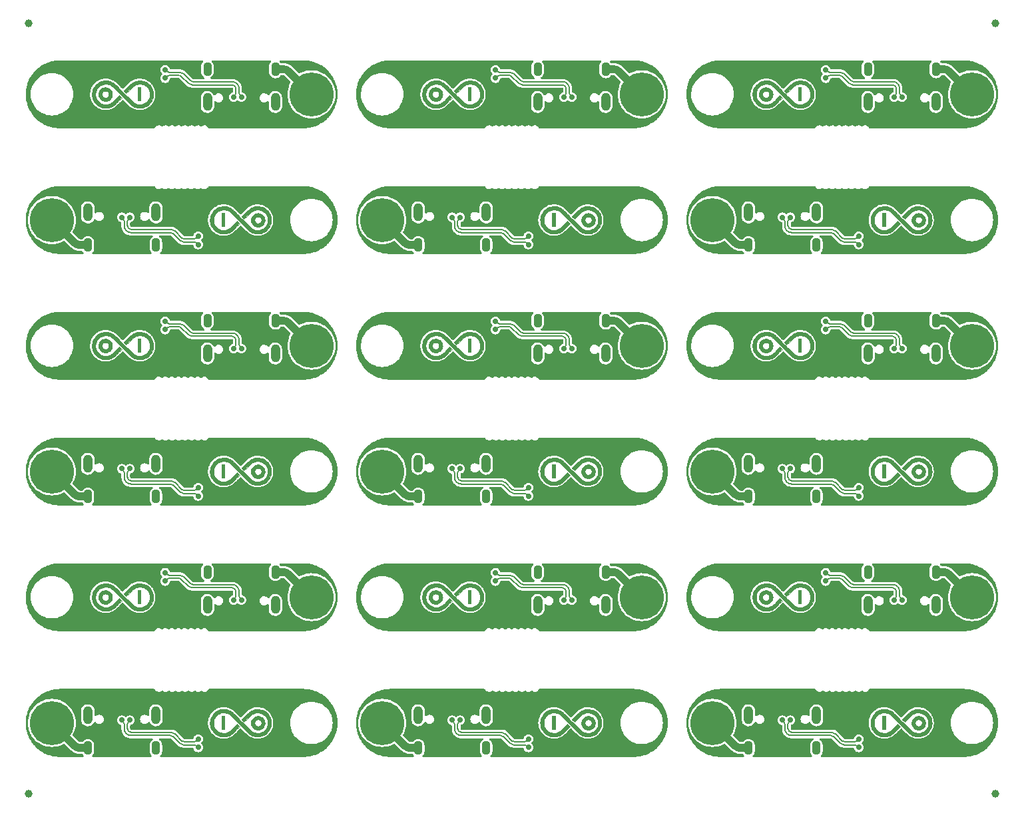
<source format=gbl>
%TF.GenerationSoftware,KiCad,Pcbnew,7.0.5*%
%TF.CreationDate,2023-07-04T16:39:27+08:00*%
%TF.ProjectId,u3-panelized,75332d70-616e-4656-9c69-7a65642e6b69,rev?*%
%TF.SameCoordinates,PX1312d00PY1312d00*%
%TF.FileFunction,Copper,L2,Bot*%
%TF.FilePolarity,Positive*%
%FSLAX46Y46*%
G04 Gerber Fmt 4.6, Leading zero omitted, Abs format (unit mm)*
G04 Created by KiCad (PCBNEW 7.0.5) date 2023-07-04 16:39:27*
%MOMM*%
%LPD*%
G01*
G04 APERTURE LIST*
%TA.AperFunction,EtchedComponent*%
%ADD10C,0.010000*%
%TD*%
%TA.AperFunction,SMDPad,CuDef*%
%ADD11C,1.000000*%
%TD*%
%TA.AperFunction,ComponentPad*%
%ADD12O,1.200000X2.300000*%
%TD*%
%TA.AperFunction,ComponentPad*%
%ADD13O,1.100000X1.800000*%
%TD*%
%TA.AperFunction,ComponentPad*%
%ADD14C,3.600000*%
%TD*%
%TA.AperFunction,ConnectorPad*%
%ADD15C,5.600000*%
%TD*%
%TA.AperFunction,ViaPad*%
%ADD16C,0.700000*%
%TD*%
%TA.AperFunction,ViaPad*%
%ADD17C,0.800000*%
%TD*%
%TA.AperFunction,Conductor*%
%ADD18C,1.000000*%
%TD*%
%TA.AperFunction,Conductor*%
%ADD19C,0.200000*%
%TD*%
G04 APERTURE END LIST*
%TA.AperFunction,EtchedComponent*%
%TO.C,G\u002A\u002A\u002A*%
G36*
X105876965Y-12365909D02*
G01*
X105438238Y-12365909D01*
X105438238Y-10634091D01*
X105876965Y-10634091D01*
X105876965Y-12365909D01*
G37*
%TD.AperFunction*%
D10*
X102162131Y-11528514D02*
X102154735Y-11631464D01*
X102137723Y-11722674D01*
X102092848Y-11849244D01*
X102027726Y-11968410D01*
X101945103Y-12076043D01*
X101847195Y-12170021D01*
X101736218Y-12248220D01*
X101614387Y-12308520D01*
X101483920Y-12348797D01*
X101430959Y-12357450D01*
X101349245Y-12363563D01*
X101261550Y-12363898D01*
X101177118Y-12358489D01*
X101105199Y-12347372D01*
X100999186Y-12316282D01*
X100875163Y-12259282D01*
X100762102Y-12183843D01*
X100662033Y-12091888D01*
X100576987Y-11985340D01*
X100508993Y-11866124D01*
X100460082Y-11736161D01*
X100444392Y-11664540D01*
X100433687Y-11563464D01*
X100433380Y-11529249D01*
X100859846Y-11529249D01*
X100874108Y-11614502D01*
X100905594Y-11695890D01*
X100954315Y-11770545D01*
X101020278Y-11835598D01*
X101103493Y-11888181D01*
X101133887Y-11902646D01*
X101179565Y-11920448D01*
X101222454Y-11930007D01*
X101273164Y-11934202D01*
X101319602Y-11934541D01*
X101366293Y-11931923D01*
X101400394Y-11926842D01*
X101425725Y-11919427D01*
X101507322Y-11881583D01*
X101582595Y-11826388D01*
X101646300Y-11758236D01*
X101693191Y-11681522D01*
X101700598Y-11665096D01*
X101714106Y-11629939D01*
X101721913Y-11596127D01*
X101725507Y-11555525D01*
X101726374Y-11500000D01*
X101726257Y-11475261D01*
X101724467Y-11426741D01*
X101719351Y-11389860D01*
X101709421Y-11356483D01*
X101693191Y-11318478D01*
X101669427Y-11275347D01*
X101614129Y-11205090D01*
X101545453Y-11144113D01*
X101469518Y-11098439D01*
X101467794Y-11097640D01*
X101430428Y-11082187D01*
X101395422Y-11073009D01*
X101354311Y-11068565D01*
X101298633Y-11067314D01*
X101259358Y-11067531D01*
X101218267Y-11069928D01*
X101184933Y-11076578D01*
X101150440Y-11089488D01*
X101105870Y-11110663D01*
X101046613Y-11145402D01*
X100974879Y-11206954D01*
X100920327Y-11278983D01*
X100882965Y-11358621D01*
X100862802Y-11442999D01*
X100859846Y-11529249D01*
X100433380Y-11529249D01*
X100432733Y-11457180D01*
X100441532Y-11354400D01*
X100460082Y-11263838D01*
X100473403Y-11221351D01*
X100529340Y-11091660D01*
X100604049Y-10974813D01*
X100696424Y-10872105D01*
X100805356Y-10784833D01*
X100929738Y-10714291D01*
X101025559Y-10675134D01*
X101122274Y-10649320D01*
X101223945Y-10637122D01*
X101338330Y-10637073D01*
X101376150Y-10639317D01*
X101500155Y-10656078D01*
X101611474Y-10688006D01*
X101714321Y-10736988D01*
X101812908Y-10804909D01*
X101911450Y-10893655D01*
X101973187Y-10960355D01*
X102044906Y-11058066D01*
X102098749Y-11162022D01*
X102137723Y-11277326D01*
X102148074Y-11324395D01*
X102159910Y-11423073D01*
X102161531Y-11500000D01*
X102162131Y-11528514D01*
%TA.AperFunction,EtchedComponent*%
G36*
X102162131Y-11528514D02*
G01*
X102154735Y-11631464D01*
X102137723Y-11722674D01*
X102092848Y-11849244D01*
X102027726Y-11968410D01*
X101945103Y-12076043D01*
X101847195Y-12170021D01*
X101736218Y-12248220D01*
X101614387Y-12308520D01*
X101483920Y-12348797D01*
X101430959Y-12357450D01*
X101349245Y-12363563D01*
X101261550Y-12363898D01*
X101177118Y-12358489D01*
X101105199Y-12347372D01*
X100999186Y-12316282D01*
X100875163Y-12259282D01*
X100762102Y-12183843D01*
X100662033Y-12091888D01*
X100576987Y-11985340D01*
X100508993Y-11866124D01*
X100460082Y-11736161D01*
X100444392Y-11664540D01*
X100433687Y-11563464D01*
X100433380Y-11529249D01*
X100859846Y-11529249D01*
X100874108Y-11614502D01*
X100905594Y-11695890D01*
X100954315Y-11770545D01*
X101020278Y-11835598D01*
X101103493Y-11888181D01*
X101133887Y-11902646D01*
X101179565Y-11920448D01*
X101222454Y-11930007D01*
X101273164Y-11934202D01*
X101319602Y-11934541D01*
X101366293Y-11931923D01*
X101400394Y-11926842D01*
X101425725Y-11919427D01*
X101507322Y-11881583D01*
X101582595Y-11826388D01*
X101646300Y-11758236D01*
X101693191Y-11681522D01*
X101700598Y-11665096D01*
X101714106Y-11629939D01*
X101721913Y-11596127D01*
X101725507Y-11555525D01*
X101726374Y-11500000D01*
X101726257Y-11475261D01*
X101724467Y-11426741D01*
X101719351Y-11389860D01*
X101709421Y-11356483D01*
X101693191Y-11318478D01*
X101669427Y-11275347D01*
X101614129Y-11205090D01*
X101545453Y-11144113D01*
X101469518Y-11098439D01*
X101467794Y-11097640D01*
X101430428Y-11082187D01*
X101395422Y-11073009D01*
X101354311Y-11068565D01*
X101298633Y-11067314D01*
X101259358Y-11067531D01*
X101218267Y-11069928D01*
X101184933Y-11076578D01*
X101150440Y-11089488D01*
X101105870Y-11110663D01*
X101046613Y-11145402D01*
X100974879Y-11206954D01*
X100920327Y-11278983D01*
X100882965Y-11358621D01*
X100862802Y-11442999D01*
X100859846Y-11529249D01*
X100433380Y-11529249D01*
X100432733Y-11457180D01*
X100441532Y-11354400D01*
X100460082Y-11263838D01*
X100473403Y-11221351D01*
X100529340Y-11091660D01*
X100604049Y-10974813D01*
X100696424Y-10872105D01*
X100805356Y-10784833D01*
X100929738Y-10714291D01*
X101025559Y-10675134D01*
X101122274Y-10649320D01*
X101223945Y-10637122D01*
X101338330Y-10637073D01*
X101376150Y-10639317D01*
X101500155Y-10656078D01*
X101611474Y-10688006D01*
X101714321Y-10736988D01*
X101812908Y-10804909D01*
X101911450Y-10893655D01*
X101973187Y-10960355D01*
X102044906Y-11058066D01*
X102098749Y-11162022D01*
X102137723Y-11277326D01*
X102148074Y-11324395D01*
X102159910Y-11423073D01*
X102161531Y-11500000D01*
X102162131Y-11528514D01*
G37*
%TD.AperFunction*%
X105850766Y-9769923D02*
X106042107Y-9802168D01*
X106228292Y-9855760D01*
X106407590Y-9930065D01*
X106578270Y-10024449D01*
X106738600Y-10138279D01*
X106886849Y-10270919D01*
X106907201Y-10291603D01*
X107036690Y-10440284D01*
X107145703Y-10598578D01*
X107235496Y-10768517D01*
X107307323Y-10952135D01*
X107329676Y-11023277D01*
X107359475Y-11138440D01*
X107379130Y-11250692D01*
X107389959Y-11368416D01*
X107393277Y-11500000D01*
X107392200Y-11578193D01*
X107384704Y-11700747D01*
X107368936Y-11814286D01*
X107343581Y-11927197D01*
X107307323Y-12047864D01*
X107298064Y-12075154D01*
X107223734Y-12256683D01*
X107131258Y-12424824D01*
X107019381Y-12581612D01*
X106886849Y-12729080D01*
X106741597Y-12859453D01*
X106579985Y-12974760D01*
X106407433Y-13070300D01*
X106225353Y-13145393D01*
X106035159Y-13199364D01*
X105838265Y-13231534D01*
X105716931Y-13239647D01*
X105532825Y-13235373D01*
X105348541Y-13212268D01*
X105168403Y-13171167D01*
X104996739Y-13112906D01*
X104837874Y-13038320D01*
X104822663Y-13030011D01*
X104793548Y-13013963D01*
X104766123Y-12998357D01*
X104739483Y-12982358D01*
X104712728Y-12965128D01*
X104684955Y-12945829D01*
X104655262Y-12923625D01*
X104622745Y-12897679D01*
X104586504Y-12867154D01*
X104545635Y-12831212D01*
X104499236Y-12789017D01*
X104446406Y-12739732D01*
X104386241Y-12682519D01*
X104317839Y-12616542D01*
X104240298Y-12540962D01*
X104152717Y-12454945D01*
X104054191Y-12357651D01*
X103943820Y-12248245D01*
X103820700Y-12125890D01*
X103683930Y-11989747D01*
X103532607Y-11838981D01*
X103365829Y-11672753D01*
X103221774Y-11529288D01*
X103065126Y-11373574D01*
X102917919Y-11227567D01*
X102780773Y-11091873D01*
X102654309Y-10967101D01*
X102539147Y-10853857D01*
X102435908Y-10752750D01*
X102345212Y-10664386D01*
X102267680Y-10589374D01*
X102203933Y-10528320D01*
X102154590Y-10481833D01*
X102120273Y-10450520D01*
X102101601Y-10434988D01*
X101995583Y-10367330D01*
X101841223Y-10290759D01*
X101680999Y-10236396D01*
X101514072Y-10203973D01*
X101339601Y-10193225D01*
X101200735Y-10199637D01*
X101047194Y-10224253D01*
X100898595Y-10268565D01*
X100749473Y-10333875D01*
X100695765Y-10362361D01*
X100556032Y-10452246D01*
X100431369Y-10558140D01*
X100318556Y-10682648D01*
X100264551Y-10757786D01*
X100206010Y-10855599D01*
X100152013Y-10962055D01*
X100106328Y-11069669D01*
X100072725Y-11170954D01*
X100064457Y-11201712D01*
X100055233Y-11240317D01*
X100048787Y-11276586D01*
X100044628Y-11315604D01*
X100042265Y-11362455D01*
X100041207Y-11422226D01*
X100040963Y-11500000D01*
X100041068Y-11555980D01*
X100041823Y-11620752D01*
X100043732Y-11671040D01*
X100047286Y-11711928D01*
X100052975Y-11748502D01*
X100061291Y-11785846D01*
X100072725Y-11829045D01*
X100102727Y-11920774D01*
X100147472Y-12028123D01*
X100200871Y-12134993D01*
X100259156Y-12233898D01*
X100318556Y-12317351D01*
X100357223Y-12363359D01*
X100479295Y-12484777D01*
X100616231Y-12589286D01*
X100766087Y-12675526D01*
X100926913Y-12742139D01*
X100989794Y-12761417D01*
X101144044Y-12793017D01*
X101304505Y-12805822D01*
X101466887Y-12800122D01*
X101626898Y-12776208D01*
X101780248Y-12734369D01*
X101922647Y-12674894D01*
X101962108Y-12654420D01*
X101999938Y-12633099D01*
X102037081Y-12609847D01*
X102075221Y-12583207D01*
X102116043Y-12551724D01*
X102161232Y-12513940D01*
X102212472Y-12468400D01*
X102271448Y-12413647D01*
X102339844Y-12348224D01*
X102419345Y-12270676D01*
X102511636Y-12179545D01*
X102618400Y-12073375D01*
X103071698Y-11621615D01*
X103224536Y-11774676D01*
X103377374Y-11927738D01*
X102909783Y-12392723D01*
X102859563Y-12442627D01*
X102757953Y-12543245D01*
X102670026Y-12629590D01*
X102594038Y-12703161D01*
X102528242Y-12765462D01*
X102470893Y-12817993D01*
X102420245Y-12862257D01*
X102374553Y-12899755D01*
X102332071Y-12931989D01*
X102291053Y-12960461D01*
X102249754Y-12986673D01*
X102206428Y-13012125D01*
X102159329Y-13038320D01*
X102017477Y-13105751D01*
X101850148Y-13164458D01*
X101672105Y-13207385D01*
X101487535Y-13233318D01*
X101341201Y-13240340D01*
X101146437Y-13230076D01*
X100955096Y-13197831D01*
X100768911Y-13144239D01*
X100589613Y-13069934D01*
X100418933Y-12975550D01*
X100258603Y-12861720D01*
X100110354Y-12729080D01*
X100090002Y-12708396D01*
X99960513Y-12559715D01*
X99851500Y-12401421D01*
X99761707Y-12231482D01*
X99689880Y-12047864D01*
X99667527Y-11976722D01*
X99637728Y-11861559D01*
X99618073Y-11749308D01*
X99607244Y-11631583D01*
X99603926Y-11500000D01*
X99605003Y-11421807D01*
X99612499Y-11299253D01*
X99628267Y-11185713D01*
X99653622Y-11072802D01*
X99689880Y-10952135D01*
X99699139Y-10924845D01*
X99773469Y-10743317D01*
X99865945Y-10575175D01*
X99977822Y-10418387D01*
X100110354Y-10270919D01*
X100132919Y-10248659D01*
X100263098Y-10133561D01*
X100400407Y-10035450D01*
X100551939Y-9949157D01*
X100627965Y-9912272D01*
X100761695Y-9857578D01*
X100897187Y-9816273D01*
X101041105Y-9786479D01*
X101200110Y-9766316D01*
X101299775Y-9760371D01*
X101477402Y-9765459D01*
X101657205Y-9789160D01*
X101834151Y-9830447D01*
X102003203Y-9888295D01*
X102159329Y-9961679D01*
X102174772Y-9970115D01*
X102203893Y-9986166D01*
X102231322Y-10001772D01*
X102257963Y-10017772D01*
X102284717Y-10035000D01*
X102312488Y-10054296D01*
X102342177Y-10076496D01*
X102374686Y-10102437D01*
X102410919Y-10132956D01*
X102451778Y-10168890D01*
X102498165Y-10211077D01*
X102550983Y-10260354D01*
X102611133Y-10317558D01*
X102679519Y-10383525D01*
X102757043Y-10459094D01*
X102844607Y-10545100D01*
X102943114Y-10642382D01*
X103053466Y-10751777D01*
X103176566Y-10874121D01*
X103313315Y-11010252D01*
X103464617Y-11161007D01*
X103631374Y-11327223D01*
X103773261Y-11468540D01*
X103930366Y-11624722D01*
X104077958Y-11771123D01*
X104215422Y-11907144D01*
X104342145Y-12032183D01*
X104457514Y-12145639D01*
X104560913Y-12246911D01*
X104651731Y-12335399D01*
X104729352Y-12410501D01*
X104793164Y-12471616D01*
X104842552Y-12518144D01*
X104876902Y-12549484D01*
X104895601Y-12565034D01*
X105001702Y-12632719D01*
X105156072Y-12709276D01*
X105316274Y-12763623D01*
X105483165Y-12796031D01*
X105657601Y-12806774D01*
X105796468Y-12800363D01*
X105950009Y-12775746D01*
X106098608Y-12731434D01*
X106247730Y-12666125D01*
X106301438Y-12637638D01*
X106441171Y-12547753D01*
X106565834Y-12441859D01*
X106678647Y-12317351D01*
X106732652Y-12242213D01*
X106791193Y-12144400D01*
X106845190Y-12037944D01*
X106890875Y-11930330D01*
X106924478Y-11829045D01*
X106932746Y-11798287D01*
X106941970Y-11759682D01*
X106948416Y-11723413D01*
X106952575Y-11684395D01*
X106954938Y-11637544D01*
X106955996Y-11577774D01*
X106956240Y-11500000D01*
X106956135Y-11444019D01*
X106955380Y-11379247D01*
X106953471Y-11328959D01*
X106949917Y-11288071D01*
X106944228Y-11251497D01*
X106935912Y-11214154D01*
X106924478Y-11170954D01*
X106894476Y-11079225D01*
X106849731Y-10971876D01*
X106796332Y-10865006D01*
X106738047Y-10766101D01*
X106678647Y-10682648D01*
X106580937Y-10573521D01*
X106452222Y-10460567D01*
X106311270Y-10366402D01*
X106159706Y-10291806D01*
X105999156Y-10237558D01*
X105831246Y-10204438D01*
X105657602Y-10193225D01*
X105533535Y-10198584D01*
X105364394Y-10224636D01*
X105202226Y-10272560D01*
X105046229Y-10342609D01*
X104895601Y-10435039D01*
X104887283Y-10441369D01*
X104858001Y-10466401D01*
X104815088Y-10505297D01*
X104760359Y-10556329D01*
X104695630Y-10617765D01*
X104622717Y-10687878D01*
X104543435Y-10764935D01*
X104459600Y-10847207D01*
X104373028Y-10932965D01*
X103925500Y-11378381D01*
X103772665Y-11225321D01*
X103619829Y-11072261D01*
X104087420Y-10607277D01*
X104137640Y-10557372D01*
X104239250Y-10456754D01*
X104327177Y-10370410D01*
X104403165Y-10296838D01*
X104468961Y-10234537D01*
X104526310Y-10182006D01*
X104576958Y-10137742D01*
X104622650Y-10100244D01*
X104665132Y-10068010D01*
X104706150Y-10039538D01*
X104747449Y-10013327D01*
X104790775Y-9987874D01*
X104837874Y-9961679D01*
X104979726Y-9894248D01*
X105147055Y-9835541D01*
X105325098Y-9792614D01*
X105509668Y-9766681D01*
X105656002Y-9759659D01*
X105850766Y-9769923D01*
%TA.AperFunction,EtchedComponent*%
G36*
X105850766Y-9769923D02*
G01*
X106042107Y-9802168D01*
X106228292Y-9855760D01*
X106407590Y-9930065D01*
X106578270Y-10024449D01*
X106738600Y-10138279D01*
X106886849Y-10270919D01*
X106907201Y-10291603D01*
X107036690Y-10440284D01*
X107145703Y-10598578D01*
X107235496Y-10768517D01*
X107307323Y-10952135D01*
X107329676Y-11023277D01*
X107359475Y-11138440D01*
X107379130Y-11250692D01*
X107389959Y-11368416D01*
X107393277Y-11500000D01*
X107392200Y-11578193D01*
X107384704Y-11700747D01*
X107368936Y-11814286D01*
X107343581Y-11927197D01*
X107307323Y-12047864D01*
X107298064Y-12075154D01*
X107223734Y-12256683D01*
X107131258Y-12424824D01*
X107019381Y-12581612D01*
X106886849Y-12729080D01*
X106741597Y-12859453D01*
X106579985Y-12974760D01*
X106407433Y-13070300D01*
X106225353Y-13145393D01*
X106035159Y-13199364D01*
X105838265Y-13231534D01*
X105716931Y-13239647D01*
X105532825Y-13235373D01*
X105348541Y-13212268D01*
X105168403Y-13171167D01*
X104996739Y-13112906D01*
X104837874Y-13038320D01*
X104822663Y-13030011D01*
X104793548Y-13013963D01*
X104766123Y-12998357D01*
X104739483Y-12982358D01*
X104712728Y-12965128D01*
X104684955Y-12945829D01*
X104655262Y-12923625D01*
X104622745Y-12897679D01*
X104586504Y-12867154D01*
X104545635Y-12831212D01*
X104499236Y-12789017D01*
X104446406Y-12739732D01*
X104386241Y-12682519D01*
X104317839Y-12616542D01*
X104240298Y-12540962D01*
X104152717Y-12454945D01*
X104054191Y-12357651D01*
X103943820Y-12248245D01*
X103820700Y-12125890D01*
X103683930Y-11989747D01*
X103532607Y-11838981D01*
X103365829Y-11672753D01*
X103221774Y-11529288D01*
X103065126Y-11373574D01*
X102917919Y-11227567D01*
X102780773Y-11091873D01*
X102654309Y-10967101D01*
X102539147Y-10853857D01*
X102435908Y-10752750D01*
X102345212Y-10664386D01*
X102267680Y-10589374D01*
X102203933Y-10528320D01*
X102154590Y-10481833D01*
X102120273Y-10450520D01*
X102101601Y-10434988D01*
X101995583Y-10367330D01*
X101841223Y-10290759D01*
X101680999Y-10236396D01*
X101514072Y-10203973D01*
X101339601Y-10193225D01*
X101200735Y-10199637D01*
X101047194Y-10224253D01*
X100898595Y-10268565D01*
X100749473Y-10333875D01*
X100695765Y-10362361D01*
X100556032Y-10452246D01*
X100431369Y-10558140D01*
X100318556Y-10682648D01*
X100264551Y-10757786D01*
X100206010Y-10855599D01*
X100152013Y-10962055D01*
X100106328Y-11069669D01*
X100072725Y-11170954D01*
X100064457Y-11201712D01*
X100055233Y-11240317D01*
X100048787Y-11276586D01*
X100044628Y-11315604D01*
X100042265Y-11362455D01*
X100041207Y-11422226D01*
X100040963Y-11500000D01*
X100041068Y-11555980D01*
X100041823Y-11620752D01*
X100043732Y-11671040D01*
X100047286Y-11711928D01*
X100052975Y-11748502D01*
X100061291Y-11785846D01*
X100072725Y-11829045D01*
X100102727Y-11920774D01*
X100147472Y-12028123D01*
X100200871Y-12134993D01*
X100259156Y-12233898D01*
X100318556Y-12317351D01*
X100357223Y-12363359D01*
X100479295Y-12484777D01*
X100616231Y-12589286D01*
X100766087Y-12675526D01*
X100926913Y-12742139D01*
X100989794Y-12761417D01*
X101144044Y-12793017D01*
X101304505Y-12805822D01*
X101466887Y-12800122D01*
X101626898Y-12776208D01*
X101780248Y-12734369D01*
X101922647Y-12674894D01*
X101962108Y-12654420D01*
X101999938Y-12633099D01*
X102037081Y-12609847D01*
X102075221Y-12583207D01*
X102116043Y-12551724D01*
X102161232Y-12513940D01*
X102212472Y-12468400D01*
X102271448Y-12413647D01*
X102339844Y-12348224D01*
X102419345Y-12270676D01*
X102511636Y-12179545D01*
X102618400Y-12073375D01*
X103071698Y-11621615D01*
X103224536Y-11774676D01*
X103377374Y-11927738D01*
X102909783Y-12392723D01*
X102859563Y-12442627D01*
X102757953Y-12543245D01*
X102670026Y-12629590D01*
X102594038Y-12703161D01*
X102528242Y-12765462D01*
X102470893Y-12817993D01*
X102420245Y-12862257D01*
X102374553Y-12899755D01*
X102332071Y-12931989D01*
X102291053Y-12960461D01*
X102249754Y-12986673D01*
X102206428Y-13012125D01*
X102159329Y-13038320D01*
X102017477Y-13105751D01*
X101850148Y-13164458D01*
X101672105Y-13207385D01*
X101487535Y-13233318D01*
X101341201Y-13240340D01*
X101146437Y-13230076D01*
X100955096Y-13197831D01*
X100768911Y-13144239D01*
X100589613Y-13069934D01*
X100418933Y-12975550D01*
X100258603Y-12861720D01*
X100110354Y-12729080D01*
X100090002Y-12708396D01*
X99960513Y-12559715D01*
X99851500Y-12401421D01*
X99761707Y-12231482D01*
X99689880Y-12047864D01*
X99667527Y-11976722D01*
X99637728Y-11861559D01*
X99618073Y-11749308D01*
X99607244Y-11631583D01*
X99603926Y-11500000D01*
X99605003Y-11421807D01*
X99612499Y-11299253D01*
X99628267Y-11185713D01*
X99653622Y-11072802D01*
X99689880Y-10952135D01*
X99699139Y-10924845D01*
X99773469Y-10743317D01*
X99865945Y-10575175D01*
X99977822Y-10418387D01*
X100110354Y-10270919D01*
X100132919Y-10248659D01*
X100263098Y-10133561D01*
X100400407Y-10035450D01*
X100551939Y-9949157D01*
X100627965Y-9912272D01*
X100761695Y-9857578D01*
X100897187Y-9816273D01*
X101041105Y-9786479D01*
X101200110Y-9766316D01*
X101299775Y-9760371D01*
X101477402Y-9765459D01*
X101657205Y-9789160D01*
X101834151Y-9830447D01*
X102003203Y-9888295D01*
X102159329Y-9961679D01*
X102174772Y-9970115D01*
X102203893Y-9986166D01*
X102231322Y-10001772D01*
X102257963Y-10017772D01*
X102284717Y-10035000D01*
X102312488Y-10054296D01*
X102342177Y-10076496D01*
X102374686Y-10102437D01*
X102410919Y-10132956D01*
X102451778Y-10168890D01*
X102498165Y-10211077D01*
X102550983Y-10260354D01*
X102611133Y-10317558D01*
X102679519Y-10383525D01*
X102757043Y-10459094D01*
X102844607Y-10545100D01*
X102943114Y-10642382D01*
X103053466Y-10751777D01*
X103176566Y-10874121D01*
X103313315Y-11010252D01*
X103464617Y-11161007D01*
X103631374Y-11327223D01*
X103773261Y-11468540D01*
X103930366Y-11624722D01*
X104077958Y-11771123D01*
X104215422Y-11907144D01*
X104342145Y-12032183D01*
X104457514Y-12145639D01*
X104560913Y-12246911D01*
X104651731Y-12335399D01*
X104729352Y-12410501D01*
X104793164Y-12471616D01*
X104842552Y-12518144D01*
X104876902Y-12549484D01*
X104895601Y-12565034D01*
X105001702Y-12632719D01*
X105156072Y-12709276D01*
X105316274Y-12763623D01*
X105483165Y-12796031D01*
X105657601Y-12806774D01*
X105796468Y-12800363D01*
X105950009Y-12775746D01*
X106098608Y-12731434D01*
X106247730Y-12666125D01*
X106301438Y-12637638D01*
X106441171Y-12547753D01*
X106565834Y-12441859D01*
X106678647Y-12317351D01*
X106732652Y-12242213D01*
X106791193Y-12144400D01*
X106845190Y-12037944D01*
X106890875Y-11930330D01*
X106924478Y-11829045D01*
X106932746Y-11798287D01*
X106941970Y-11759682D01*
X106948416Y-11723413D01*
X106952575Y-11684395D01*
X106954938Y-11637544D01*
X106955996Y-11577774D01*
X106956240Y-11500000D01*
X106956135Y-11444019D01*
X106955380Y-11379247D01*
X106953471Y-11328959D01*
X106949917Y-11288071D01*
X106944228Y-11251497D01*
X106935912Y-11214154D01*
X106924478Y-11170954D01*
X106894476Y-11079225D01*
X106849731Y-10971876D01*
X106796332Y-10865006D01*
X106738047Y-10766101D01*
X106678647Y-10682648D01*
X106580937Y-10573521D01*
X106452222Y-10460567D01*
X106311270Y-10366402D01*
X106159706Y-10291806D01*
X105999156Y-10237558D01*
X105831246Y-10204438D01*
X105657602Y-10193225D01*
X105533535Y-10198584D01*
X105364394Y-10224636D01*
X105202226Y-10272560D01*
X105046229Y-10342609D01*
X104895601Y-10435039D01*
X104887283Y-10441369D01*
X104858001Y-10466401D01*
X104815088Y-10505297D01*
X104760359Y-10556329D01*
X104695630Y-10617765D01*
X104622717Y-10687878D01*
X104543435Y-10764935D01*
X104459600Y-10847207D01*
X104373028Y-10932965D01*
X103925500Y-11378381D01*
X103772665Y-11225321D01*
X103619829Y-11072261D01*
X104087420Y-10607277D01*
X104137640Y-10557372D01*
X104239250Y-10456754D01*
X104327177Y-10370410D01*
X104403165Y-10296838D01*
X104468961Y-10234537D01*
X104526310Y-10182006D01*
X104576958Y-10137742D01*
X104622650Y-10100244D01*
X104665132Y-10068010D01*
X104706150Y-10039538D01*
X104747449Y-10013327D01*
X104790775Y-9987874D01*
X104837874Y-9961679D01*
X104979726Y-9894248D01*
X105147055Y-9835541D01*
X105325098Y-9792614D01*
X105509668Y-9766681D01*
X105656002Y-9759659D01*
X105850766Y-9769923D01*
G37*
%TD.AperFunction*%
%TA.AperFunction,EtchedComponent*%
G36*
X32558964Y-28365909D02*
G01*
X32120237Y-28365909D01*
X32120237Y-26634091D01*
X32558964Y-26634091D01*
X32558964Y-28365909D01*
G37*
%TD.AperFunction*%
X36820084Y-26641511D02*
X36892003Y-26652628D01*
X36998016Y-26683718D01*
X37122039Y-26740718D01*
X37235100Y-26816157D01*
X37335169Y-26908112D01*
X37420215Y-27014660D01*
X37488209Y-27133876D01*
X37537120Y-27263839D01*
X37552810Y-27335460D01*
X37563515Y-27436536D01*
X37564469Y-27542820D01*
X37555670Y-27645600D01*
X37537120Y-27736162D01*
X37523799Y-27778649D01*
X37467862Y-27908340D01*
X37393153Y-28025187D01*
X37300778Y-28127895D01*
X37191846Y-28215167D01*
X37067464Y-28285709D01*
X36971643Y-28324866D01*
X36874928Y-28350680D01*
X36773257Y-28362878D01*
X36658872Y-28362927D01*
X36621052Y-28360683D01*
X36497047Y-28343922D01*
X36385728Y-28311994D01*
X36282881Y-28263012D01*
X36184294Y-28195091D01*
X36085752Y-28106345D01*
X36024015Y-28039645D01*
X35952296Y-27941934D01*
X35898453Y-27837978D01*
X35859479Y-27722674D01*
X35849128Y-27675605D01*
X35837292Y-27576927D01*
X35835671Y-27500000D01*
X36270828Y-27500000D01*
X36270945Y-27524739D01*
X36272735Y-27573259D01*
X36277851Y-27610140D01*
X36287781Y-27643517D01*
X36304011Y-27681522D01*
X36327775Y-27724653D01*
X36383073Y-27794910D01*
X36451749Y-27855887D01*
X36527684Y-27901561D01*
X36529408Y-27902360D01*
X36566774Y-27917813D01*
X36601780Y-27926991D01*
X36642891Y-27931435D01*
X36698569Y-27932686D01*
X36737844Y-27932469D01*
X36778935Y-27930072D01*
X36812269Y-27923422D01*
X36846762Y-27910512D01*
X36891332Y-27889337D01*
X36950589Y-27854598D01*
X37022323Y-27793046D01*
X37076875Y-27721017D01*
X37114237Y-27641379D01*
X37134400Y-27557001D01*
X37137356Y-27470751D01*
X37123094Y-27385498D01*
X37091608Y-27304110D01*
X37042887Y-27229455D01*
X36976924Y-27164402D01*
X36893709Y-27111819D01*
X36863315Y-27097354D01*
X36817637Y-27079552D01*
X36774748Y-27069993D01*
X36724038Y-27065798D01*
X36677600Y-27065459D01*
X36630909Y-27068077D01*
X36596808Y-27073158D01*
X36571477Y-27080573D01*
X36489880Y-27118417D01*
X36414607Y-27173612D01*
X36350902Y-27241764D01*
X36304011Y-27318478D01*
X36296604Y-27334904D01*
X36283096Y-27370061D01*
X36275289Y-27403873D01*
X36271695Y-27444475D01*
X36270828Y-27500000D01*
X35835671Y-27500000D01*
X35835071Y-27471486D01*
X35842467Y-27368536D01*
X35859479Y-27277326D01*
X35904354Y-27150756D01*
X35969476Y-27031590D01*
X36052099Y-26923957D01*
X36150007Y-26829979D01*
X36260984Y-26751780D01*
X36382815Y-26691480D01*
X36513282Y-26651203D01*
X36566243Y-26642550D01*
X36647957Y-26636437D01*
X36735652Y-26636102D01*
X36820084Y-26641511D01*
%TA.AperFunction,EtchedComponent*%
G36*
X36820084Y-26641511D02*
G01*
X36892003Y-26652628D01*
X36998016Y-26683718D01*
X37122039Y-26740718D01*
X37235100Y-26816157D01*
X37335169Y-26908112D01*
X37420215Y-27014660D01*
X37488209Y-27133876D01*
X37537120Y-27263839D01*
X37552810Y-27335460D01*
X37563515Y-27436536D01*
X37564469Y-27542820D01*
X37555670Y-27645600D01*
X37537120Y-27736162D01*
X37523799Y-27778649D01*
X37467862Y-27908340D01*
X37393153Y-28025187D01*
X37300778Y-28127895D01*
X37191846Y-28215167D01*
X37067464Y-28285709D01*
X36971643Y-28324866D01*
X36874928Y-28350680D01*
X36773257Y-28362878D01*
X36658872Y-28362927D01*
X36621052Y-28360683D01*
X36497047Y-28343922D01*
X36385728Y-28311994D01*
X36282881Y-28263012D01*
X36184294Y-28195091D01*
X36085752Y-28106345D01*
X36024015Y-28039645D01*
X35952296Y-27941934D01*
X35898453Y-27837978D01*
X35859479Y-27722674D01*
X35849128Y-27675605D01*
X35837292Y-27576927D01*
X35835671Y-27500000D01*
X36270828Y-27500000D01*
X36270945Y-27524739D01*
X36272735Y-27573259D01*
X36277851Y-27610140D01*
X36287781Y-27643517D01*
X36304011Y-27681522D01*
X36327775Y-27724653D01*
X36383073Y-27794910D01*
X36451749Y-27855887D01*
X36527684Y-27901561D01*
X36529408Y-27902360D01*
X36566774Y-27917813D01*
X36601780Y-27926991D01*
X36642891Y-27931435D01*
X36698569Y-27932686D01*
X36737844Y-27932469D01*
X36778935Y-27930072D01*
X36812269Y-27923422D01*
X36846762Y-27910512D01*
X36891332Y-27889337D01*
X36950589Y-27854598D01*
X37022323Y-27793046D01*
X37076875Y-27721017D01*
X37114237Y-27641379D01*
X37134400Y-27557001D01*
X37137356Y-27470751D01*
X37123094Y-27385498D01*
X37091608Y-27304110D01*
X37042887Y-27229455D01*
X36976924Y-27164402D01*
X36893709Y-27111819D01*
X36863315Y-27097354D01*
X36817637Y-27079552D01*
X36774748Y-27069993D01*
X36724038Y-27065798D01*
X36677600Y-27065459D01*
X36630909Y-27068077D01*
X36596808Y-27073158D01*
X36571477Y-27080573D01*
X36489880Y-27118417D01*
X36414607Y-27173612D01*
X36350902Y-27241764D01*
X36304011Y-27318478D01*
X36296604Y-27334904D01*
X36283096Y-27370061D01*
X36275289Y-27403873D01*
X36271695Y-27444475D01*
X36270828Y-27500000D01*
X35835671Y-27500000D01*
X35835071Y-27471486D01*
X35842467Y-27368536D01*
X35859479Y-27277326D01*
X35904354Y-27150756D01*
X35969476Y-27031590D01*
X36052099Y-26923957D01*
X36150007Y-26829979D01*
X36260984Y-26751780D01*
X36382815Y-26691480D01*
X36513282Y-26651203D01*
X36566243Y-26642550D01*
X36647957Y-26636437D01*
X36735652Y-26636102D01*
X36820084Y-26641511D01*
G37*
%TD.AperFunction*%
X36850765Y-25769924D02*
X37042106Y-25802169D01*
X37228291Y-25855761D01*
X37407589Y-25930066D01*
X37578269Y-26024450D01*
X37738599Y-26138280D01*
X37886848Y-26270920D01*
X37907200Y-26291604D01*
X38036689Y-26440285D01*
X38145702Y-26598579D01*
X38235495Y-26768518D01*
X38307322Y-26952136D01*
X38329675Y-27023278D01*
X38359474Y-27138441D01*
X38379129Y-27250692D01*
X38389958Y-27368417D01*
X38393276Y-27500000D01*
X38392199Y-27578193D01*
X38384703Y-27700747D01*
X38368935Y-27814287D01*
X38343580Y-27927198D01*
X38307322Y-28047865D01*
X38298063Y-28075155D01*
X38223733Y-28256683D01*
X38131257Y-28424825D01*
X38019380Y-28581613D01*
X37886848Y-28729081D01*
X37864283Y-28751341D01*
X37734104Y-28866439D01*
X37596795Y-28964550D01*
X37445263Y-29050843D01*
X37369237Y-29087728D01*
X37235507Y-29142422D01*
X37100015Y-29183727D01*
X36956097Y-29213521D01*
X36797092Y-29233684D01*
X36697427Y-29239629D01*
X36519800Y-29234541D01*
X36339997Y-29210840D01*
X36163051Y-29169553D01*
X35993999Y-29111705D01*
X35837873Y-29038321D01*
X35822430Y-29029885D01*
X35793309Y-29013834D01*
X35765880Y-28998228D01*
X35739239Y-28982228D01*
X35712485Y-28965000D01*
X35684714Y-28945704D01*
X35655025Y-28923504D01*
X35622516Y-28897563D01*
X35586283Y-28867044D01*
X35545424Y-28831110D01*
X35499037Y-28788923D01*
X35446219Y-28739646D01*
X35386069Y-28682442D01*
X35317683Y-28616475D01*
X35240159Y-28540906D01*
X35152595Y-28454900D01*
X35054088Y-28357618D01*
X34943736Y-28248223D01*
X34820636Y-28125879D01*
X34683887Y-27989748D01*
X34532585Y-27838993D01*
X34365828Y-27672777D01*
X34223941Y-27531460D01*
X34066836Y-27375278D01*
X33919244Y-27228877D01*
X33781780Y-27092856D01*
X33655057Y-26967817D01*
X33539688Y-26854361D01*
X33436289Y-26753089D01*
X33345471Y-26664601D01*
X33267850Y-26589499D01*
X33204038Y-26528384D01*
X33154650Y-26481856D01*
X33120300Y-26450516D01*
X33101601Y-26434966D01*
X32995500Y-26367281D01*
X32841130Y-26290724D01*
X32680928Y-26236377D01*
X32514037Y-26203969D01*
X32339601Y-26193226D01*
X32200734Y-26199637D01*
X32047193Y-26224254D01*
X31898594Y-26268566D01*
X31749472Y-26333875D01*
X31695764Y-26362362D01*
X31556031Y-26452247D01*
X31431368Y-26558141D01*
X31318555Y-26682649D01*
X31264550Y-26757787D01*
X31206009Y-26855600D01*
X31152012Y-26962056D01*
X31106327Y-27069670D01*
X31072724Y-27170955D01*
X31064456Y-27201713D01*
X31055232Y-27240318D01*
X31048786Y-27276587D01*
X31044627Y-27315605D01*
X31042264Y-27362456D01*
X31041206Y-27422226D01*
X31040962Y-27500000D01*
X31041067Y-27555981D01*
X31041822Y-27620753D01*
X31043731Y-27671041D01*
X31047285Y-27711929D01*
X31052974Y-27748503D01*
X31061290Y-27785846D01*
X31072724Y-27829046D01*
X31102726Y-27920775D01*
X31147471Y-28028124D01*
X31200870Y-28134994D01*
X31259155Y-28233899D01*
X31318555Y-28317352D01*
X31416265Y-28426479D01*
X31544980Y-28539433D01*
X31685932Y-28633598D01*
X31837496Y-28708194D01*
X31998046Y-28762442D01*
X32165956Y-28795562D01*
X32339600Y-28806775D01*
X32463667Y-28801416D01*
X32632808Y-28775364D01*
X32794976Y-28727440D01*
X32950973Y-28657391D01*
X33101601Y-28564961D01*
X33109919Y-28558631D01*
X33139201Y-28533599D01*
X33182114Y-28494703D01*
X33236843Y-28443671D01*
X33301572Y-28382235D01*
X33374485Y-28312122D01*
X33453767Y-28235065D01*
X33537602Y-28152793D01*
X33624174Y-28067035D01*
X34071702Y-27621619D01*
X34224537Y-27774679D01*
X34377373Y-27927739D01*
X33909782Y-28392723D01*
X33859562Y-28442628D01*
X33757952Y-28543246D01*
X33670025Y-28629590D01*
X33594037Y-28703162D01*
X33528241Y-28765463D01*
X33470892Y-28817994D01*
X33420244Y-28862258D01*
X33374552Y-28899756D01*
X33332070Y-28931990D01*
X33291052Y-28960462D01*
X33249753Y-28986673D01*
X33206427Y-29012126D01*
X33159328Y-29038321D01*
X33017476Y-29105752D01*
X32850147Y-29164459D01*
X32672104Y-29207386D01*
X32487534Y-29233319D01*
X32341200Y-29240341D01*
X32146436Y-29230077D01*
X31955095Y-29197832D01*
X31768910Y-29144240D01*
X31589612Y-29069935D01*
X31418932Y-28975551D01*
X31258602Y-28861721D01*
X31110353Y-28729081D01*
X31090001Y-28708397D01*
X30960512Y-28559716D01*
X30851499Y-28401422D01*
X30761706Y-28231483D01*
X30689879Y-28047865D01*
X30667526Y-27976723D01*
X30637727Y-27861560D01*
X30618072Y-27749308D01*
X30607243Y-27631584D01*
X30603925Y-27500000D01*
X30605002Y-27421807D01*
X30612498Y-27299253D01*
X30628266Y-27185714D01*
X30653621Y-27072803D01*
X30689879Y-26952136D01*
X30699138Y-26924846D01*
X30773468Y-26743317D01*
X30865944Y-26575176D01*
X30977821Y-26418388D01*
X31110353Y-26270920D01*
X31255605Y-26140547D01*
X31417217Y-26025240D01*
X31589769Y-25929700D01*
X31771849Y-25854607D01*
X31962043Y-25800636D01*
X32158937Y-25768466D01*
X32280271Y-25760353D01*
X32464377Y-25764627D01*
X32648661Y-25787732D01*
X32828799Y-25828833D01*
X33000463Y-25887094D01*
X33159328Y-25961680D01*
X33174539Y-25969989D01*
X33203654Y-25986037D01*
X33231079Y-26001643D01*
X33257719Y-26017642D01*
X33284474Y-26034872D01*
X33312247Y-26054171D01*
X33341940Y-26076375D01*
X33374457Y-26102321D01*
X33410698Y-26132846D01*
X33451567Y-26168788D01*
X33497966Y-26210983D01*
X33550796Y-26260268D01*
X33610961Y-26317481D01*
X33679363Y-26383458D01*
X33756904Y-26459038D01*
X33844485Y-26545055D01*
X33943011Y-26642349D01*
X34053382Y-26751755D01*
X34176502Y-26874110D01*
X34313272Y-27010253D01*
X34464595Y-27161019D01*
X34631373Y-27327247D01*
X34775428Y-27470712D01*
X34932076Y-27626426D01*
X35079283Y-27772433D01*
X35216429Y-27908127D01*
X35342893Y-28032899D01*
X35458055Y-28146143D01*
X35561294Y-28247250D01*
X35651990Y-28335614D01*
X35729522Y-28410626D01*
X35793269Y-28471680D01*
X35842612Y-28518167D01*
X35876929Y-28549480D01*
X35895601Y-28565012D01*
X36001619Y-28632670D01*
X36155979Y-28709241D01*
X36316203Y-28763604D01*
X36483130Y-28796027D01*
X36657601Y-28806775D01*
X36796467Y-28800363D01*
X36950008Y-28775747D01*
X37098607Y-28731435D01*
X37247729Y-28666125D01*
X37301437Y-28637639D01*
X37441170Y-28547754D01*
X37565833Y-28441860D01*
X37678646Y-28317352D01*
X37732651Y-28242214D01*
X37791192Y-28144401D01*
X37845189Y-28037945D01*
X37890874Y-27930331D01*
X37924477Y-27829046D01*
X37932745Y-27798288D01*
X37941969Y-27759683D01*
X37948415Y-27723414D01*
X37952574Y-27684396D01*
X37954937Y-27637545D01*
X37955995Y-27577774D01*
X37956239Y-27500000D01*
X37956134Y-27444020D01*
X37955379Y-27379248D01*
X37953470Y-27328960D01*
X37949916Y-27288072D01*
X37944227Y-27251498D01*
X37935911Y-27214154D01*
X37924477Y-27170955D01*
X37894475Y-27079226D01*
X37849730Y-26971877D01*
X37796331Y-26865007D01*
X37738046Y-26766102D01*
X37678646Y-26682649D01*
X37639979Y-26636641D01*
X37517907Y-26515223D01*
X37380971Y-26410714D01*
X37231115Y-26324474D01*
X37070289Y-26257861D01*
X37007408Y-26238583D01*
X36853158Y-26206983D01*
X36692697Y-26194178D01*
X36530315Y-26199878D01*
X36370304Y-26223792D01*
X36216954Y-26265631D01*
X36074555Y-26325106D01*
X36035094Y-26345580D01*
X35997264Y-26366901D01*
X35960121Y-26390153D01*
X35921981Y-26416793D01*
X35881159Y-26448276D01*
X35835970Y-26486060D01*
X35784730Y-26531600D01*
X35725754Y-26586353D01*
X35657358Y-26651776D01*
X35577857Y-26729324D01*
X35485566Y-26820455D01*
X35378802Y-26926625D01*
X34925504Y-27378385D01*
X34772666Y-27225324D01*
X34619828Y-27072262D01*
X35087419Y-26607277D01*
X35137639Y-26557373D01*
X35239249Y-26456755D01*
X35327176Y-26370410D01*
X35403164Y-26296839D01*
X35468960Y-26234538D01*
X35526309Y-26182007D01*
X35576957Y-26137743D01*
X35622649Y-26100245D01*
X35665131Y-26068011D01*
X35706149Y-26039539D01*
X35747448Y-26013327D01*
X35790774Y-25987875D01*
X35837873Y-25961680D01*
X35979725Y-25894249D01*
X36147054Y-25835542D01*
X36325097Y-25792615D01*
X36509667Y-25766682D01*
X36656001Y-25759660D01*
X36850765Y-25769924D01*
%TA.AperFunction,EtchedComponent*%
G36*
X36850765Y-25769924D02*
G01*
X37042106Y-25802169D01*
X37228291Y-25855761D01*
X37407589Y-25930066D01*
X37578269Y-26024450D01*
X37738599Y-26138280D01*
X37886848Y-26270920D01*
X37907200Y-26291604D01*
X38036689Y-26440285D01*
X38145702Y-26598579D01*
X38235495Y-26768518D01*
X38307322Y-26952136D01*
X38329675Y-27023278D01*
X38359474Y-27138441D01*
X38379129Y-27250692D01*
X38389958Y-27368417D01*
X38393276Y-27500000D01*
X38392199Y-27578193D01*
X38384703Y-27700747D01*
X38368935Y-27814287D01*
X38343580Y-27927198D01*
X38307322Y-28047865D01*
X38298063Y-28075155D01*
X38223733Y-28256683D01*
X38131257Y-28424825D01*
X38019380Y-28581613D01*
X37886848Y-28729081D01*
X37864283Y-28751341D01*
X37734104Y-28866439D01*
X37596795Y-28964550D01*
X37445263Y-29050843D01*
X37369237Y-29087728D01*
X37235507Y-29142422D01*
X37100015Y-29183727D01*
X36956097Y-29213521D01*
X36797092Y-29233684D01*
X36697427Y-29239629D01*
X36519800Y-29234541D01*
X36339997Y-29210840D01*
X36163051Y-29169553D01*
X35993999Y-29111705D01*
X35837873Y-29038321D01*
X35822430Y-29029885D01*
X35793309Y-29013834D01*
X35765880Y-28998228D01*
X35739239Y-28982228D01*
X35712485Y-28965000D01*
X35684714Y-28945704D01*
X35655025Y-28923504D01*
X35622516Y-28897563D01*
X35586283Y-28867044D01*
X35545424Y-28831110D01*
X35499037Y-28788923D01*
X35446219Y-28739646D01*
X35386069Y-28682442D01*
X35317683Y-28616475D01*
X35240159Y-28540906D01*
X35152595Y-28454900D01*
X35054088Y-28357618D01*
X34943736Y-28248223D01*
X34820636Y-28125879D01*
X34683887Y-27989748D01*
X34532585Y-27838993D01*
X34365828Y-27672777D01*
X34223941Y-27531460D01*
X34066836Y-27375278D01*
X33919244Y-27228877D01*
X33781780Y-27092856D01*
X33655057Y-26967817D01*
X33539688Y-26854361D01*
X33436289Y-26753089D01*
X33345471Y-26664601D01*
X33267850Y-26589499D01*
X33204038Y-26528384D01*
X33154650Y-26481856D01*
X33120300Y-26450516D01*
X33101601Y-26434966D01*
X32995500Y-26367281D01*
X32841130Y-26290724D01*
X32680928Y-26236377D01*
X32514037Y-26203969D01*
X32339601Y-26193226D01*
X32200734Y-26199637D01*
X32047193Y-26224254D01*
X31898594Y-26268566D01*
X31749472Y-26333875D01*
X31695764Y-26362362D01*
X31556031Y-26452247D01*
X31431368Y-26558141D01*
X31318555Y-26682649D01*
X31264550Y-26757787D01*
X31206009Y-26855600D01*
X31152012Y-26962056D01*
X31106327Y-27069670D01*
X31072724Y-27170955D01*
X31064456Y-27201713D01*
X31055232Y-27240318D01*
X31048786Y-27276587D01*
X31044627Y-27315605D01*
X31042264Y-27362456D01*
X31041206Y-27422226D01*
X31040962Y-27500000D01*
X31041067Y-27555981D01*
X31041822Y-27620753D01*
X31043731Y-27671041D01*
X31047285Y-27711929D01*
X31052974Y-27748503D01*
X31061290Y-27785846D01*
X31072724Y-27829046D01*
X31102726Y-27920775D01*
X31147471Y-28028124D01*
X31200870Y-28134994D01*
X31259155Y-28233899D01*
X31318555Y-28317352D01*
X31416265Y-28426479D01*
X31544980Y-28539433D01*
X31685932Y-28633598D01*
X31837496Y-28708194D01*
X31998046Y-28762442D01*
X32165956Y-28795562D01*
X32339600Y-28806775D01*
X32463667Y-28801416D01*
X32632808Y-28775364D01*
X32794976Y-28727440D01*
X32950973Y-28657391D01*
X33101601Y-28564961D01*
X33109919Y-28558631D01*
X33139201Y-28533599D01*
X33182114Y-28494703D01*
X33236843Y-28443671D01*
X33301572Y-28382235D01*
X33374485Y-28312122D01*
X33453767Y-28235065D01*
X33537602Y-28152793D01*
X33624174Y-28067035D01*
X34071702Y-27621619D01*
X34224537Y-27774679D01*
X34377373Y-27927739D01*
X33909782Y-28392723D01*
X33859562Y-28442628D01*
X33757952Y-28543246D01*
X33670025Y-28629590D01*
X33594037Y-28703162D01*
X33528241Y-28765463D01*
X33470892Y-28817994D01*
X33420244Y-28862258D01*
X33374552Y-28899756D01*
X33332070Y-28931990D01*
X33291052Y-28960462D01*
X33249753Y-28986673D01*
X33206427Y-29012126D01*
X33159328Y-29038321D01*
X33017476Y-29105752D01*
X32850147Y-29164459D01*
X32672104Y-29207386D01*
X32487534Y-29233319D01*
X32341200Y-29240341D01*
X32146436Y-29230077D01*
X31955095Y-29197832D01*
X31768910Y-29144240D01*
X31589612Y-29069935D01*
X31418932Y-28975551D01*
X31258602Y-28861721D01*
X31110353Y-28729081D01*
X31090001Y-28708397D01*
X30960512Y-28559716D01*
X30851499Y-28401422D01*
X30761706Y-28231483D01*
X30689879Y-28047865D01*
X30667526Y-27976723D01*
X30637727Y-27861560D01*
X30618072Y-27749308D01*
X30607243Y-27631584D01*
X30603925Y-27500000D01*
X30605002Y-27421807D01*
X30612498Y-27299253D01*
X30628266Y-27185714D01*
X30653621Y-27072803D01*
X30689879Y-26952136D01*
X30699138Y-26924846D01*
X30773468Y-26743317D01*
X30865944Y-26575176D01*
X30977821Y-26418388D01*
X31110353Y-26270920D01*
X31255605Y-26140547D01*
X31417217Y-26025240D01*
X31589769Y-25929700D01*
X31771849Y-25854607D01*
X31962043Y-25800636D01*
X32158937Y-25768466D01*
X32280271Y-25760353D01*
X32464377Y-25764627D01*
X32648661Y-25787732D01*
X32828799Y-25828833D01*
X33000463Y-25887094D01*
X33159328Y-25961680D01*
X33174539Y-25969989D01*
X33203654Y-25986037D01*
X33231079Y-26001643D01*
X33257719Y-26017642D01*
X33284474Y-26034872D01*
X33312247Y-26054171D01*
X33341940Y-26076375D01*
X33374457Y-26102321D01*
X33410698Y-26132846D01*
X33451567Y-26168788D01*
X33497966Y-26210983D01*
X33550796Y-26260268D01*
X33610961Y-26317481D01*
X33679363Y-26383458D01*
X33756904Y-26459038D01*
X33844485Y-26545055D01*
X33943011Y-26642349D01*
X34053382Y-26751755D01*
X34176502Y-26874110D01*
X34313272Y-27010253D01*
X34464595Y-27161019D01*
X34631373Y-27327247D01*
X34775428Y-27470712D01*
X34932076Y-27626426D01*
X35079283Y-27772433D01*
X35216429Y-27908127D01*
X35342893Y-28032899D01*
X35458055Y-28146143D01*
X35561294Y-28247250D01*
X35651990Y-28335614D01*
X35729522Y-28410626D01*
X35793269Y-28471680D01*
X35842612Y-28518167D01*
X35876929Y-28549480D01*
X35895601Y-28565012D01*
X36001619Y-28632670D01*
X36155979Y-28709241D01*
X36316203Y-28763604D01*
X36483130Y-28796027D01*
X36657601Y-28806775D01*
X36796467Y-28800363D01*
X36950008Y-28775747D01*
X37098607Y-28731435D01*
X37247729Y-28666125D01*
X37301437Y-28637639D01*
X37441170Y-28547754D01*
X37565833Y-28441860D01*
X37678646Y-28317352D01*
X37732651Y-28242214D01*
X37791192Y-28144401D01*
X37845189Y-28037945D01*
X37890874Y-27930331D01*
X37924477Y-27829046D01*
X37932745Y-27798288D01*
X37941969Y-27759683D01*
X37948415Y-27723414D01*
X37952574Y-27684396D01*
X37954937Y-27637545D01*
X37955995Y-27577774D01*
X37956239Y-27500000D01*
X37956134Y-27444020D01*
X37955379Y-27379248D01*
X37953470Y-27328960D01*
X37949916Y-27288072D01*
X37944227Y-27251498D01*
X37935911Y-27214154D01*
X37924477Y-27170955D01*
X37894475Y-27079226D01*
X37849730Y-26971877D01*
X37796331Y-26865007D01*
X37738046Y-26766102D01*
X37678646Y-26682649D01*
X37639979Y-26636641D01*
X37517907Y-26515223D01*
X37380971Y-26410714D01*
X37231115Y-26324474D01*
X37070289Y-26257861D01*
X37007408Y-26238583D01*
X36853158Y-26206983D01*
X36692697Y-26194178D01*
X36530315Y-26199878D01*
X36370304Y-26223792D01*
X36216954Y-26265631D01*
X36074555Y-26325106D01*
X36035094Y-26345580D01*
X35997264Y-26366901D01*
X35960121Y-26390153D01*
X35921981Y-26416793D01*
X35881159Y-26448276D01*
X35835970Y-26486060D01*
X35784730Y-26531600D01*
X35725754Y-26586353D01*
X35657358Y-26651776D01*
X35577857Y-26729324D01*
X35485566Y-26820455D01*
X35378802Y-26926625D01*
X34925504Y-27378385D01*
X34772666Y-27225324D01*
X34619828Y-27072262D01*
X35087419Y-26607277D01*
X35137639Y-26557373D01*
X35239249Y-26456755D01*
X35327176Y-26370410D01*
X35403164Y-26296839D01*
X35468960Y-26234538D01*
X35526309Y-26182007D01*
X35576957Y-26137743D01*
X35622649Y-26100245D01*
X35665131Y-26068011D01*
X35706149Y-26039539D01*
X35747448Y-26013327D01*
X35790774Y-25987875D01*
X35837873Y-25961680D01*
X35979725Y-25894249D01*
X36147054Y-25835542D01*
X36325097Y-25792615D01*
X36509667Y-25766682D01*
X36656001Y-25759660D01*
X36850765Y-25769924D01*
G37*
%TD.AperFunction*%
%TA.AperFunction,EtchedComponent*%
G36*
X105876965Y-76365909D02*
G01*
X105438238Y-76365909D01*
X105438238Y-74634091D01*
X105876965Y-74634091D01*
X105876965Y-76365909D01*
G37*
%TD.AperFunction*%
X102162131Y-75528514D02*
X102154735Y-75631464D01*
X102137723Y-75722674D01*
X102092848Y-75849244D01*
X102027726Y-75968410D01*
X101945103Y-76076043D01*
X101847195Y-76170021D01*
X101736218Y-76248220D01*
X101614387Y-76308520D01*
X101483920Y-76348797D01*
X101430959Y-76357450D01*
X101349245Y-76363563D01*
X101261550Y-76363898D01*
X101177118Y-76358489D01*
X101105199Y-76347372D01*
X100999186Y-76316282D01*
X100875163Y-76259282D01*
X100762102Y-76183843D01*
X100662033Y-76091888D01*
X100576987Y-75985340D01*
X100508993Y-75866124D01*
X100460082Y-75736161D01*
X100444392Y-75664540D01*
X100433687Y-75563464D01*
X100433380Y-75529249D01*
X100859846Y-75529249D01*
X100874108Y-75614502D01*
X100905594Y-75695890D01*
X100954315Y-75770545D01*
X101020278Y-75835598D01*
X101103493Y-75888181D01*
X101133887Y-75902646D01*
X101179565Y-75920448D01*
X101222454Y-75930007D01*
X101273164Y-75934202D01*
X101319602Y-75934541D01*
X101366293Y-75931923D01*
X101400394Y-75926842D01*
X101425725Y-75919427D01*
X101507322Y-75881583D01*
X101582595Y-75826388D01*
X101646300Y-75758236D01*
X101693191Y-75681522D01*
X101700598Y-75665096D01*
X101714106Y-75629939D01*
X101721913Y-75596127D01*
X101725507Y-75555525D01*
X101726374Y-75500000D01*
X101726257Y-75475261D01*
X101724467Y-75426741D01*
X101719351Y-75389860D01*
X101709421Y-75356483D01*
X101693191Y-75318478D01*
X101669427Y-75275347D01*
X101614129Y-75205090D01*
X101545453Y-75144113D01*
X101469518Y-75098439D01*
X101467794Y-75097640D01*
X101430428Y-75082187D01*
X101395422Y-75073009D01*
X101354311Y-75068565D01*
X101298633Y-75067314D01*
X101259358Y-75067531D01*
X101218267Y-75069928D01*
X101184933Y-75076578D01*
X101150440Y-75089488D01*
X101105870Y-75110663D01*
X101046613Y-75145402D01*
X100974879Y-75206954D01*
X100920327Y-75278983D01*
X100882965Y-75358621D01*
X100862802Y-75442999D01*
X100859846Y-75529249D01*
X100433380Y-75529249D01*
X100432733Y-75457180D01*
X100441532Y-75354400D01*
X100460082Y-75263838D01*
X100473403Y-75221351D01*
X100529340Y-75091660D01*
X100604049Y-74974813D01*
X100696424Y-74872105D01*
X100805356Y-74784833D01*
X100929738Y-74714291D01*
X101025559Y-74675134D01*
X101122274Y-74649320D01*
X101223945Y-74637122D01*
X101338330Y-74637073D01*
X101376150Y-74639317D01*
X101500155Y-74656078D01*
X101611474Y-74688006D01*
X101714321Y-74736988D01*
X101812908Y-74804909D01*
X101911450Y-74893655D01*
X101973187Y-74960355D01*
X102044906Y-75058066D01*
X102098749Y-75162022D01*
X102137723Y-75277326D01*
X102148074Y-75324395D01*
X102159910Y-75423073D01*
X102161531Y-75500000D01*
X102162131Y-75528514D01*
%TA.AperFunction,EtchedComponent*%
G36*
X102162131Y-75528514D02*
G01*
X102154735Y-75631464D01*
X102137723Y-75722674D01*
X102092848Y-75849244D01*
X102027726Y-75968410D01*
X101945103Y-76076043D01*
X101847195Y-76170021D01*
X101736218Y-76248220D01*
X101614387Y-76308520D01*
X101483920Y-76348797D01*
X101430959Y-76357450D01*
X101349245Y-76363563D01*
X101261550Y-76363898D01*
X101177118Y-76358489D01*
X101105199Y-76347372D01*
X100999186Y-76316282D01*
X100875163Y-76259282D01*
X100762102Y-76183843D01*
X100662033Y-76091888D01*
X100576987Y-75985340D01*
X100508993Y-75866124D01*
X100460082Y-75736161D01*
X100444392Y-75664540D01*
X100433687Y-75563464D01*
X100433380Y-75529249D01*
X100859846Y-75529249D01*
X100874108Y-75614502D01*
X100905594Y-75695890D01*
X100954315Y-75770545D01*
X101020278Y-75835598D01*
X101103493Y-75888181D01*
X101133887Y-75902646D01*
X101179565Y-75920448D01*
X101222454Y-75930007D01*
X101273164Y-75934202D01*
X101319602Y-75934541D01*
X101366293Y-75931923D01*
X101400394Y-75926842D01*
X101425725Y-75919427D01*
X101507322Y-75881583D01*
X101582595Y-75826388D01*
X101646300Y-75758236D01*
X101693191Y-75681522D01*
X101700598Y-75665096D01*
X101714106Y-75629939D01*
X101721913Y-75596127D01*
X101725507Y-75555525D01*
X101726374Y-75500000D01*
X101726257Y-75475261D01*
X101724467Y-75426741D01*
X101719351Y-75389860D01*
X101709421Y-75356483D01*
X101693191Y-75318478D01*
X101669427Y-75275347D01*
X101614129Y-75205090D01*
X101545453Y-75144113D01*
X101469518Y-75098439D01*
X101467794Y-75097640D01*
X101430428Y-75082187D01*
X101395422Y-75073009D01*
X101354311Y-75068565D01*
X101298633Y-75067314D01*
X101259358Y-75067531D01*
X101218267Y-75069928D01*
X101184933Y-75076578D01*
X101150440Y-75089488D01*
X101105870Y-75110663D01*
X101046613Y-75145402D01*
X100974879Y-75206954D01*
X100920327Y-75278983D01*
X100882965Y-75358621D01*
X100862802Y-75442999D01*
X100859846Y-75529249D01*
X100433380Y-75529249D01*
X100432733Y-75457180D01*
X100441532Y-75354400D01*
X100460082Y-75263838D01*
X100473403Y-75221351D01*
X100529340Y-75091660D01*
X100604049Y-74974813D01*
X100696424Y-74872105D01*
X100805356Y-74784833D01*
X100929738Y-74714291D01*
X101025559Y-74675134D01*
X101122274Y-74649320D01*
X101223945Y-74637122D01*
X101338330Y-74637073D01*
X101376150Y-74639317D01*
X101500155Y-74656078D01*
X101611474Y-74688006D01*
X101714321Y-74736988D01*
X101812908Y-74804909D01*
X101911450Y-74893655D01*
X101973187Y-74960355D01*
X102044906Y-75058066D01*
X102098749Y-75162022D01*
X102137723Y-75277326D01*
X102148074Y-75324395D01*
X102159910Y-75423073D01*
X102161531Y-75500000D01*
X102162131Y-75528514D01*
G37*
%TD.AperFunction*%
X105850766Y-73769923D02*
X106042107Y-73802168D01*
X106228292Y-73855760D01*
X106407590Y-73930065D01*
X106578270Y-74024449D01*
X106738600Y-74138279D01*
X106886849Y-74270919D01*
X106907201Y-74291603D01*
X107036690Y-74440284D01*
X107145703Y-74598578D01*
X107235496Y-74768517D01*
X107307323Y-74952135D01*
X107329676Y-75023277D01*
X107359475Y-75138440D01*
X107379130Y-75250692D01*
X107389959Y-75368416D01*
X107393277Y-75500000D01*
X107392200Y-75578193D01*
X107384704Y-75700747D01*
X107368936Y-75814286D01*
X107343581Y-75927197D01*
X107307323Y-76047864D01*
X107298064Y-76075154D01*
X107223734Y-76256683D01*
X107131258Y-76424824D01*
X107019381Y-76581612D01*
X106886849Y-76729080D01*
X106741597Y-76859453D01*
X106579985Y-76974760D01*
X106407433Y-77070300D01*
X106225353Y-77145393D01*
X106035159Y-77199364D01*
X105838265Y-77231534D01*
X105716931Y-77239647D01*
X105532825Y-77235373D01*
X105348541Y-77212268D01*
X105168403Y-77171167D01*
X104996739Y-77112906D01*
X104837874Y-77038320D01*
X104822663Y-77030011D01*
X104793548Y-77013963D01*
X104766123Y-76998357D01*
X104739483Y-76982358D01*
X104712728Y-76965128D01*
X104684955Y-76945829D01*
X104655262Y-76923625D01*
X104622745Y-76897679D01*
X104586504Y-76867154D01*
X104545635Y-76831212D01*
X104499236Y-76789017D01*
X104446406Y-76739732D01*
X104386241Y-76682519D01*
X104317839Y-76616542D01*
X104240298Y-76540962D01*
X104152717Y-76454945D01*
X104054191Y-76357651D01*
X103943820Y-76248245D01*
X103820700Y-76125890D01*
X103683930Y-75989747D01*
X103532607Y-75838981D01*
X103365829Y-75672753D01*
X103221774Y-75529288D01*
X103065126Y-75373574D01*
X102917919Y-75227567D01*
X102780773Y-75091873D01*
X102654309Y-74967101D01*
X102539147Y-74853857D01*
X102435908Y-74752750D01*
X102345212Y-74664386D01*
X102267680Y-74589374D01*
X102203933Y-74528320D01*
X102154590Y-74481833D01*
X102120273Y-74450520D01*
X102101601Y-74434988D01*
X101995583Y-74367330D01*
X101841223Y-74290759D01*
X101680999Y-74236396D01*
X101514072Y-74203973D01*
X101339601Y-74193225D01*
X101200735Y-74199637D01*
X101047194Y-74224253D01*
X100898595Y-74268565D01*
X100749473Y-74333875D01*
X100695765Y-74362361D01*
X100556032Y-74452246D01*
X100431369Y-74558140D01*
X100318556Y-74682648D01*
X100264551Y-74757786D01*
X100206010Y-74855599D01*
X100152013Y-74962055D01*
X100106328Y-75069669D01*
X100072725Y-75170954D01*
X100064457Y-75201712D01*
X100055233Y-75240317D01*
X100048787Y-75276586D01*
X100044628Y-75315604D01*
X100042265Y-75362455D01*
X100041207Y-75422226D01*
X100040963Y-75500000D01*
X100041068Y-75555980D01*
X100041823Y-75620752D01*
X100043732Y-75671040D01*
X100047286Y-75711928D01*
X100052975Y-75748502D01*
X100061291Y-75785846D01*
X100072725Y-75829045D01*
X100102727Y-75920774D01*
X100147472Y-76028123D01*
X100200871Y-76134993D01*
X100259156Y-76233898D01*
X100318556Y-76317351D01*
X100357223Y-76363359D01*
X100479295Y-76484777D01*
X100616231Y-76589286D01*
X100766087Y-76675526D01*
X100926913Y-76742139D01*
X100989794Y-76761417D01*
X101144044Y-76793017D01*
X101304505Y-76805822D01*
X101466887Y-76800122D01*
X101626898Y-76776208D01*
X101780248Y-76734369D01*
X101922647Y-76674894D01*
X101962108Y-76654420D01*
X101999938Y-76633099D01*
X102037081Y-76609847D01*
X102075221Y-76583207D01*
X102116043Y-76551724D01*
X102161232Y-76513940D01*
X102212472Y-76468400D01*
X102271448Y-76413647D01*
X102339844Y-76348224D01*
X102419345Y-76270676D01*
X102511636Y-76179545D01*
X102618400Y-76073375D01*
X103071698Y-75621615D01*
X103224536Y-75774676D01*
X103377374Y-75927738D01*
X102909783Y-76392723D01*
X102859563Y-76442627D01*
X102757953Y-76543245D01*
X102670026Y-76629590D01*
X102594038Y-76703161D01*
X102528242Y-76765462D01*
X102470893Y-76817993D01*
X102420245Y-76862257D01*
X102374553Y-76899755D01*
X102332071Y-76931989D01*
X102291053Y-76960461D01*
X102249754Y-76986673D01*
X102206428Y-77012125D01*
X102159329Y-77038320D01*
X102017477Y-77105751D01*
X101850148Y-77164458D01*
X101672105Y-77207385D01*
X101487535Y-77233318D01*
X101341201Y-77240340D01*
X101146437Y-77230076D01*
X100955096Y-77197831D01*
X100768911Y-77144239D01*
X100589613Y-77069934D01*
X100418933Y-76975550D01*
X100258603Y-76861720D01*
X100110354Y-76729080D01*
X100090002Y-76708396D01*
X99960513Y-76559715D01*
X99851500Y-76401421D01*
X99761707Y-76231482D01*
X99689880Y-76047864D01*
X99667527Y-75976722D01*
X99637728Y-75861559D01*
X99618073Y-75749308D01*
X99607244Y-75631583D01*
X99603926Y-75500000D01*
X99605003Y-75421807D01*
X99612499Y-75299253D01*
X99628267Y-75185713D01*
X99653622Y-75072802D01*
X99689880Y-74952135D01*
X99699139Y-74924845D01*
X99773469Y-74743317D01*
X99865945Y-74575175D01*
X99977822Y-74418387D01*
X100110354Y-74270919D01*
X100132919Y-74248659D01*
X100263098Y-74133561D01*
X100400407Y-74035450D01*
X100551939Y-73949157D01*
X100627965Y-73912272D01*
X100761695Y-73857578D01*
X100897187Y-73816273D01*
X101041105Y-73786479D01*
X101200110Y-73766316D01*
X101299775Y-73760371D01*
X101477402Y-73765459D01*
X101657205Y-73789160D01*
X101834151Y-73830447D01*
X102003203Y-73888295D01*
X102159329Y-73961679D01*
X102174772Y-73970115D01*
X102203893Y-73986166D01*
X102231322Y-74001772D01*
X102257963Y-74017772D01*
X102284717Y-74035000D01*
X102312488Y-74054296D01*
X102342177Y-74076496D01*
X102374686Y-74102437D01*
X102410919Y-74132956D01*
X102451778Y-74168890D01*
X102498165Y-74211077D01*
X102550983Y-74260354D01*
X102611133Y-74317558D01*
X102679519Y-74383525D01*
X102757043Y-74459094D01*
X102844607Y-74545100D01*
X102943114Y-74642382D01*
X103053466Y-74751777D01*
X103176566Y-74874121D01*
X103313315Y-75010252D01*
X103464617Y-75161007D01*
X103631374Y-75327223D01*
X103773261Y-75468540D01*
X103930366Y-75624722D01*
X104077958Y-75771123D01*
X104215422Y-75907144D01*
X104342145Y-76032183D01*
X104457514Y-76145639D01*
X104560913Y-76246911D01*
X104651731Y-76335399D01*
X104729352Y-76410501D01*
X104793164Y-76471616D01*
X104842552Y-76518144D01*
X104876902Y-76549484D01*
X104895601Y-76565034D01*
X105001702Y-76632719D01*
X105156072Y-76709276D01*
X105316274Y-76763623D01*
X105483165Y-76796031D01*
X105657601Y-76806774D01*
X105796468Y-76800363D01*
X105950009Y-76775746D01*
X106098608Y-76731434D01*
X106247730Y-76666125D01*
X106301438Y-76637638D01*
X106441171Y-76547753D01*
X106565834Y-76441859D01*
X106678647Y-76317351D01*
X106732652Y-76242213D01*
X106791193Y-76144400D01*
X106845190Y-76037944D01*
X106890875Y-75930330D01*
X106924478Y-75829045D01*
X106932746Y-75798287D01*
X106941970Y-75759682D01*
X106948416Y-75723413D01*
X106952575Y-75684395D01*
X106954938Y-75637544D01*
X106955996Y-75577774D01*
X106956240Y-75500000D01*
X106956135Y-75444019D01*
X106955380Y-75379247D01*
X106953471Y-75328959D01*
X106949917Y-75288071D01*
X106944228Y-75251497D01*
X106935912Y-75214154D01*
X106924478Y-75170954D01*
X106894476Y-75079225D01*
X106849731Y-74971876D01*
X106796332Y-74865006D01*
X106738047Y-74766101D01*
X106678647Y-74682648D01*
X106580937Y-74573521D01*
X106452222Y-74460567D01*
X106311270Y-74366402D01*
X106159706Y-74291806D01*
X105999156Y-74237558D01*
X105831246Y-74204438D01*
X105657602Y-74193225D01*
X105533535Y-74198584D01*
X105364394Y-74224636D01*
X105202226Y-74272560D01*
X105046229Y-74342609D01*
X104895601Y-74435039D01*
X104887283Y-74441369D01*
X104858001Y-74466401D01*
X104815088Y-74505297D01*
X104760359Y-74556329D01*
X104695630Y-74617765D01*
X104622717Y-74687878D01*
X104543435Y-74764935D01*
X104459600Y-74847207D01*
X104373028Y-74932965D01*
X103925500Y-75378381D01*
X103772665Y-75225321D01*
X103619829Y-75072261D01*
X104087420Y-74607277D01*
X104137640Y-74557372D01*
X104239250Y-74456754D01*
X104327177Y-74370410D01*
X104403165Y-74296838D01*
X104468961Y-74234537D01*
X104526310Y-74182006D01*
X104576958Y-74137742D01*
X104622650Y-74100244D01*
X104665132Y-74068010D01*
X104706150Y-74039538D01*
X104747449Y-74013327D01*
X104790775Y-73987874D01*
X104837874Y-73961679D01*
X104979726Y-73894248D01*
X105147055Y-73835541D01*
X105325098Y-73792614D01*
X105509668Y-73766681D01*
X105656002Y-73759659D01*
X105850766Y-73769923D01*
%TA.AperFunction,EtchedComponent*%
G36*
X105850766Y-73769923D02*
G01*
X106042107Y-73802168D01*
X106228292Y-73855760D01*
X106407590Y-73930065D01*
X106578270Y-74024449D01*
X106738600Y-74138279D01*
X106886849Y-74270919D01*
X106907201Y-74291603D01*
X107036690Y-74440284D01*
X107145703Y-74598578D01*
X107235496Y-74768517D01*
X107307323Y-74952135D01*
X107329676Y-75023277D01*
X107359475Y-75138440D01*
X107379130Y-75250692D01*
X107389959Y-75368416D01*
X107393277Y-75500000D01*
X107392200Y-75578193D01*
X107384704Y-75700747D01*
X107368936Y-75814286D01*
X107343581Y-75927197D01*
X107307323Y-76047864D01*
X107298064Y-76075154D01*
X107223734Y-76256683D01*
X107131258Y-76424824D01*
X107019381Y-76581612D01*
X106886849Y-76729080D01*
X106741597Y-76859453D01*
X106579985Y-76974760D01*
X106407433Y-77070300D01*
X106225353Y-77145393D01*
X106035159Y-77199364D01*
X105838265Y-77231534D01*
X105716931Y-77239647D01*
X105532825Y-77235373D01*
X105348541Y-77212268D01*
X105168403Y-77171167D01*
X104996739Y-77112906D01*
X104837874Y-77038320D01*
X104822663Y-77030011D01*
X104793548Y-77013963D01*
X104766123Y-76998357D01*
X104739483Y-76982358D01*
X104712728Y-76965128D01*
X104684955Y-76945829D01*
X104655262Y-76923625D01*
X104622745Y-76897679D01*
X104586504Y-76867154D01*
X104545635Y-76831212D01*
X104499236Y-76789017D01*
X104446406Y-76739732D01*
X104386241Y-76682519D01*
X104317839Y-76616542D01*
X104240298Y-76540962D01*
X104152717Y-76454945D01*
X104054191Y-76357651D01*
X103943820Y-76248245D01*
X103820700Y-76125890D01*
X103683930Y-75989747D01*
X103532607Y-75838981D01*
X103365829Y-75672753D01*
X103221774Y-75529288D01*
X103065126Y-75373574D01*
X102917919Y-75227567D01*
X102780773Y-75091873D01*
X102654309Y-74967101D01*
X102539147Y-74853857D01*
X102435908Y-74752750D01*
X102345212Y-74664386D01*
X102267680Y-74589374D01*
X102203933Y-74528320D01*
X102154590Y-74481833D01*
X102120273Y-74450520D01*
X102101601Y-74434988D01*
X101995583Y-74367330D01*
X101841223Y-74290759D01*
X101680999Y-74236396D01*
X101514072Y-74203973D01*
X101339601Y-74193225D01*
X101200735Y-74199637D01*
X101047194Y-74224253D01*
X100898595Y-74268565D01*
X100749473Y-74333875D01*
X100695765Y-74362361D01*
X100556032Y-74452246D01*
X100431369Y-74558140D01*
X100318556Y-74682648D01*
X100264551Y-74757786D01*
X100206010Y-74855599D01*
X100152013Y-74962055D01*
X100106328Y-75069669D01*
X100072725Y-75170954D01*
X100064457Y-75201712D01*
X100055233Y-75240317D01*
X100048787Y-75276586D01*
X100044628Y-75315604D01*
X100042265Y-75362455D01*
X100041207Y-75422226D01*
X100040963Y-75500000D01*
X100041068Y-75555980D01*
X100041823Y-75620752D01*
X100043732Y-75671040D01*
X100047286Y-75711928D01*
X100052975Y-75748502D01*
X100061291Y-75785846D01*
X100072725Y-75829045D01*
X100102727Y-75920774D01*
X100147472Y-76028123D01*
X100200871Y-76134993D01*
X100259156Y-76233898D01*
X100318556Y-76317351D01*
X100357223Y-76363359D01*
X100479295Y-76484777D01*
X100616231Y-76589286D01*
X100766087Y-76675526D01*
X100926913Y-76742139D01*
X100989794Y-76761417D01*
X101144044Y-76793017D01*
X101304505Y-76805822D01*
X101466887Y-76800122D01*
X101626898Y-76776208D01*
X101780248Y-76734369D01*
X101922647Y-76674894D01*
X101962108Y-76654420D01*
X101999938Y-76633099D01*
X102037081Y-76609847D01*
X102075221Y-76583207D01*
X102116043Y-76551724D01*
X102161232Y-76513940D01*
X102212472Y-76468400D01*
X102271448Y-76413647D01*
X102339844Y-76348224D01*
X102419345Y-76270676D01*
X102511636Y-76179545D01*
X102618400Y-76073375D01*
X103071698Y-75621615D01*
X103224536Y-75774676D01*
X103377374Y-75927738D01*
X102909783Y-76392723D01*
X102859563Y-76442627D01*
X102757953Y-76543245D01*
X102670026Y-76629590D01*
X102594038Y-76703161D01*
X102528242Y-76765462D01*
X102470893Y-76817993D01*
X102420245Y-76862257D01*
X102374553Y-76899755D01*
X102332071Y-76931989D01*
X102291053Y-76960461D01*
X102249754Y-76986673D01*
X102206428Y-77012125D01*
X102159329Y-77038320D01*
X102017477Y-77105751D01*
X101850148Y-77164458D01*
X101672105Y-77207385D01*
X101487535Y-77233318D01*
X101341201Y-77240340D01*
X101146437Y-77230076D01*
X100955096Y-77197831D01*
X100768911Y-77144239D01*
X100589613Y-77069934D01*
X100418933Y-76975550D01*
X100258603Y-76861720D01*
X100110354Y-76729080D01*
X100090002Y-76708396D01*
X99960513Y-76559715D01*
X99851500Y-76401421D01*
X99761707Y-76231482D01*
X99689880Y-76047864D01*
X99667527Y-75976722D01*
X99637728Y-75861559D01*
X99618073Y-75749308D01*
X99607244Y-75631583D01*
X99603926Y-75500000D01*
X99605003Y-75421807D01*
X99612499Y-75299253D01*
X99628267Y-75185713D01*
X99653622Y-75072802D01*
X99689880Y-74952135D01*
X99699139Y-74924845D01*
X99773469Y-74743317D01*
X99865945Y-74575175D01*
X99977822Y-74418387D01*
X100110354Y-74270919D01*
X100132919Y-74248659D01*
X100263098Y-74133561D01*
X100400407Y-74035450D01*
X100551939Y-73949157D01*
X100627965Y-73912272D01*
X100761695Y-73857578D01*
X100897187Y-73816273D01*
X101041105Y-73786479D01*
X101200110Y-73766316D01*
X101299775Y-73760371D01*
X101477402Y-73765459D01*
X101657205Y-73789160D01*
X101834151Y-73830447D01*
X102003203Y-73888295D01*
X102159329Y-73961679D01*
X102174772Y-73970115D01*
X102203893Y-73986166D01*
X102231322Y-74001772D01*
X102257963Y-74017772D01*
X102284717Y-74035000D01*
X102312488Y-74054296D01*
X102342177Y-74076496D01*
X102374686Y-74102437D01*
X102410919Y-74132956D01*
X102451778Y-74168890D01*
X102498165Y-74211077D01*
X102550983Y-74260354D01*
X102611133Y-74317558D01*
X102679519Y-74383525D01*
X102757043Y-74459094D01*
X102844607Y-74545100D01*
X102943114Y-74642382D01*
X103053466Y-74751777D01*
X103176566Y-74874121D01*
X103313315Y-75010252D01*
X103464617Y-75161007D01*
X103631374Y-75327223D01*
X103773261Y-75468540D01*
X103930366Y-75624722D01*
X104077958Y-75771123D01*
X104215422Y-75907144D01*
X104342145Y-76032183D01*
X104457514Y-76145639D01*
X104560913Y-76246911D01*
X104651731Y-76335399D01*
X104729352Y-76410501D01*
X104793164Y-76471616D01*
X104842552Y-76518144D01*
X104876902Y-76549484D01*
X104895601Y-76565034D01*
X105001702Y-76632719D01*
X105156072Y-76709276D01*
X105316274Y-76763623D01*
X105483165Y-76796031D01*
X105657601Y-76806774D01*
X105796468Y-76800363D01*
X105950009Y-76775746D01*
X106098608Y-76731434D01*
X106247730Y-76666125D01*
X106301438Y-76637638D01*
X106441171Y-76547753D01*
X106565834Y-76441859D01*
X106678647Y-76317351D01*
X106732652Y-76242213D01*
X106791193Y-76144400D01*
X106845190Y-76037944D01*
X106890875Y-75930330D01*
X106924478Y-75829045D01*
X106932746Y-75798287D01*
X106941970Y-75759682D01*
X106948416Y-75723413D01*
X106952575Y-75684395D01*
X106954938Y-75637544D01*
X106955996Y-75577774D01*
X106956240Y-75500000D01*
X106956135Y-75444019D01*
X106955380Y-75379247D01*
X106953471Y-75328959D01*
X106949917Y-75288071D01*
X106944228Y-75251497D01*
X106935912Y-75214154D01*
X106924478Y-75170954D01*
X106894476Y-75079225D01*
X106849731Y-74971876D01*
X106796332Y-74865006D01*
X106738047Y-74766101D01*
X106678647Y-74682648D01*
X106580937Y-74573521D01*
X106452222Y-74460567D01*
X106311270Y-74366402D01*
X106159706Y-74291806D01*
X105999156Y-74237558D01*
X105831246Y-74204438D01*
X105657602Y-74193225D01*
X105533535Y-74198584D01*
X105364394Y-74224636D01*
X105202226Y-74272560D01*
X105046229Y-74342609D01*
X104895601Y-74435039D01*
X104887283Y-74441369D01*
X104858001Y-74466401D01*
X104815088Y-74505297D01*
X104760359Y-74556329D01*
X104695630Y-74617765D01*
X104622717Y-74687878D01*
X104543435Y-74764935D01*
X104459600Y-74847207D01*
X104373028Y-74932965D01*
X103925500Y-75378381D01*
X103772665Y-75225321D01*
X103619829Y-75072261D01*
X104087420Y-74607277D01*
X104137640Y-74557372D01*
X104239250Y-74456754D01*
X104327177Y-74370410D01*
X104403165Y-74296838D01*
X104468961Y-74234537D01*
X104526310Y-74182006D01*
X104576958Y-74137742D01*
X104622650Y-74100244D01*
X104665132Y-74068010D01*
X104706150Y-74039538D01*
X104747449Y-74013327D01*
X104790775Y-73987874D01*
X104837874Y-73961679D01*
X104979726Y-73894248D01*
X105147055Y-73835541D01*
X105325098Y-73792614D01*
X105509668Y-73766681D01*
X105656002Y-73759659D01*
X105850766Y-73769923D01*
G37*
%TD.AperFunction*%
%TA.AperFunction,EtchedComponent*%
G36*
X74558964Y-60365909D02*
G01*
X74120237Y-60365909D01*
X74120237Y-58634091D01*
X74558964Y-58634091D01*
X74558964Y-60365909D01*
G37*
%TD.AperFunction*%
X78820084Y-58641511D02*
X78892003Y-58652628D01*
X78998016Y-58683718D01*
X79122039Y-58740718D01*
X79235100Y-58816157D01*
X79335169Y-58908112D01*
X79420215Y-59014660D01*
X79488209Y-59133876D01*
X79537120Y-59263839D01*
X79552810Y-59335460D01*
X79563515Y-59436536D01*
X79564469Y-59542820D01*
X79555670Y-59645600D01*
X79537120Y-59736162D01*
X79523799Y-59778649D01*
X79467862Y-59908340D01*
X79393153Y-60025187D01*
X79300778Y-60127895D01*
X79191846Y-60215167D01*
X79067464Y-60285709D01*
X78971643Y-60324866D01*
X78874928Y-60350680D01*
X78773257Y-60362878D01*
X78658872Y-60362927D01*
X78621052Y-60360683D01*
X78497047Y-60343922D01*
X78385728Y-60311994D01*
X78282881Y-60263012D01*
X78184294Y-60195091D01*
X78085752Y-60106345D01*
X78024015Y-60039645D01*
X77952296Y-59941934D01*
X77898453Y-59837978D01*
X77859479Y-59722674D01*
X77849128Y-59675605D01*
X77837292Y-59576927D01*
X77835671Y-59500000D01*
X78270828Y-59500000D01*
X78270945Y-59524739D01*
X78272735Y-59573259D01*
X78277851Y-59610140D01*
X78287781Y-59643517D01*
X78304011Y-59681522D01*
X78327775Y-59724653D01*
X78383073Y-59794910D01*
X78451749Y-59855887D01*
X78527684Y-59901561D01*
X78529408Y-59902360D01*
X78566774Y-59917813D01*
X78601780Y-59926991D01*
X78642891Y-59931435D01*
X78698569Y-59932686D01*
X78737844Y-59932469D01*
X78778935Y-59930072D01*
X78812269Y-59923422D01*
X78846762Y-59910512D01*
X78891332Y-59889337D01*
X78950589Y-59854598D01*
X79022323Y-59793046D01*
X79076875Y-59721017D01*
X79114237Y-59641379D01*
X79134400Y-59557001D01*
X79137356Y-59470751D01*
X79123094Y-59385498D01*
X79091608Y-59304110D01*
X79042887Y-59229455D01*
X78976924Y-59164402D01*
X78893709Y-59111819D01*
X78863315Y-59097354D01*
X78817637Y-59079552D01*
X78774748Y-59069993D01*
X78724038Y-59065798D01*
X78677600Y-59065459D01*
X78630909Y-59068077D01*
X78596808Y-59073158D01*
X78571477Y-59080573D01*
X78489880Y-59118417D01*
X78414607Y-59173612D01*
X78350902Y-59241764D01*
X78304011Y-59318478D01*
X78296604Y-59334904D01*
X78283096Y-59370061D01*
X78275289Y-59403873D01*
X78271695Y-59444475D01*
X78270828Y-59500000D01*
X77835671Y-59500000D01*
X77835071Y-59471486D01*
X77842467Y-59368536D01*
X77859479Y-59277326D01*
X77904354Y-59150756D01*
X77969476Y-59031590D01*
X78052099Y-58923957D01*
X78150007Y-58829979D01*
X78260984Y-58751780D01*
X78382815Y-58691480D01*
X78513282Y-58651203D01*
X78566243Y-58642550D01*
X78647957Y-58636437D01*
X78735652Y-58636102D01*
X78820084Y-58641511D01*
%TA.AperFunction,EtchedComponent*%
G36*
X78820084Y-58641511D02*
G01*
X78892003Y-58652628D01*
X78998016Y-58683718D01*
X79122039Y-58740718D01*
X79235100Y-58816157D01*
X79335169Y-58908112D01*
X79420215Y-59014660D01*
X79488209Y-59133876D01*
X79537120Y-59263839D01*
X79552810Y-59335460D01*
X79563515Y-59436536D01*
X79564469Y-59542820D01*
X79555670Y-59645600D01*
X79537120Y-59736162D01*
X79523799Y-59778649D01*
X79467862Y-59908340D01*
X79393153Y-60025187D01*
X79300778Y-60127895D01*
X79191846Y-60215167D01*
X79067464Y-60285709D01*
X78971643Y-60324866D01*
X78874928Y-60350680D01*
X78773257Y-60362878D01*
X78658872Y-60362927D01*
X78621052Y-60360683D01*
X78497047Y-60343922D01*
X78385728Y-60311994D01*
X78282881Y-60263012D01*
X78184294Y-60195091D01*
X78085752Y-60106345D01*
X78024015Y-60039645D01*
X77952296Y-59941934D01*
X77898453Y-59837978D01*
X77859479Y-59722674D01*
X77849128Y-59675605D01*
X77837292Y-59576927D01*
X77835671Y-59500000D01*
X78270828Y-59500000D01*
X78270945Y-59524739D01*
X78272735Y-59573259D01*
X78277851Y-59610140D01*
X78287781Y-59643517D01*
X78304011Y-59681522D01*
X78327775Y-59724653D01*
X78383073Y-59794910D01*
X78451749Y-59855887D01*
X78527684Y-59901561D01*
X78529408Y-59902360D01*
X78566774Y-59917813D01*
X78601780Y-59926991D01*
X78642891Y-59931435D01*
X78698569Y-59932686D01*
X78737844Y-59932469D01*
X78778935Y-59930072D01*
X78812269Y-59923422D01*
X78846762Y-59910512D01*
X78891332Y-59889337D01*
X78950589Y-59854598D01*
X79022323Y-59793046D01*
X79076875Y-59721017D01*
X79114237Y-59641379D01*
X79134400Y-59557001D01*
X79137356Y-59470751D01*
X79123094Y-59385498D01*
X79091608Y-59304110D01*
X79042887Y-59229455D01*
X78976924Y-59164402D01*
X78893709Y-59111819D01*
X78863315Y-59097354D01*
X78817637Y-59079552D01*
X78774748Y-59069993D01*
X78724038Y-59065798D01*
X78677600Y-59065459D01*
X78630909Y-59068077D01*
X78596808Y-59073158D01*
X78571477Y-59080573D01*
X78489880Y-59118417D01*
X78414607Y-59173612D01*
X78350902Y-59241764D01*
X78304011Y-59318478D01*
X78296604Y-59334904D01*
X78283096Y-59370061D01*
X78275289Y-59403873D01*
X78271695Y-59444475D01*
X78270828Y-59500000D01*
X77835671Y-59500000D01*
X77835071Y-59471486D01*
X77842467Y-59368536D01*
X77859479Y-59277326D01*
X77904354Y-59150756D01*
X77969476Y-59031590D01*
X78052099Y-58923957D01*
X78150007Y-58829979D01*
X78260984Y-58751780D01*
X78382815Y-58691480D01*
X78513282Y-58651203D01*
X78566243Y-58642550D01*
X78647957Y-58636437D01*
X78735652Y-58636102D01*
X78820084Y-58641511D01*
G37*
%TD.AperFunction*%
X78850765Y-57769924D02*
X79042106Y-57802169D01*
X79228291Y-57855761D01*
X79407589Y-57930066D01*
X79578269Y-58024450D01*
X79738599Y-58138280D01*
X79886848Y-58270920D01*
X79907200Y-58291604D01*
X80036689Y-58440285D01*
X80145702Y-58598579D01*
X80235495Y-58768518D01*
X80307322Y-58952136D01*
X80329675Y-59023278D01*
X80359474Y-59138441D01*
X80379129Y-59250692D01*
X80389958Y-59368417D01*
X80393276Y-59500000D01*
X80392199Y-59578193D01*
X80384703Y-59700747D01*
X80368935Y-59814287D01*
X80343580Y-59927198D01*
X80307322Y-60047865D01*
X80298063Y-60075155D01*
X80223733Y-60256683D01*
X80131257Y-60424825D01*
X80019380Y-60581613D01*
X79886848Y-60729081D01*
X79864283Y-60751341D01*
X79734104Y-60866439D01*
X79596795Y-60964550D01*
X79445263Y-61050843D01*
X79369237Y-61087728D01*
X79235507Y-61142422D01*
X79100015Y-61183727D01*
X78956097Y-61213521D01*
X78797092Y-61233684D01*
X78697427Y-61239629D01*
X78519800Y-61234541D01*
X78339997Y-61210840D01*
X78163051Y-61169553D01*
X77993999Y-61111705D01*
X77837873Y-61038321D01*
X77822430Y-61029885D01*
X77793309Y-61013834D01*
X77765880Y-60998228D01*
X77739239Y-60982228D01*
X77712485Y-60965000D01*
X77684714Y-60945704D01*
X77655025Y-60923504D01*
X77622516Y-60897563D01*
X77586283Y-60867044D01*
X77545424Y-60831110D01*
X77499037Y-60788923D01*
X77446219Y-60739646D01*
X77386069Y-60682442D01*
X77317683Y-60616475D01*
X77240159Y-60540906D01*
X77152595Y-60454900D01*
X77054088Y-60357618D01*
X76943736Y-60248223D01*
X76820636Y-60125879D01*
X76683887Y-59989748D01*
X76532585Y-59838993D01*
X76365828Y-59672777D01*
X76223941Y-59531460D01*
X76066836Y-59375278D01*
X75919244Y-59228877D01*
X75781780Y-59092856D01*
X75655057Y-58967817D01*
X75539688Y-58854361D01*
X75436289Y-58753089D01*
X75345471Y-58664601D01*
X75267850Y-58589499D01*
X75204038Y-58528384D01*
X75154650Y-58481856D01*
X75120300Y-58450516D01*
X75101601Y-58434966D01*
X74995500Y-58367281D01*
X74841130Y-58290724D01*
X74680928Y-58236377D01*
X74514037Y-58203969D01*
X74339601Y-58193226D01*
X74200734Y-58199637D01*
X74047193Y-58224254D01*
X73898594Y-58268566D01*
X73749472Y-58333875D01*
X73695764Y-58362362D01*
X73556031Y-58452247D01*
X73431368Y-58558141D01*
X73318555Y-58682649D01*
X73264550Y-58757787D01*
X73206009Y-58855600D01*
X73152012Y-58962056D01*
X73106327Y-59069670D01*
X73072724Y-59170955D01*
X73064456Y-59201713D01*
X73055232Y-59240318D01*
X73048786Y-59276587D01*
X73044627Y-59315605D01*
X73042264Y-59362456D01*
X73041206Y-59422226D01*
X73040962Y-59500000D01*
X73041067Y-59555981D01*
X73041822Y-59620753D01*
X73043731Y-59671041D01*
X73047285Y-59711929D01*
X73052974Y-59748503D01*
X73061290Y-59785846D01*
X73072724Y-59829046D01*
X73102726Y-59920775D01*
X73147471Y-60028124D01*
X73200870Y-60134994D01*
X73259155Y-60233899D01*
X73318555Y-60317352D01*
X73416265Y-60426479D01*
X73544980Y-60539433D01*
X73685932Y-60633598D01*
X73837496Y-60708194D01*
X73998046Y-60762442D01*
X74165956Y-60795562D01*
X74339600Y-60806775D01*
X74463667Y-60801416D01*
X74632808Y-60775364D01*
X74794976Y-60727440D01*
X74950973Y-60657391D01*
X75101601Y-60564961D01*
X75109919Y-60558631D01*
X75139201Y-60533599D01*
X75182114Y-60494703D01*
X75236843Y-60443671D01*
X75301572Y-60382235D01*
X75374485Y-60312122D01*
X75453767Y-60235065D01*
X75537602Y-60152793D01*
X75624174Y-60067035D01*
X76071702Y-59621619D01*
X76224537Y-59774679D01*
X76377373Y-59927739D01*
X75909782Y-60392723D01*
X75859562Y-60442628D01*
X75757952Y-60543246D01*
X75670025Y-60629590D01*
X75594037Y-60703162D01*
X75528241Y-60765463D01*
X75470892Y-60817994D01*
X75420244Y-60862258D01*
X75374552Y-60899756D01*
X75332070Y-60931990D01*
X75291052Y-60960462D01*
X75249753Y-60986673D01*
X75206427Y-61012126D01*
X75159328Y-61038321D01*
X75017476Y-61105752D01*
X74850147Y-61164459D01*
X74672104Y-61207386D01*
X74487534Y-61233319D01*
X74341200Y-61240341D01*
X74146436Y-61230077D01*
X73955095Y-61197832D01*
X73768910Y-61144240D01*
X73589612Y-61069935D01*
X73418932Y-60975551D01*
X73258602Y-60861721D01*
X73110353Y-60729081D01*
X73090001Y-60708397D01*
X72960512Y-60559716D01*
X72851499Y-60401422D01*
X72761706Y-60231483D01*
X72689879Y-60047865D01*
X72667526Y-59976723D01*
X72637727Y-59861560D01*
X72618072Y-59749308D01*
X72607243Y-59631584D01*
X72603925Y-59500000D01*
X72605002Y-59421807D01*
X72612498Y-59299253D01*
X72628266Y-59185714D01*
X72653621Y-59072803D01*
X72689879Y-58952136D01*
X72699138Y-58924846D01*
X72773468Y-58743317D01*
X72865944Y-58575176D01*
X72977821Y-58418388D01*
X73110353Y-58270920D01*
X73255605Y-58140547D01*
X73417217Y-58025240D01*
X73589769Y-57929700D01*
X73771849Y-57854607D01*
X73962043Y-57800636D01*
X74158937Y-57768466D01*
X74280271Y-57760353D01*
X74464377Y-57764627D01*
X74648661Y-57787732D01*
X74828799Y-57828833D01*
X75000463Y-57887094D01*
X75159328Y-57961680D01*
X75174539Y-57969989D01*
X75203654Y-57986037D01*
X75231079Y-58001643D01*
X75257719Y-58017642D01*
X75284474Y-58034872D01*
X75312247Y-58054171D01*
X75341940Y-58076375D01*
X75374457Y-58102321D01*
X75410698Y-58132846D01*
X75451567Y-58168788D01*
X75497966Y-58210983D01*
X75550796Y-58260268D01*
X75610961Y-58317481D01*
X75679363Y-58383458D01*
X75756904Y-58459038D01*
X75844485Y-58545055D01*
X75943011Y-58642349D01*
X76053382Y-58751755D01*
X76176502Y-58874110D01*
X76313272Y-59010253D01*
X76464595Y-59161019D01*
X76631373Y-59327247D01*
X76775428Y-59470712D01*
X76932076Y-59626426D01*
X77079283Y-59772433D01*
X77216429Y-59908127D01*
X77342893Y-60032899D01*
X77458055Y-60146143D01*
X77561294Y-60247250D01*
X77651990Y-60335614D01*
X77729522Y-60410626D01*
X77793269Y-60471680D01*
X77842612Y-60518167D01*
X77876929Y-60549480D01*
X77895601Y-60565012D01*
X78001619Y-60632670D01*
X78155979Y-60709241D01*
X78316203Y-60763604D01*
X78483130Y-60796027D01*
X78657601Y-60806775D01*
X78796467Y-60800363D01*
X78950008Y-60775747D01*
X79098607Y-60731435D01*
X79247729Y-60666125D01*
X79301437Y-60637639D01*
X79441170Y-60547754D01*
X79565833Y-60441860D01*
X79678646Y-60317352D01*
X79732651Y-60242214D01*
X79791192Y-60144401D01*
X79845189Y-60037945D01*
X79890874Y-59930331D01*
X79924477Y-59829046D01*
X79932745Y-59798288D01*
X79941969Y-59759683D01*
X79948415Y-59723414D01*
X79952574Y-59684396D01*
X79954937Y-59637545D01*
X79955995Y-59577774D01*
X79956239Y-59500000D01*
X79956134Y-59444020D01*
X79955379Y-59379248D01*
X79953470Y-59328960D01*
X79949916Y-59288072D01*
X79944227Y-59251498D01*
X79935911Y-59214154D01*
X79924477Y-59170955D01*
X79894475Y-59079226D01*
X79849730Y-58971877D01*
X79796331Y-58865007D01*
X79738046Y-58766102D01*
X79678646Y-58682649D01*
X79639979Y-58636641D01*
X79517907Y-58515223D01*
X79380971Y-58410714D01*
X79231115Y-58324474D01*
X79070289Y-58257861D01*
X79007408Y-58238583D01*
X78853158Y-58206983D01*
X78692697Y-58194178D01*
X78530315Y-58199878D01*
X78370304Y-58223792D01*
X78216954Y-58265631D01*
X78074555Y-58325106D01*
X78035094Y-58345580D01*
X77997264Y-58366901D01*
X77960121Y-58390153D01*
X77921981Y-58416793D01*
X77881159Y-58448276D01*
X77835970Y-58486060D01*
X77784730Y-58531600D01*
X77725754Y-58586353D01*
X77657358Y-58651776D01*
X77577857Y-58729324D01*
X77485566Y-58820455D01*
X77378802Y-58926625D01*
X76925504Y-59378385D01*
X76772666Y-59225324D01*
X76619828Y-59072262D01*
X77087419Y-58607277D01*
X77137639Y-58557373D01*
X77239249Y-58456755D01*
X77327176Y-58370410D01*
X77403164Y-58296839D01*
X77468960Y-58234538D01*
X77526309Y-58182007D01*
X77576957Y-58137743D01*
X77622649Y-58100245D01*
X77665131Y-58068011D01*
X77706149Y-58039539D01*
X77747448Y-58013327D01*
X77790774Y-57987875D01*
X77837873Y-57961680D01*
X77979725Y-57894249D01*
X78147054Y-57835542D01*
X78325097Y-57792615D01*
X78509667Y-57766682D01*
X78656001Y-57759660D01*
X78850765Y-57769924D01*
%TA.AperFunction,EtchedComponent*%
G36*
X78850765Y-57769924D02*
G01*
X79042106Y-57802169D01*
X79228291Y-57855761D01*
X79407589Y-57930066D01*
X79578269Y-58024450D01*
X79738599Y-58138280D01*
X79886848Y-58270920D01*
X79907200Y-58291604D01*
X80036689Y-58440285D01*
X80145702Y-58598579D01*
X80235495Y-58768518D01*
X80307322Y-58952136D01*
X80329675Y-59023278D01*
X80359474Y-59138441D01*
X80379129Y-59250692D01*
X80389958Y-59368417D01*
X80393276Y-59500000D01*
X80392199Y-59578193D01*
X80384703Y-59700747D01*
X80368935Y-59814287D01*
X80343580Y-59927198D01*
X80307322Y-60047865D01*
X80298063Y-60075155D01*
X80223733Y-60256683D01*
X80131257Y-60424825D01*
X80019380Y-60581613D01*
X79886848Y-60729081D01*
X79864283Y-60751341D01*
X79734104Y-60866439D01*
X79596795Y-60964550D01*
X79445263Y-61050843D01*
X79369237Y-61087728D01*
X79235507Y-61142422D01*
X79100015Y-61183727D01*
X78956097Y-61213521D01*
X78797092Y-61233684D01*
X78697427Y-61239629D01*
X78519800Y-61234541D01*
X78339997Y-61210840D01*
X78163051Y-61169553D01*
X77993999Y-61111705D01*
X77837873Y-61038321D01*
X77822430Y-61029885D01*
X77793309Y-61013834D01*
X77765880Y-60998228D01*
X77739239Y-60982228D01*
X77712485Y-60965000D01*
X77684714Y-60945704D01*
X77655025Y-60923504D01*
X77622516Y-60897563D01*
X77586283Y-60867044D01*
X77545424Y-60831110D01*
X77499037Y-60788923D01*
X77446219Y-60739646D01*
X77386069Y-60682442D01*
X77317683Y-60616475D01*
X77240159Y-60540906D01*
X77152595Y-60454900D01*
X77054088Y-60357618D01*
X76943736Y-60248223D01*
X76820636Y-60125879D01*
X76683887Y-59989748D01*
X76532585Y-59838993D01*
X76365828Y-59672777D01*
X76223941Y-59531460D01*
X76066836Y-59375278D01*
X75919244Y-59228877D01*
X75781780Y-59092856D01*
X75655057Y-58967817D01*
X75539688Y-58854361D01*
X75436289Y-58753089D01*
X75345471Y-58664601D01*
X75267850Y-58589499D01*
X75204038Y-58528384D01*
X75154650Y-58481856D01*
X75120300Y-58450516D01*
X75101601Y-58434966D01*
X74995500Y-58367281D01*
X74841130Y-58290724D01*
X74680928Y-58236377D01*
X74514037Y-58203969D01*
X74339601Y-58193226D01*
X74200734Y-58199637D01*
X74047193Y-58224254D01*
X73898594Y-58268566D01*
X73749472Y-58333875D01*
X73695764Y-58362362D01*
X73556031Y-58452247D01*
X73431368Y-58558141D01*
X73318555Y-58682649D01*
X73264550Y-58757787D01*
X73206009Y-58855600D01*
X73152012Y-58962056D01*
X73106327Y-59069670D01*
X73072724Y-59170955D01*
X73064456Y-59201713D01*
X73055232Y-59240318D01*
X73048786Y-59276587D01*
X73044627Y-59315605D01*
X73042264Y-59362456D01*
X73041206Y-59422226D01*
X73040962Y-59500000D01*
X73041067Y-59555981D01*
X73041822Y-59620753D01*
X73043731Y-59671041D01*
X73047285Y-59711929D01*
X73052974Y-59748503D01*
X73061290Y-59785846D01*
X73072724Y-59829046D01*
X73102726Y-59920775D01*
X73147471Y-60028124D01*
X73200870Y-60134994D01*
X73259155Y-60233899D01*
X73318555Y-60317352D01*
X73416265Y-60426479D01*
X73544980Y-60539433D01*
X73685932Y-60633598D01*
X73837496Y-60708194D01*
X73998046Y-60762442D01*
X74165956Y-60795562D01*
X74339600Y-60806775D01*
X74463667Y-60801416D01*
X74632808Y-60775364D01*
X74794976Y-60727440D01*
X74950973Y-60657391D01*
X75101601Y-60564961D01*
X75109919Y-60558631D01*
X75139201Y-60533599D01*
X75182114Y-60494703D01*
X75236843Y-60443671D01*
X75301572Y-60382235D01*
X75374485Y-60312122D01*
X75453767Y-60235065D01*
X75537602Y-60152793D01*
X75624174Y-60067035D01*
X76071702Y-59621619D01*
X76224537Y-59774679D01*
X76377373Y-59927739D01*
X75909782Y-60392723D01*
X75859562Y-60442628D01*
X75757952Y-60543246D01*
X75670025Y-60629590D01*
X75594037Y-60703162D01*
X75528241Y-60765463D01*
X75470892Y-60817994D01*
X75420244Y-60862258D01*
X75374552Y-60899756D01*
X75332070Y-60931990D01*
X75291052Y-60960462D01*
X75249753Y-60986673D01*
X75206427Y-61012126D01*
X75159328Y-61038321D01*
X75017476Y-61105752D01*
X74850147Y-61164459D01*
X74672104Y-61207386D01*
X74487534Y-61233319D01*
X74341200Y-61240341D01*
X74146436Y-61230077D01*
X73955095Y-61197832D01*
X73768910Y-61144240D01*
X73589612Y-61069935D01*
X73418932Y-60975551D01*
X73258602Y-60861721D01*
X73110353Y-60729081D01*
X73090001Y-60708397D01*
X72960512Y-60559716D01*
X72851499Y-60401422D01*
X72761706Y-60231483D01*
X72689879Y-60047865D01*
X72667526Y-59976723D01*
X72637727Y-59861560D01*
X72618072Y-59749308D01*
X72607243Y-59631584D01*
X72603925Y-59500000D01*
X72605002Y-59421807D01*
X72612498Y-59299253D01*
X72628266Y-59185714D01*
X72653621Y-59072803D01*
X72689879Y-58952136D01*
X72699138Y-58924846D01*
X72773468Y-58743317D01*
X72865944Y-58575176D01*
X72977821Y-58418388D01*
X73110353Y-58270920D01*
X73255605Y-58140547D01*
X73417217Y-58025240D01*
X73589769Y-57929700D01*
X73771849Y-57854607D01*
X73962043Y-57800636D01*
X74158937Y-57768466D01*
X74280271Y-57760353D01*
X74464377Y-57764627D01*
X74648661Y-57787732D01*
X74828799Y-57828833D01*
X75000463Y-57887094D01*
X75159328Y-57961680D01*
X75174539Y-57969989D01*
X75203654Y-57986037D01*
X75231079Y-58001643D01*
X75257719Y-58017642D01*
X75284474Y-58034872D01*
X75312247Y-58054171D01*
X75341940Y-58076375D01*
X75374457Y-58102321D01*
X75410698Y-58132846D01*
X75451567Y-58168788D01*
X75497966Y-58210983D01*
X75550796Y-58260268D01*
X75610961Y-58317481D01*
X75679363Y-58383458D01*
X75756904Y-58459038D01*
X75844485Y-58545055D01*
X75943011Y-58642349D01*
X76053382Y-58751755D01*
X76176502Y-58874110D01*
X76313272Y-59010253D01*
X76464595Y-59161019D01*
X76631373Y-59327247D01*
X76775428Y-59470712D01*
X76932076Y-59626426D01*
X77079283Y-59772433D01*
X77216429Y-59908127D01*
X77342893Y-60032899D01*
X77458055Y-60146143D01*
X77561294Y-60247250D01*
X77651990Y-60335614D01*
X77729522Y-60410626D01*
X77793269Y-60471680D01*
X77842612Y-60518167D01*
X77876929Y-60549480D01*
X77895601Y-60565012D01*
X78001619Y-60632670D01*
X78155979Y-60709241D01*
X78316203Y-60763604D01*
X78483130Y-60796027D01*
X78657601Y-60806775D01*
X78796467Y-60800363D01*
X78950008Y-60775747D01*
X79098607Y-60731435D01*
X79247729Y-60666125D01*
X79301437Y-60637639D01*
X79441170Y-60547754D01*
X79565833Y-60441860D01*
X79678646Y-60317352D01*
X79732651Y-60242214D01*
X79791192Y-60144401D01*
X79845189Y-60037945D01*
X79890874Y-59930331D01*
X79924477Y-59829046D01*
X79932745Y-59798288D01*
X79941969Y-59759683D01*
X79948415Y-59723414D01*
X79952574Y-59684396D01*
X79954937Y-59637545D01*
X79955995Y-59577774D01*
X79956239Y-59500000D01*
X79956134Y-59444020D01*
X79955379Y-59379248D01*
X79953470Y-59328960D01*
X79949916Y-59288072D01*
X79944227Y-59251498D01*
X79935911Y-59214154D01*
X79924477Y-59170955D01*
X79894475Y-59079226D01*
X79849730Y-58971877D01*
X79796331Y-58865007D01*
X79738046Y-58766102D01*
X79678646Y-58682649D01*
X79639979Y-58636641D01*
X79517907Y-58515223D01*
X79380971Y-58410714D01*
X79231115Y-58324474D01*
X79070289Y-58257861D01*
X79007408Y-58238583D01*
X78853158Y-58206983D01*
X78692697Y-58194178D01*
X78530315Y-58199878D01*
X78370304Y-58223792D01*
X78216954Y-58265631D01*
X78074555Y-58325106D01*
X78035094Y-58345580D01*
X77997264Y-58366901D01*
X77960121Y-58390153D01*
X77921981Y-58416793D01*
X77881159Y-58448276D01*
X77835970Y-58486060D01*
X77784730Y-58531600D01*
X77725754Y-58586353D01*
X77657358Y-58651776D01*
X77577857Y-58729324D01*
X77485566Y-58820455D01*
X77378802Y-58926625D01*
X76925504Y-59378385D01*
X76772666Y-59225324D01*
X76619828Y-59072262D01*
X77087419Y-58607277D01*
X77137639Y-58557373D01*
X77239249Y-58456755D01*
X77327176Y-58370410D01*
X77403164Y-58296839D01*
X77468960Y-58234538D01*
X77526309Y-58182007D01*
X77576957Y-58137743D01*
X77622649Y-58100245D01*
X77665131Y-58068011D01*
X77706149Y-58039539D01*
X77747448Y-58013327D01*
X77790774Y-57987875D01*
X77837873Y-57961680D01*
X77979725Y-57894249D01*
X78147054Y-57835542D01*
X78325097Y-57792615D01*
X78509667Y-57766682D01*
X78656001Y-57759660D01*
X78850765Y-57769924D01*
G37*
%TD.AperFunction*%
%TA.AperFunction,EtchedComponent*%
G36*
X116558964Y-92365909D02*
G01*
X116120237Y-92365909D01*
X116120237Y-90634091D01*
X116558964Y-90634091D01*
X116558964Y-92365909D01*
G37*
%TD.AperFunction*%
X120820084Y-90641511D02*
X120892003Y-90652628D01*
X120998016Y-90683718D01*
X121122039Y-90740718D01*
X121235100Y-90816157D01*
X121335169Y-90908112D01*
X121420215Y-91014660D01*
X121488209Y-91133876D01*
X121537120Y-91263839D01*
X121552810Y-91335460D01*
X121563515Y-91436536D01*
X121564469Y-91542820D01*
X121555670Y-91645600D01*
X121537120Y-91736162D01*
X121523799Y-91778649D01*
X121467862Y-91908340D01*
X121393153Y-92025187D01*
X121300778Y-92127895D01*
X121191846Y-92215167D01*
X121067464Y-92285709D01*
X120971643Y-92324866D01*
X120874928Y-92350680D01*
X120773257Y-92362878D01*
X120658872Y-92362927D01*
X120621052Y-92360683D01*
X120497047Y-92343922D01*
X120385728Y-92311994D01*
X120282881Y-92263012D01*
X120184294Y-92195091D01*
X120085752Y-92106345D01*
X120024015Y-92039645D01*
X119952296Y-91941934D01*
X119898453Y-91837978D01*
X119859479Y-91722674D01*
X119849128Y-91675605D01*
X119837292Y-91576927D01*
X119835671Y-91500000D01*
X120270828Y-91500000D01*
X120270945Y-91524739D01*
X120272735Y-91573259D01*
X120277851Y-91610140D01*
X120287781Y-91643517D01*
X120304011Y-91681522D01*
X120327775Y-91724653D01*
X120383073Y-91794910D01*
X120451749Y-91855887D01*
X120527684Y-91901561D01*
X120529408Y-91902360D01*
X120566774Y-91917813D01*
X120601780Y-91926991D01*
X120642891Y-91931435D01*
X120698569Y-91932686D01*
X120737844Y-91932469D01*
X120778935Y-91930072D01*
X120812269Y-91923422D01*
X120846762Y-91910512D01*
X120891332Y-91889337D01*
X120950589Y-91854598D01*
X121022323Y-91793046D01*
X121076875Y-91721017D01*
X121114237Y-91641379D01*
X121134400Y-91557001D01*
X121137356Y-91470751D01*
X121123094Y-91385498D01*
X121091608Y-91304110D01*
X121042887Y-91229455D01*
X120976924Y-91164402D01*
X120893709Y-91111819D01*
X120863315Y-91097354D01*
X120817637Y-91079552D01*
X120774748Y-91069993D01*
X120724038Y-91065798D01*
X120677600Y-91065459D01*
X120630909Y-91068077D01*
X120596808Y-91073158D01*
X120571477Y-91080573D01*
X120489880Y-91118417D01*
X120414607Y-91173612D01*
X120350902Y-91241764D01*
X120304011Y-91318478D01*
X120296604Y-91334904D01*
X120283096Y-91370061D01*
X120275289Y-91403873D01*
X120271695Y-91444475D01*
X120270828Y-91500000D01*
X119835671Y-91500000D01*
X119835071Y-91471486D01*
X119842467Y-91368536D01*
X119859479Y-91277326D01*
X119904354Y-91150756D01*
X119969476Y-91031590D01*
X120052099Y-90923957D01*
X120150007Y-90829979D01*
X120260984Y-90751780D01*
X120382815Y-90691480D01*
X120513282Y-90651203D01*
X120566243Y-90642550D01*
X120647957Y-90636437D01*
X120735652Y-90636102D01*
X120820084Y-90641511D01*
%TA.AperFunction,EtchedComponent*%
G36*
X120820084Y-90641511D02*
G01*
X120892003Y-90652628D01*
X120998016Y-90683718D01*
X121122039Y-90740718D01*
X121235100Y-90816157D01*
X121335169Y-90908112D01*
X121420215Y-91014660D01*
X121488209Y-91133876D01*
X121537120Y-91263839D01*
X121552810Y-91335460D01*
X121563515Y-91436536D01*
X121564469Y-91542820D01*
X121555670Y-91645600D01*
X121537120Y-91736162D01*
X121523799Y-91778649D01*
X121467862Y-91908340D01*
X121393153Y-92025187D01*
X121300778Y-92127895D01*
X121191846Y-92215167D01*
X121067464Y-92285709D01*
X120971643Y-92324866D01*
X120874928Y-92350680D01*
X120773257Y-92362878D01*
X120658872Y-92362927D01*
X120621052Y-92360683D01*
X120497047Y-92343922D01*
X120385728Y-92311994D01*
X120282881Y-92263012D01*
X120184294Y-92195091D01*
X120085752Y-92106345D01*
X120024015Y-92039645D01*
X119952296Y-91941934D01*
X119898453Y-91837978D01*
X119859479Y-91722674D01*
X119849128Y-91675605D01*
X119837292Y-91576927D01*
X119835671Y-91500000D01*
X120270828Y-91500000D01*
X120270945Y-91524739D01*
X120272735Y-91573259D01*
X120277851Y-91610140D01*
X120287781Y-91643517D01*
X120304011Y-91681522D01*
X120327775Y-91724653D01*
X120383073Y-91794910D01*
X120451749Y-91855887D01*
X120527684Y-91901561D01*
X120529408Y-91902360D01*
X120566774Y-91917813D01*
X120601780Y-91926991D01*
X120642891Y-91931435D01*
X120698569Y-91932686D01*
X120737844Y-91932469D01*
X120778935Y-91930072D01*
X120812269Y-91923422D01*
X120846762Y-91910512D01*
X120891332Y-91889337D01*
X120950589Y-91854598D01*
X121022323Y-91793046D01*
X121076875Y-91721017D01*
X121114237Y-91641379D01*
X121134400Y-91557001D01*
X121137356Y-91470751D01*
X121123094Y-91385498D01*
X121091608Y-91304110D01*
X121042887Y-91229455D01*
X120976924Y-91164402D01*
X120893709Y-91111819D01*
X120863315Y-91097354D01*
X120817637Y-91079552D01*
X120774748Y-91069993D01*
X120724038Y-91065798D01*
X120677600Y-91065459D01*
X120630909Y-91068077D01*
X120596808Y-91073158D01*
X120571477Y-91080573D01*
X120489880Y-91118417D01*
X120414607Y-91173612D01*
X120350902Y-91241764D01*
X120304011Y-91318478D01*
X120296604Y-91334904D01*
X120283096Y-91370061D01*
X120275289Y-91403873D01*
X120271695Y-91444475D01*
X120270828Y-91500000D01*
X119835671Y-91500000D01*
X119835071Y-91471486D01*
X119842467Y-91368536D01*
X119859479Y-91277326D01*
X119904354Y-91150756D01*
X119969476Y-91031590D01*
X120052099Y-90923957D01*
X120150007Y-90829979D01*
X120260984Y-90751780D01*
X120382815Y-90691480D01*
X120513282Y-90651203D01*
X120566243Y-90642550D01*
X120647957Y-90636437D01*
X120735652Y-90636102D01*
X120820084Y-90641511D01*
G37*
%TD.AperFunction*%
X120850765Y-89769924D02*
X121042106Y-89802169D01*
X121228291Y-89855761D01*
X121407589Y-89930066D01*
X121578269Y-90024450D01*
X121738599Y-90138280D01*
X121886848Y-90270920D01*
X121907200Y-90291604D01*
X122036689Y-90440285D01*
X122145702Y-90598579D01*
X122235495Y-90768518D01*
X122307322Y-90952136D01*
X122329675Y-91023278D01*
X122359474Y-91138441D01*
X122379129Y-91250692D01*
X122389958Y-91368417D01*
X122393276Y-91500000D01*
X122392199Y-91578193D01*
X122384703Y-91700747D01*
X122368935Y-91814287D01*
X122343580Y-91927198D01*
X122307322Y-92047865D01*
X122298063Y-92075155D01*
X122223733Y-92256683D01*
X122131257Y-92424825D01*
X122019380Y-92581613D01*
X121886848Y-92729081D01*
X121864283Y-92751341D01*
X121734104Y-92866439D01*
X121596795Y-92964550D01*
X121445263Y-93050843D01*
X121369237Y-93087728D01*
X121235507Y-93142422D01*
X121100015Y-93183727D01*
X120956097Y-93213521D01*
X120797092Y-93233684D01*
X120697427Y-93239629D01*
X120519800Y-93234541D01*
X120339997Y-93210840D01*
X120163051Y-93169553D01*
X119993999Y-93111705D01*
X119837873Y-93038321D01*
X119822430Y-93029885D01*
X119793309Y-93013834D01*
X119765880Y-92998228D01*
X119739239Y-92982228D01*
X119712485Y-92965000D01*
X119684714Y-92945704D01*
X119655025Y-92923504D01*
X119622516Y-92897563D01*
X119586283Y-92867044D01*
X119545424Y-92831110D01*
X119499037Y-92788923D01*
X119446219Y-92739646D01*
X119386069Y-92682442D01*
X119317683Y-92616475D01*
X119240159Y-92540906D01*
X119152595Y-92454900D01*
X119054088Y-92357618D01*
X118943736Y-92248223D01*
X118820636Y-92125879D01*
X118683887Y-91989748D01*
X118532585Y-91838993D01*
X118365828Y-91672777D01*
X118223941Y-91531460D01*
X118066836Y-91375278D01*
X117919244Y-91228877D01*
X117781780Y-91092856D01*
X117655057Y-90967817D01*
X117539688Y-90854361D01*
X117436289Y-90753089D01*
X117345471Y-90664601D01*
X117267850Y-90589499D01*
X117204038Y-90528384D01*
X117154650Y-90481856D01*
X117120300Y-90450516D01*
X117101601Y-90434966D01*
X116995500Y-90367281D01*
X116841130Y-90290724D01*
X116680928Y-90236377D01*
X116514037Y-90203969D01*
X116339601Y-90193226D01*
X116200734Y-90199637D01*
X116047193Y-90224254D01*
X115898594Y-90268566D01*
X115749472Y-90333875D01*
X115695764Y-90362362D01*
X115556031Y-90452247D01*
X115431368Y-90558141D01*
X115318555Y-90682649D01*
X115264550Y-90757787D01*
X115206009Y-90855600D01*
X115152012Y-90962056D01*
X115106327Y-91069670D01*
X115072724Y-91170955D01*
X115064456Y-91201713D01*
X115055232Y-91240318D01*
X115048786Y-91276587D01*
X115044627Y-91315605D01*
X115042264Y-91362456D01*
X115041206Y-91422226D01*
X115040962Y-91500000D01*
X115041067Y-91555981D01*
X115041822Y-91620753D01*
X115043731Y-91671041D01*
X115047285Y-91711929D01*
X115052974Y-91748503D01*
X115061290Y-91785846D01*
X115072724Y-91829046D01*
X115102726Y-91920775D01*
X115147471Y-92028124D01*
X115200870Y-92134994D01*
X115259155Y-92233899D01*
X115318555Y-92317352D01*
X115416265Y-92426479D01*
X115544980Y-92539433D01*
X115685932Y-92633598D01*
X115837496Y-92708194D01*
X115998046Y-92762442D01*
X116165956Y-92795562D01*
X116339600Y-92806775D01*
X116463667Y-92801416D01*
X116632808Y-92775364D01*
X116794976Y-92727440D01*
X116950973Y-92657391D01*
X117101601Y-92564961D01*
X117109919Y-92558631D01*
X117139201Y-92533599D01*
X117182114Y-92494703D01*
X117236843Y-92443671D01*
X117301572Y-92382235D01*
X117374485Y-92312122D01*
X117453767Y-92235065D01*
X117537602Y-92152793D01*
X117624174Y-92067035D01*
X118071702Y-91621619D01*
X118224537Y-91774679D01*
X118377373Y-91927739D01*
X117909782Y-92392723D01*
X117859562Y-92442628D01*
X117757952Y-92543246D01*
X117670025Y-92629590D01*
X117594037Y-92703162D01*
X117528241Y-92765463D01*
X117470892Y-92817994D01*
X117420244Y-92862258D01*
X117374552Y-92899756D01*
X117332070Y-92931990D01*
X117291052Y-92960462D01*
X117249753Y-92986673D01*
X117206427Y-93012126D01*
X117159328Y-93038321D01*
X117017476Y-93105752D01*
X116850147Y-93164459D01*
X116672104Y-93207386D01*
X116487534Y-93233319D01*
X116341200Y-93240341D01*
X116146436Y-93230077D01*
X115955095Y-93197832D01*
X115768910Y-93144240D01*
X115589612Y-93069935D01*
X115418932Y-92975551D01*
X115258602Y-92861721D01*
X115110353Y-92729081D01*
X115090001Y-92708397D01*
X114960512Y-92559716D01*
X114851499Y-92401422D01*
X114761706Y-92231483D01*
X114689879Y-92047865D01*
X114667526Y-91976723D01*
X114637727Y-91861560D01*
X114618072Y-91749308D01*
X114607243Y-91631584D01*
X114603925Y-91500000D01*
X114605002Y-91421807D01*
X114612498Y-91299253D01*
X114628266Y-91185714D01*
X114653621Y-91072803D01*
X114689879Y-90952136D01*
X114699138Y-90924846D01*
X114773468Y-90743317D01*
X114865944Y-90575176D01*
X114977821Y-90418388D01*
X115110353Y-90270920D01*
X115255605Y-90140547D01*
X115417217Y-90025240D01*
X115589769Y-89929700D01*
X115771849Y-89854607D01*
X115962043Y-89800636D01*
X116158937Y-89768466D01*
X116280271Y-89760353D01*
X116464377Y-89764627D01*
X116648661Y-89787732D01*
X116828799Y-89828833D01*
X117000463Y-89887094D01*
X117159328Y-89961680D01*
X117174539Y-89969989D01*
X117203654Y-89986037D01*
X117231079Y-90001643D01*
X117257719Y-90017642D01*
X117284474Y-90034872D01*
X117312247Y-90054171D01*
X117341940Y-90076375D01*
X117374457Y-90102321D01*
X117410698Y-90132846D01*
X117451567Y-90168788D01*
X117497966Y-90210983D01*
X117550796Y-90260268D01*
X117610961Y-90317481D01*
X117679363Y-90383458D01*
X117756904Y-90459038D01*
X117844485Y-90545055D01*
X117943011Y-90642349D01*
X118053382Y-90751755D01*
X118176502Y-90874110D01*
X118313272Y-91010253D01*
X118464595Y-91161019D01*
X118631373Y-91327247D01*
X118775428Y-91470712D01*
X118932076Y-91626426D01*
X119079283Y-91772433D01*
X119216429Y-91908127D01*
X119342893Y-92032899D01*
X119458055Y-92146143D01*
X119561294Y-92247250D01*
X119651990Y-92335614D01*
X119729522Y-92410626D01*
X119793269Y-92471680D01*
X119842612Y-92518167D01*
X119876929Y-92549480D01*
X119895601Y-92565012D01*
X120001619Y-92632670D01*
X120155979Y-92709241D01*
X120316203Y-92763604D01*
X120483130Y-92796027D01*
X120657601Y-92806775D01*
X120796467Y-92800363D01*
X120950008Y-92775747D01*
X121098607Y-92731435D01*
X121247729Y-92666125D01*
X121301437Y-92637639D01*
X121441170Y-92547754D01*
X121565833Y-92441860D01*
X121678646Y-92317352D01*
X121732651Y-92242214D01*
X121791192Y-92144401D01*
X121845189Y-92037945D01*
X121890874Y-91930331D01*
X121924477Y-91829046D01*
X121932745Y-91798288D01*
X121941969Y-91759683D01*
X121948415Y-91723414D01*
X121952574Y-91684396D01*
X121954937Y-91637545D01*
X121955995Y-91577774D01*
X121956239Y-91500000D01*
X121956134Y-91444020D01*
X121955379Y-91379248D01*
X121953470Y-91328960D01*
X121949916Y-91288072D01*
X121944227Y-91251498D01*
X121935911Y-91214154D01*
X121924477Y-91170955D01*
X121894475Y-91079226D01*
X121849730Y-90971877D01*
X121796331Y-90865007D01*
X121738046Y-90766102D01*
X121678646Y-90682649D01*
X121639979Y-90636641D01*
X121517907Y-90515223D01*
X121380971Y-90410714D01*
X121231115Y-90324474D01*
X121070289Y-90257861D01*
X121007408Y-90238583D01*
X120853158Y-90206983D01*
X120692697Y-90194178D01*
X120530315Y-90199878D01*
X120370304Y-90223792D01*
X120216954Y-90265631D01*
X120074555Y-90325106D01*
X120035094Y-90345580D01*
X119997264Y-90366901D01*
X119960121Y-90390153D01*
X119921981Y-90416793D01*
X119881159Y-90448276D01*
X119835970Y-90486060D01*
X119784730Y-90531600D01*
X119725754Y-90586353D01*
X119657358Y-90651776D01*
X119577857Y-90729324D01*
X119485566Y-90820455D01*
X119378802Y-90926625D01*
X118925504Y-91378385D01*
X118772666Y-91225324D01*
X118619828Y-91072262D01*
X119087419Y-90607277D01*
X119137639Y-90557373D01*
X119239249Y-90456755D01*
X119327176Y-90370410D01*
X119403164Y-90296839D01*
X119468960Y-90234538D01*
X119526309Y-90182007D01*
X119576957Y-90137743D01*
X119622649Y-90100245D01*
X119665131Y-90068011D01*
X119706149Y-90039539D01*
X119747448Y-90013327D01*
X119790774Y-89987875D01*
X119837873Y-89961680D01*
X119979725Y-89894249D01*
X120147054Y-89835542D01*
X120325097Y-89792615D01*
X120509667Y-89766682D01*
X120656001Y-89759660D01*
X120850765Y-89769924D01*
%TA.AperFunction,EtchedComponent*%
G36*
X120850765Y-89769924D02*
G01*
X121042106Y-89802169D01*
X121228291Y-89855761D01*
X121407589Y-89930066D01*
X121578269Y-90024450D01*
X121738599Y-90138280D01*
X121886848Y-90270920D01*
X121907200Y-90291604D01*
X122036689Y-90440285D01*
X122145702Y-90598579D01*
X122235495Y-90768518D01*
X122307322Y-90952136D01*
X122329675Y-91023278D01*
X122359474Y-91138441D01*
X122379129Y-91250692D01*
X122389958Y-91368417D01*
X122393276Y-91500000D01*
X122392199Y-91578193D01*
X122384703Y-91700747D01*
X122368935Y-91814287D01*
X122343580Y-91927198D01*
X122307322Y-92047865D01*
X122298063Y-92075155D01*
X122223733Y-92256683D01*
X122131257Y-92424825D01*
X122019380Y-92581613D01*
X121886848Y-92729081D01*
X121864283Y-92751341D01*
X121734104Y-92866439D01*
X121596795Y-92964550D01*
X121445263Y-93050843D01*
X121369237Y-93087728D01*
X121235507Y-93142422D01*
X121100015Y-93183727D01*
X120956097Y-93213521D01*
X120797092Y-93233684D01*
X120697427Y-93239629D01*
X120519800Y-93234541D01*
X120339997Y-93210840D01*
X120163051Y-93169553D01*
X119993999Y-93111705D01*
X119837873Y-93038321D01*
X119822430Y-93029885D01*
X119793309Y-93013834D01*
X119765880Y-92998228D01*
X119739239Y-92982228D01*
X119712485Y-92965000D01*
X119684714Y-92945704D01*
X119655025Y-92923504D01*
X119622516Y-92897563D01*
X119586283Y-92867044D01*
X119545424Y-92831110D01*
X119499037Y-92788923D01*
X119446219Y-92739646D01*
X119386069Y-92682442D01*
X119317683Y-92616475D01*
X119240159Y-92540906D01*
X119152595Y-92454900D01*
X119054088Y-92357618D01*
X118943736Y-92248223D01*
X118820636Y-92125879D01*
X118683887Y-91989748D01*
X118532585Y-91838993D01*
X118365828Y-91672777D01*
X118223941Y-91531460D01*
X118066836Y-91375278D01*
X117919244Y-91228877D01*
X117781780Y-91092856D01*
X117655057Y-90967817D01*
X117539688Y-90854361D01*
X117436289Y-90753089D01*
X117345471Y-90664601D01*
X117267850Y-90589499D01*
X117204038Y-90528384D01*
X117154650Y-90481856D01*
X117120300Y-90450516D01*
X117101601Y-90434966D01*
X116995500Y-90367281D01*
X116841130Y-90290724D01*
X116680928Y-90236377D01*
X116514037Y-90203969D01*
X116339601Y-90193226D01*
X116200734Y-90199637D01*
X116047193Y-90224254D01*
X115898594Y-90268566D01*
X115749472Y-90333875D01*
X115695764Y-90362362D01*
X115556031Y-90452247D01*
X115431368Y-90558141D01*
X115318555Y-90682649D01*
X115264550Y-90757787D01*
X115206009Y-90855600D01*
X115152012Y-90962056D01*
X115106327Y-91069670D01*
X115072724Y-91170955D01*
X115064456Y-91201713D01*
X115055232Y-91240318D01*
X115048786Y-91276587D01*
X115044627Y-91315605D01*
X115042264Y-91362456D01*
X115041206Y-91422226D01*
X115040962Y-91500000D01*
X115041067Y-91555981D01*
X115041822Y-91620753D01*
X115043731Y-91671041D01*
X115047285Y-91711929D01*
X115052974Y-91748503D01*
X115061290Y-91785846D01*
X115072724Y-91829046D01*
X115102726Y-91920775D01*
X115147471Y-92028124D01*
X115200870Y-92134994D01*
X115259155Y-92233899D01*
X115318555Y-92317352D01*
X115416265Y-92426479D01*
X115544980Y-92539433D01*
X115685932Y-92633598D01*
X115837496Y-92708194D01*
X115998046Y-92762442D01*
X116165956Y-92795562D01*
X116339600Y-92806775D01*
X116463667Y-92801416D01*
X116632808Y-92775364D01*
X116794976Y-92727440D01*
X116950973Y-92657391D01*
X117101601Y-92564961D01*
X117109919Y-92558631D01*
X117139201Y-92533599D01*
X117182114Y-92494703D01*
X117236843Y-92443671D01*
X117301572Y-92382235D01*
X117374485Y-92312122D01*
X117453767Y-92235065D01*
X117537602Y-92152793D01*
X117624174Y-92067035D01*
X118071702Y-91621619D01*
X118224537Y-91774679D01*
X118377373Y-91927739D01*
X117909782Y-92392723D01*
X117859562Y-92442628D01*
X117757952Y-92543246D01*
X117670025Y-92629590D01*
X117594037Y-92703162D01*
X117528241Y-92765463D01*
X117470892Y-92817994D01*
X117420244Y-92862258D01*
X117374552Y-92899756D01*
X117332070Y-92931990D01*
X117291052Y-92960462D01*
X117249753Y-92986673D01*
X117206427Y-93012126D01*
X117159328Y-93038321D01*
X117017476Y-93105752D01*
X116850147Y-93164459D01*
X116672104Y-93207386D01*
X116487534Y-93233319D01*
X116341200Y-93240341D01*
X116146436Y-93230077D01*
X115955095Y-93197832D01*
X115768910Y-93144240D01*
X115589612Y-93069935D01*
X115418932Y-92975551D01*
X115258602Y-92861721D01*
X115110353Y-92729081D01*
X115090001Y-92708397D01*
X114960512Y-92559716D01*
X114851499Y-92401422D01*
X114761706Y-92231483D01*
X114689879Y-92047865D01*
X114667526Y-91976723D01*
X114637727Y-91861560D01*
X114618072Y-91749308D01*
X114607243Y-91631584D01*
X114603925Y-91500000D01*
X114605002Y-91421807D01*
X114612498Y-91299253D01*
X114628266Y-91185714D01*
X114653621Y-91072803D01*
X114689879Y-90952136D01*
X114699138Y-90924846D01*
X114773468Y-90743317D01*
X114865944Y-90575176D01*
X114977821Y-90418388D01*
X115110353Y-90270920D01*
X115255605Y-90140547D01*
X115417217Y-90025240D01*
X115589769Y-89929700D01*
X115771849Y-89854607D01*
X115962043Y-89800636D01*
X116158937Y-89768466D01*
X116280271Y-89760353D01*
X116464377Y-89764627D01*
X116648661Y-89787732D01*
X116828799Y-89828833D01*
X117000463Y-89887094D01*
X117159328Y-89961680D01*
X117174539Y-89969989D01*
X117203654Y-89986037D01*
X117231079Y-90001643D01*
X117257719Y-90017642D01*
X117284474Y-90034872D01*
X117312247Y-90054171D01*
X117341940Y-90076375D01*
X117374457Y-90102321D01*
X117410698Y-90132846D01*
X117451567Y-90168788D01*
X117497966Y-90210983D01*
X117550796Y-90260268D01*
X117610961Y-90317481D01*
X117679363Y-90383458D01*
X117756904Y-90459038D01*
X117844485Y-90545055D01*
X117943011Y-90642349D01*
X118053382Y-90751755D01*
X118176502Y-90874110D01*
X118313272Y-91010253D01*
X118464595Y-91161019D01*
X118631373Y-91327247D01*
X118775428Y-91470712D01*
X118932076Y-91626426D01*
X119079283Y-91772433D01*
X119216429Y-91908127D01*
X119342893Y-92032899D01*
X119458055Y-92146143D01*
X119561294Y-92247250D01*
X119651990Y-92335614D01*
X119729522Y-92410626D01*
X119793269Y-92471680D01*
X119842612Y-92518167D01*
X119876929Y-92549480D01*
X119895601Y-92565012D01*
X120001619Y-92632670D01*
X120155979Y-92709241D01*
X120316203Y-92763604D01*
X120483130Y-92796027D01*
X120657601Y-92806775D01*
X120796467Y-92800363D01*
X120950008Y-92775747D01*
X121098607Y-92731435D01*
X121247729Y-92666125D01*
X121301437Y-92637639D01*
X121441170Y-92547754D01*
X121565833Y-92441860D01*
X121678646Y-92317352D01*
X121732651Y-92242214D01*
X121791192Y-92144401D01*
X121845189Y-92037945D01*
X121890874Y-91930331D01*
X121924477Y-91829046D01*
X121932745Y-91798288D01*
X121941969Y-91759683D01*
X121948415Y-91723414D01*
X121952574Y-91684396D01*
X121954937Y-91637545D01*
X121955995Y-91577774D01*
X121956239Y-91500000D01*
X121956134Y-91444020D01*
X121955379Y-91379248D01*
X121953470Y-91328960D01*
X121949916Y-91288072D01*
X121944227Y-91251498D01*
X121935911Y-91214154D01*
X121924477Y-91170955D01*
X121894475Y-91079226D01*
X121849730Y-90971877D01*
X121796331Y-90865007D01*
X121738046Y-90766102D01*
X121678646Y-90682649D01*
X121639979Y-90636641D01*
X121517907Y-90515223D01*
X121380971Y-90410714D01*
X121231115Y-90324474D01*
X121070289Y-90257861D01*
X121007408Y-90238583D01*
X120853158Y-90206983D01*
X120692697Y-90194178D01*
X120530315Y-90199878D01*
X120370304Y-90223792D01*
X120216954Y-90265631D01*
X120074555Y-90325106D01*
X120035094Y-90345580D01*
X119997264Y-90366901D01*
X119960121Y-90390153D01*
X119921981Y-90416793D01*
X119881159Y-90448276D01*
X119835970Y-90486060D01*
X119784730Y-90531600D01*
X119725754Y-90586353D01*
X119657358Y-90651776D01*
X119577857Y-90729324D01*
X119485566Y-90820455D01*
X119378802Y-90926625D01*
X118925504Y-91378385D01*
X118772666Y-91225324D01*
X118619828Y-91072262D01*
X119087419Y-90607277D01*
X119137639Y-90557373D01*
X119239249Y-90456755D01*
X119327176Y-90370410D01*
X119403164Y-90296839D01*
X119468960Y-90234538D01*
X119526309Y-90182007D01*
X119576957Y-90137743D01*
X119622649Y-90100245D01*
X119665131Y-90068011D01*
X119706149Y-90039539D01*
X119747448Y-90013327D01*
X119790774Y-89987875D01*
X119837873Y-89961680D01*
X119979725Y-89894249D01*
X120147054Y-89835542D01*
X120325097Y-89792615D01*
X120509667Y-89766682D01*
X120656001Y-89759660D01*
X120850765Y-89769924D01*
G37*
%TD.AperFunction*%
%TA.AperFunction,EtchedComponent*%
G36*
X63876965Y-12365909D02*
G01*
X63438238Y-12365909D01*
X63438238Y-10634091D01*
X63876965Y-10634091D01*
X63876965Y-12365909D01*
G37*
%TD.AperFunction*%
X60162131Y-11528514D02*
X60154735Y-11631464D01*
X60137723Y-11722674D01*
X60092848Y-11849244D01*
X60027726Y-11968410D01*
X59945103Y-12076043D01*
X59847195Y-12170021D01*
X59736218Y-12248220D01*
X59614387Y-12308520D01*
X59483920Y-12348797D01*
X59430959Y-12357450D01*
X59349245Y-12363563D01*
X59261550Y-12363898D01*
X59177118Y-12358489D01*
X59105199Y-12347372D01*
X58999186Y-12316282D01*
X58875163Y-12259282D01*
X58762102Y-12183843D01*
X58662033Y-12091888D01*
X58576987Y-11985340D01*
X58508993Y-11866124D01*
X58460082Y-11736161D01*
X58444392Y-11664540D01*
X58433687Y-11563464D01*
X58433380Y-11529249D01*
X58859846Y-11529249D01*
X58874108Y-11614502D01*
X58905594Y-11695890D01*
X58954315Y-11770545D01*
X59020278Y-11835598D01*
X59103493Y-11888181D01*
X59133887Y-11902646D01*
X59179565Y-11920448D01*
X59222454Y-11930007D01*
X59273164Y-11934202D01*
X59319602Y-11934541D01*
X59366293Y-11931923D01*
X59400394Y-11926842D01*
X59425725Y-11919427D01*
X59507322Y-11881583D01*
X59582595Y-11826388D01*
X59646300Y-11758236D01*
X59693191Y-11681522D01*
X59700598Y-11665096D01*
X59714106Y-11629939D01*
X59721913Y-11596127D01*
X59725507Y-11555525D01*
X59726374Y-11500000D01*
X59726257Y-11475261D01*
X59724467Y-11426741D01*
X59719351Y-11389860D01*
X59709421Y-11356483D01*
X59693191Y-11318478D01*
X59669427Y-11275347D01*
X59614129Y-11205090D01*
X59545453Y-11144113D01*
X59469518Y-11098439D01*
X59467794Y-11097640D01*
X59430428Y-11082187D01*
X59395422Y-11073009D01*
X59354311Y-11068565D01*
X59298633Y-11067314D01*
X59259358Y-11067531D01*
X59218267Y-11069928D01*
X59184933Y-11076578D01*
X59150440Y-11089488D01*
X59105870Y-11110663D01*
X59046613Y-11145402D01*
X58974879Y-11206954D01*
X58920327Y-11278983D01*
X58882965Y-11358621D01*
X58862802Y-11442999D01*
X58859846Y-11529249D01*
X58433380Y-11529249D01*
X58432733Y-11457180D01*
X58441532Y-11354400D01*
X58460082Y-11263838D01*
X58473403Y-11221351D01*
X58529340Y-11091660D01*
X58604049Y-10974813D01*
X58696424Y-10872105D01*
X58805356Y-10784833D01*
X58929738Y-10714291D01*
X59025559Y-10675134D01*
X59122274Y-10649320D01*
X59223945Y-10637122D01*
X59338330Y-10637073D01*
X59376150Y-10639317D01*
X59500155Y-10656078D01*
X59611474Y-10688006D01*
X59714321Y-10736988D01*
X59812908Y-10804909D01*
X59911450Y-10893655D01*
X59973187Y-10960355D01*
X60044906Y-11058066D01*
X60098749Y-11162022D01*
X60137723Y-11277326D01*
X60148074Y-11324395D01*
X60159910Y-11423073D01*
X60161531Y-11500000D01*
X60162131Y-11528514D01*
%TA.AperFunction,EtchedComponent*%
G36*
X60162131Y-11528514D02*
G01*
X60154735Y-11631464D01*
X60137723Y-11722674D01*
X60092848Y-11849244D01*
X60027726Y-11968410D01*
X59945103Y-12076043D01*
X59847195Y-12170021D01*
X59736218Y-12248220D01*
X59614387Y-12308520D01*
X59483920Y-12348797D01*
X59430959Y-12357450D01*
X59349245Y-12363563D01*
X59261550Y-12363898D01*
X59177118Y-12358489D01*
X59105199Y-12347372D01*
X58999186Y-12316282D01*
X58875163Y-12259282D01*
X58762102Y-12183843D01*
X58662033Y-12091888D01*
X58576987Y-11985340D01*
X58508993Y-11866124D01*
X58460082Y-11736161D01*
X58444392Y-11664540D01*
X58433687Y-11563464D01*
X58433380Y-11529249D01*
X58859846Y-11529249D01*
X58874108Y-11614502D01*
X58905594Y-11695890D01*
X58954315Y-11770545D01*
X59020278Y-11835598D01*
X59103493Y-11888181D01*
X59133887Y-11902646D01*
X59179565Y-11920448D01*
X59222454Y-11930007D01*
X59273164Y-11934202D01*
X59319602Y-11934541D01*
X59366293Y-11931923D01*
X59400394Y-11926842D01*
X59425725Y-11919427D01*
X59507322Y-11881583D01*
X59582595Y-11826388D01*
X59646300Y-11758236D01*
X59693191Y-11681522D01*
X59700598Y-11665096D01*
X59714106Y-11629939D01*
X59721913Y-11596127D01*
X59725507Y-11555525D01*
X59726374Y-11500000D01*
X59726257Y-11475261D01*
X59724467Y-11426741D01*
X59719351Y-11389860D01*
X59709421Y-11356483D01*
X59693191Y-11318478D01*
X59669427Y-11275347D01*
X59614129Y-11205090D01*
X59545453Y-11144113D01*
X59469518Y-11098439D01*
X59467794Y-11097640D01*
X59430428Y-11082187D01*
X59395422Y-11073009D01*
X59354311Y-11068565D01*
X59298633Y-11067314D01*
X59259358Y-11067531D01*
X59218267Y-11069928D01*
X59184933Y-11076578D01*
X59150440Y-11089488D01*
X59105870Y-11110663D01*
X59046613Y-11145402D01*
X58974879Y-11206954D01*
X58920327Y-11278983D01*
X58882965Y-11358621D01*
X58862802Y-11442999D01*
X58859846Y-11529249D01*
X58433380Y-11529249D01*
X58432733Y-11457180D01*
X58441532Y-11354400D01*
X58460082Y-11263838D01*
X58473403Y-11221351D01*
X58529340Y-11091660D01*
X58604049Y-10974813D01*
X58696424Y-10872105D01*
X58805356Y-10784833D01*
X58929738Y-10714291D01*
X59025559Y-10675134D01*
X59122274Y-10649320D01*
X59223945Y-10637122D01*
X59338330Y-10637073D01*
X59376150Y-10639317D01*
X59500155Y-10656078D01*
X59611474Y-10688006D01*
X59714321Y-10736988D01*
X59812908Y-10804909D01*
X59911450Y-10893655D01*
X59973187Y-10960355D01*
X60044906Y-11058066D01*
X60098749Y-11162022D01*
X60137723Y-11277326D01*
X60148074Y-11324395D01*
X60159910Y-11423073D01*
X60161531Y-11500000D01*
X60162131Y-11528514D01*
G37*
%TD.AperFunction*%
X63850766Y-9769923D02*
X64042107Y-9802168D01*
X64228292Y-9855760D01*
X64407590Y-9930065D01*
X64578270Y-10024449D01*
X64738600Y-10138279D01*
X64886849Y-10270919D01*
X64907201Y-10291603D01*
X65036690Y-10440284D01*
X65145703Y-10598578D01*
X65235496Y-10768517D01*
X65307323Y-10952135D01*
X65329676Y-11023277D01*
X65359475Y-11138440D01*
X65379130Y-11250692D01*
X65389959Y-11368416D01*
X65393277Y-11500000D01*
X65392200Y-11578193D01*
X65384704Y-11700747D01*
X65368936Y-11814286D01*
X65343581Y-11927197D01*
X65307323Y-12047864D01*
X65298064Y-12075154D01*
X65223734Y-12256683D01*
X65131258Y-12424824D01*
X65019381Y-12581612D01*
X64886849Y-12729080D01*
X64741597Y-12859453D01*
X64579985Y-12974760D01*
X64407433Y-13070300D01*
X64225353Y-13145393D01*
X64035159Y-13199364D01*
X63838265Y-13231534D01*
X63716931Y-13239647D01*
X63532825Y-13235373D01*
X63348541Y-13212268D01*
X63168403Y-13171167D01*
X62996739Y-13112906D01*
X62837874Y-13038320D01*
X62822663Y-13030011D01*
X62793548Y-13013963D01*
X62766123Y-12998357D01*
X62739483Y-12982358D01*
X62712728Y-12965128D01*
X62684955Y-12945829D01*
X62655262Y-12923625D01*
X62622745Y-12897679D01*
X62586504Y-12867154D01*
X62545635Y-12831212D01*
X62499236Y-12789017D01*
X62446406Y-12739732D01*
X62386241Y-12682519D01*
X62317839Y-12616542D01*
X62240298Y-12540962D01*
X62152717Y-12454945D01*
X62054191Y-12357651D01*
X61943820Y-12248245D01*
X61820700Y-12125890D01*
X61683930Y-11989747D01*
X61532607Y-11838981D01*
X61365829Y-11672753D01*
X61221774Y-11529288D01*
X61065126Y-11373574D01*
X60917919Y-11227567D01*
X60780773Y-11091873D01*
X60654309Y-10967101D01*
X60539147Y-10853857D01*
X60435908Y-10752750D01*
X60345212Y-10664386D01*
X60267680Y-10589374D01*
X60203933Y-10528320D01*
X60154590Y-10481833D01*
X60120273Y-10450520D01*
X60101601Y-10434988D01*
X59995583Y-10367330D01*
X59841223Y-10290759D01*
X59680999Y-10236396D01*
X59514072Y-10203973D01*
X59339601Y-10193225D01*
X59200735Y-10199637D01*
X59047194Y-10224253D01*
X58898595Y-10268565D01*
X58749473Y-10333875D01*
X58695765Y-10362361D01*
X58556032Y-10452246D01*
X58431369Y-10558140D01*
X58318556Y-10682648D01*
X58264551Y-10757786D01*
X58206010Y-10855599D01*
X58152013Y-10962055D01*
X58106328Y-11069669D01*
X58072725Y-11170954D01*
X58064457Y-11201712D01*
X58055233Y-11240317D01*
X58048787Y-11276586D01*
X58044628Y-11315604D01*
X58042265Y-11362455D01*
X58041207Y-11422226D01*
X58040963Y-11500000D01*
X58041068Y-11555980D01*
X58041823Y-11620752D01*
X58043732Y-11671040D01*
X58047286Y-11711928D01*
X58052975Y-11748502D01*
X58061291Y-11785846D01*
X58072725Y-11829045D01*
X58102727Y-11920774D01*
X58147472Y-12028123D01*
X58200871Y-12134993D01*
X58259156Y-12233898D01*
X58318556Y-12317351D01*
X58357223Y-12363359D01*
X58479295Y-12484777D01*
X58616231Y-12589286D01*
X58766087Y-12675526D01*
X58926913Y-12742139D01*
X58989794Y-12761417D01*
X59144044Y-12793017D01*
X59304505Y-12805822D01*
X59466887Y-12800122D01*
X59626898Y-12776208D01*
X59780248Y-12734369D01*
X59922647Y-12674894D01*
X59962108Y-12654420D01*
X59999938Y-12633099D01*
X60037081Y-12609847D01*
X60075221Y-12583207D01*
X60116043Y-12551724D01*
X60161232Y-12513940D01*
X60212472Y-12468400D01*
X60271448Y-12413647D01*
X60339844Y-12348224D01*
X60419345Y-12270676D01*
X60511636Y-12179545D01*
X60618400Y-12073375D01*
X61071698Y-11621615D01*
X61224536Y-11774676D01*
X61377374Y-11927738D01*
X60909783Y-12392723D01*
X60859563Y-12442627D01*
X60757953Y-12543245D01*
X60670026Y-12629590D01*
X60594038Y-12703161D01*
X60528242Y-12765462D01*
X60470893Y-12817993D01*
X60420245Y-12862257D01*
X60374553Y-12899755D01*
X60332071Y-12931989D01*
X60291053Y-12960461D01*
X60249754Y-12986673D01*
X60206428Y-13012125D01*
X60159329Y-13038320D01*
X60017477Y-13105751D01*
X59850148Y-13164458D01*
X59672105Y-13207385D01*
X59487535Y-13233318D01*
X59341201Y-13240340D01*
X59146437Y-13230076D01*
X58955096Y-13197831D01*
X58768911Y-13144239D01*
X58589613Y-13069934D01*
X58418933Y-12975550D01*
X58258603Y-12861720D01*
X58110354Y-12729080D01*
X58090002Y-12708396D01*
X57960513Y-12559715D01*
X57851500Y-12401421D01*
X57761707Y-12231482D01*
X57689880Y-12047864D01*
X57667527Y-11976722D01*
X57637728Y-11861559D01*
X57618073Y-11749308D01*
X57607244Y-11631583D01*
X57603926Y-11500000D01*
X57605003Y-11421807D01*
X57612499Y-11299253D01*
X57628267Y-11185713D01*
X57653622Y-11072802D01*
X57689880Y-10952135D01*
X57699139Y-10924845D01*
X57773469Y-10743317D01*
X57865945Y-10575175D01*
X57977822Y-10418387D01*
X58110354Y-10270919D01*
X58132919Y-10248659D01*
X58263098Y-10133561D01*
X58400407Y-10035450D01*
X58551939Y-9949157D01*
X58627965Y-9912272D01*
X58761695Y-9857578D01*
X58897187Y-9816273D01*
X59041105Y-9786479D01*
X59200110Y-9766316D01*
X59299775Y-9760371D01*
X59477402Y-9765459D01*
X59657205Y-9789160D01*
X59834151Y-9830447D01*
X60003203Y-9888295D01*
X60159329Y-9961679D01*
X60174772Y-9970115D01*
X60203893Y-9986166D01*
X60231322Y-10001772D01*
X60257963Y-10017772D01*
X60284717Y-10035000D01*
X60312488Y-10054296D01*
X60342177Y-10076496D01*
X60374686Y-10102437D01*
X60410919Y-10132956D01*
X60451778Y-10168890D01*
X60498165Y-10211077D01*
X60550983Y-10260354D01*
X60611133Y-10317558D01*
X60679519Y-10383525D01*
X60757043Y-10459094D01*
X60844607Y-10545100D01*
X60943114Y-10642382D01*
X61053466Y-10751777D01*
X61176566Y-10874121D01*
X61313315Y-11010252D01*
X61464617Y-11161007D01*
X61631374Y-11327223D01*
X61773261Y-11468540D01*
X61930366Y-11624722D01*
X62077958Y-11771123D01*
X62215422Y-11907144D01*
X62342145Y-12032183D01*
X62457514Y-12145639D01*
X62560913Y-12246911D01*
X62651731Y-12335399D01*
X62729352Y-12410501D01*
X62793164Y-12471616D01*
X62842552Y-12518144D01*
X62876902Y-12549484D01*
X62895601Y-12565034D01*
X63001702Y-12632719D01*
X63156072Y-12709276D01*
X63316274Y-12763623D01*
X63483165Y-12796031D01*
X63657601Y-12806774D01*
X63796468Y-12800363D01*
X63950009Y-12775746D01*
X64098608Y-12731434D01*
X64247730Y-12666125D01*
X64301438Y-12637638D01*
X64441171Y-12547753D01*
X64565834Y-12441859D01*
X64678647Y-12317351D01*
X64732652Y-12242213D01*
X64791193Y-12144400D01*
X64845190Y-12037944D01*
X64890875Y-11930330D01*
X64924478Y-11829045D01*
X64932746Y-11798287D01*
X64941970Y-11759682D01*
X64948416Y-11723413D01*
X64952575Y-11684395D01*
X64954938Y-11637544D01*
X64955996Y-11577774D01*
X64956240Y-11500000D01*
X64956135Y-11444019D01*
X64955380Y-11379247D01*
X64953471Y-11328959D01*
X64949917Y-11288071D01*
X64944228Y-11251497D01*
X64935912Y-11214154D01*
X64924478Y-11170954D01*
X64894476Y-11079225D01*
X64849731Y-10971876D01*
X64796332Y-10865006D01*
X64738047Y-10766101D01*
X64678647Y-10682648D01*
X64580937Y-10573521D01*
X64452222Y-10460567D01*
X64311270Y-10366402D01*
X64159706Y-10291806D01*
X63999156Y-10237558D01*
X63831246Y-10204438D01*
X63657602Y-10193225D01*
X63533535Y-10198584D01*
X63364394Y-10224636D01*
X63202226Y-10272560D01*
X63046229Y-10342609D01*
X62895601Y-10435039D01*
X62887283Y-10441369D01*
X62858001Y-10466401D01*
X62815088Y-10505297D01*
X62760359Y-10556329D01*
X62695630Y-10617765D01*
X62622717Y-10687878D01*
X62543435Y-10764935D01*
X62459600Y-10847207D01*
X62373028Y-10932965D01*
X61925500Y-11378381D01*
X61772665Y-11225321D01*
X61619829Y-11072261D01*
X62087420Y-10607277D01*
X62137640Y-10557372D01*
X62239250Y-10456754D01*
X62327177Y-10370410D01*
X62403165Y-10296838D01*
X62468961Y-10234537D01*
X62526310Y-10182006D01*
X62576958Y-10137742D01*
X62622650Y-10100244D01*
X62665132Y-10068010D01*
X62706150Y-10039538D01*
X62747449Y-10013327D01*
X62790775Y-9987874D01*
X62837874Y-9961679D01*
X62979726Y-9894248D01*
X63147055Y-9835541D01*
X63325098Y-9792614D01*
X63509668Y-9766681D01*
X63656002Y-9759659D01*
X63850766Y-9769923D01*
%TA.AperFunction,EtchedComponent*%
G36*
X63850766Y-9769923D02*
G01*
X64042107Y-9802168D01*
X64228292Y-9855760D01*
X64407590Y-9930065D01*
X64578270Y-10024449D01*
X64738600Y-10138279D01*
X64886849Y-10270919D01*
X64907201Y-10291603D01*
X65036690Y-10440284D01*
X65145703Y-10598578D01*
X65235496Y-10768517D01*
X65307323Y-10952135D01*
X65329676Y-11023277D01*
X65359475Y-11138440D01*
X65379130Y-11250692D01*
X65389959Y-11368416D01*
X65393277Y-11500000D01*
X65392200Y-11578193D01*
X65384704Y-11700747D01*
X65368936Y-11814286D01*
X65343581Y-11927197D01*
X65307323Y-12047864D01*
X65298064Y-12075154D01*
X65223734Y-12256683D01*
X65131258Y-12424824D01*
X65019381Y-12581612D01*
X64886849Y-12729080D01*
X64741597Y-12859453D01*
X64579985Y-12974760D01*
X64407433Y-13070300D01*
X64225353Y-13145393D01*
X64035159Y-13199364D01*
X63838265Y-13231534D01*
X63716931Y-13239647D01*
X63532825Y-13235373D01*
X63348541Y-13212268D01*
X63168403Y-13171167D01*
X62996739Y-13112906D01*
X62837874Y-13038320D01*
X62822663Y-13030011D01*
X62793548Y-13013963D01*
X62766123Y-12998357D01*
X62739483Y-12982358D01*
X62712728Y-12965128D01*
X62684955Y-12945829D01*
X62655262Y-12923625D01*
X62622745Y-12897679D01*
X62586504Y-12867154D01*
X62545635Y-12831212D01*
X62499236Y-12789017D01*
X62446406Y-12739732D01*
X62386241Y-12682519D01*
X62317839Y-12616542D01*
X62240298Y-12540962D01*
X62152717Y-12454945D01*
X62054191Y-12357651D01*
X61943820Y-12248245D01*
X61820700Y-12125890D01*
X61683930Y-11989747D01*
X61532607Y-11838981D01*
X61365829Y-11672753D01*
X61221774Y-11529288D01*
X61065126Y-11373574D01*
X60917919Y-11227567D01*
X60780773Y-11091873D01*
X60654309Y-10967101D01*
X60539147Y-10853857D01*
X60435908Y-10752750D01*
X60345212Y-10664386D01*
X60267680Y-10589374D01*
X60203933Y-10528320D01*
X60154590Y-10481833D01*
X60120273Y-10450520D01*
X60101601Y-10434988D01*
X59995583Y-10367330D01*
X59841223Y-10290759D01*
X59680999Y-10236396D01*
X59514072Y-10203973D01*
X59339601Y-10193225D01*
X59200735Y-10199637D01*
X59047194Y-10224253D01*
X58898595Y-10268565D01*
X58749473Y-10333875D01*
X58695765Y-10362361D01*
X58556032Y-10452246D01*
X58431369Y-10558140D01*
X58318556Y-10682648D01*
X58264551Y-10757786D01*
X58206010Y-10855599D01*
X58152013Y-10962055D01*
X58106328Y-11069669D01*
X58072725Y-11170954D01*
X58064457Y-11201712D01*
X58055233Y-11240317D01*
X58048787Y-11276586D01*
X58044628Y-11315604D01*
X58042265Y-11362455D01*
X58041207Y-11422226D01*
X58040963Y-11500000D01*
X58041068Y-11555980D01*
X58041823Y-11620752D01*
X58043732Y-11671040D01*
X58047286Y-11711928D01*
X58052975Y-11748502D01*
X58061291Y-11785846D01*
X58072725Y-11829045D01*
X58102727Y-11920774D01*
X58147472Y-12028123D01*
X58200871Y-12134993D01*
X58259156Y-12233898D01*
X58318556Y-12317351D01*
X58357223Y-12363359D01*
X58479295Y-12484777D01*
X58616231Y-12589286D01*
X58766087Y-12675526D01*
X58926913Y-12742139D01*
X58989794Y-12761417D01*
X59144044Y-12793017D01*
X59304505Y-12805822D01*
X59466887Y-12800122D01*
X59626898Y-12776208D01*
X59780248Y-12734369D01*
X59922647Y-12674894D01*
X59962108Y-12654420D01*
X59999938Y-12633099D01*
X60037081Y-12609847D01*
X60075221Y-12583207D01*
X60116043Y-12551724D01*
X60161232Y-12513940D01*
X60212472Y-12468400D01*
X60271448Y-12413647D01*
X60339844Y-12348224D01*
X60419345Y-12270676D01*
X60511636Y-12179545D01*
X60618400Y-12073375D01*
X61071698Y-11621615D01*
X61224536Y-11774676D01*
X61377374Y-11927738D01*
X60909783Y-12392723D01*
X60859563Y-12442627D01*
X60757953Y-12543245D01*
X60670026Y-12629590D01*
X60594038Y-12703161D01*
X60528242Y-12765462D01*
X60470893Y-12817993D01*
X60420245Y-12862257D01*
X60374553Y-12899755D01*
X60332071Y-12931989D01*
X60291053Y-12960461D01*
X60249754Y-12986673D01*
X60206428Y-13012125D01*
X60159329Y-13038320D01*
X60017477Y-13105751D01*
X59850148Y-13164458D01*
X59672105Y-13207385D01*
X59487535Y-13233318D01*
X59341201Y-13240340D01*
X59146437Y-13230076D01*
X58955096Y-13197831D01*
X58768911Y-13144239D01*
X58589613Y-13069934D01*
X58418933Y-12975550D01*
X58258603Y-12861720D01*
X58110354Y-12729080D01*
X58090002Y-12708396D01*
X57960513Y-12559715D01*
X57851500Y-12401421D01*
X57761707Y-12231482D01*
X57689880Y-12047864D01*
X57667527Y-11976722D01*
X57637728Y-11861559D01*
X57618073Y-11749308D01*
X57607244Y-11631583D01*
X57603926Y-11500000D01*
X57605003Y-11421807D01*
X57612499Y-11299253D01*
X57628267Y-11185713D01*
X57653622Y-11072802D01*
X57689880Y-10952135D01*
X57699139Y-10924845D01*
X57773469Y-10743317D01*
X57865945Y-10575175D01*
X57977822Y-10418387D01*
X58110354Y-10270919D01*
X58132919Y-10248659D01*
X58263098Y-10133561D01*
X58400407Y-10035450D01*
X58551939Y-9949157D01*
X58627965Y-9912272D01*
X58761695Y-9857578D01*
X58897187Y-9816273D01*
X59041105Y-9786479D01*
X59200110Y-9766316D01*
X59299775Y-9760371D01*
X59477402Y-9765459D01*
X59657205Y-9789160D01*
X59834151Y-9830447D01*
X60003203Y-9888295D01*
X60159329Y-9961679D01*
X60174772Y-9970115D01*
X60203893Y-9986166D01*
X60231322Y-10001772D01*
X60257963Y-10017772D01*
X60284717Y-10035000D01*
X60312488Y-10054296D01*
X60342177Y-10076496D01*
X60374686Y-10102437D01*
X60410919Y-10132956D01*
X60451778Y-10168890D01*
X60498165Y-10211077D01*
X60550983Y-10260354D01*
X60611133Y-10317558D01*
X60679519Y-10383525D01*
X60757043Y-10459094D01*
X60844607Y-10545100D01*
X60943114Y-10642382D01*
X61053466Y-10751777D01*
X61176566Y-10874121D01*
X61313315Y-11010252D01*
X61464617Y-11161007D01*
X61631374Y-11327223D01*
X61773261Y-11468540D01*
X61930366Y-11624722D01*
X62077958Y-11771123D01*
X62215422Y-11907144D01*
X62342145Y-12032183D01*
X62457514Y-12145639D01*
X62560913Y-12246911D01*
X62651731Y-12335399D01*
X62729352Y-12410501D01*
X62793164Y-12471616D01*
X62842552Y-12518144D01*
X62876902Y-12549484D01*
X62895601Y-12565034D01*
X63001702Y-12632719D01*
X63156072Y-12709276D01*
X63316274Y-12763623D01*
X63483165Y-12796031D01*
X63657601Y-12806774D01*
X63796468Y-12800363D01*
X63950009Y-12775746D01*
X64098608Y-12731434D01*
X64247730Y-12666125D01*
X64301438Y-12637638D01*
X64441171Y-12547753D01*
X64565834Y-12441859D01*
X64678647Y-12317351D01*
X64732652Y-12242213D01*
X64791193Y-12144400D01*
X64845190Y-12037944D01*
X64890875Y-11930330D01*
X64924478Y-11829045D01*
X64932746Y-11798287D01*
X64941970Y-11759682D01*
X64948416Y-11723413D01*
X64952575Y-11684395D01*
X64954938Y-11637544D01*
X64955996Y-11577774D01*
X64956240Y-11500000D01*
X64956135Y-11444019D01*
X64955380Y-11379247D01*
X64953471Y-11328959D01*
X64949917Y-11288071D01*
X64944228Y-11251497D01*
X64935912Y-11214154D01*
X64924478Y-11170954D01*
X64894476Y-11079225D01*
X64849731Y-10971876D01*
X64796332Y-10865006D01*
X64738047Y-10766101D01*
X64678647Y-10682648D01*
X64580937Y-10573521D01*
X64452222Y-10460567D01*
X64311270Y-10366402D01*
X64159706Y-10291806D01*
X63999156Y-10237558D01*
X63831246Y-10204438D01*
X63657602Y-10193225D01*
X63533535Y-10198584D01*
X63364394Y-10224636D01*
X63202226Y-10272560D01*
X63046229Y-10342609D01*
X62895601Y-10435039D01*
X62887283Y-10441369D01*
X62858001Y-10466401D01*
X62815088Y-10505297D01*
X62760359Y-10556329D01*
X62695630Y-10617765D01*
X62622717Y-10687878D01*
X62543435Y-10764935D01*
X62459600Y-10847207D01*
X62373028Y-10932965D01*
X61925500Y-11378381D01*
X61772665Y-11225321D01*
X61619829Y-11072261D01*
X62087420Y-10607277D01*
X62137640Y-10557372D01*
X62239250Y-10456754D01*
X62327177Y-10370410D01*
X62403165Y-10296838D01*
X62468961Y-10234537D01*
X62526310Y-10182006D01*
X62576958Y-10137742D01*
X62622650Y-10100244D01*
X62665132Y-10068010D01*
X62706150Y-10039538D01*
X62747449Y-10013327D01*
X62790775Y-9987874D01*
X62837874Y-9961679D01*
X62979726Y-9894248D01*
X63147055Y-9835541D01*
X63325098Y-9792614D01*
X63509668Y-9766681D01*
X63656002Y-9759659D01*
X63850766Y-9769923D01*
G37*
%TD.AperFunction*%
%TA.AperFunction,EtchedComponent*%
G36*
X21876965Y-76365909D02*
G01*
X21438238Y-76365909D01*
X21438238Y-74634091D01*
X21876965Y-74634091D01*
X21876965Y-76365909D01*
G37*
%TD.AperFunction*%
X18162131Y-75528514D02*
X18154735Y-75631464D01*
X18137723Y-75722674D01*
X18092848Y-75849244D01*
X18027726Y-75968410D01*
X17945103Y-76076043D01*
X17847195Y-76170021D01*
X17736218Y-76248220D01*
X17614387Y-76308520D01*
X17483920Y-76348797D01*
X17430959Y-76357450D01*
X17349245Y-76363563D01*
X17261550Y-76363898D01*
X17177118Y-76358489D01*
X17105199Y-76347372D01*
X16999186Y-76316282D01*
X16875163Y-76259282D01*
X16762102Y-76183843D01*
X16662033Y-76091888D01*
X16576987Y-75985340D01*
X16508993Y-75866124D01*
X16460082Y-75736161D01*
X16444392Y-75664540D01*
X16433687Y-75563464D01*
X16433380Y-75529249D01*
X16859846Y-75529249D01*
X16874108Y-75614502D01*
X16905594Y-75695890D01*
X16954315Y-75770545D01*
X17020278Y-75835598D01*
X17103493Y-75888181D01*
X17133887Y-75902646D01*
X17179565Y-75920448D01*
X17222454Y-75930007D01*
X17273164Y-75934202D01*
X17319602Y-75934541D01*
X17366293Y-75931923D01*
X17400394Y-75926842D01*
X17425725Y-75919427D01*
X17507322Y-75881583D01*
X17582595Y-75826388D01*
X17646300Y-75758236D01*
X17693191Y-75681522D01*
X17700598Y-75665096D01*
X17714106Y-75629939D01*
X17721913Y-75596127D01*
X17725507Y-75555525D01*
X17726374Y-75500000D01*
X17726257Y-75475261D01*
X17724467Y-75426741D01*
X17719351Y-75389860D01*
X17709421Y-75356483D01*
X17693191Y-75318478D01*
X17669427Y-75275347D01*
X17614129Y-75205090D01*
X17545453Y-75144113D01*
X17469518Y-75098439D01*
X17467794Y-75097640D01*
X17430428Y-75082187D01*
X17395422Y-75073009D01*
X17354311Y-75068565D01*
X17298633Y-75067314D01*
X17259358Y-75067531D01*
X17218267Y-75069928D01*
X17184933Y-75076578D01*
X17150440Y-75089488D01*
X17105870Y-75110663D01*
X17046613Y-75145402D01*
X16974879Y-75206954D01*
X16920327Y-75278983D01*
X16882965Y-75358621D01*
X16862802Y-75442999D01*
X16859846Y-75529249D01*
X16433380Y-75529249D01*
X16432733Y-75457180D01*
X16441532Y-75354400D01*
X16460082Y-75263838D01*
X16473403Y-75221351D01*
X16529340Y-75091660D01*
X16604049Y-74974813D01*
X16696424Y-74872105D01*
X16805356Y-74784833D01*
X16929738Y-74714291D01*
X17025559Y-74675134D01*
X17122274Y-74649320D01*
X17223945Y-74637122D01*
X17338330Y-74637073D01*
X17376150Y-74639317D01*
X17500155Y-74656078D01*
X17611474Y-74688006D01*
X17714321Y-74736988D01*
X17812908Y-74804909D01*
X17911450Y-74893655D01*
X17973187Y-74960355D01*
X18044906Y-75058066D01*
X18098749Y-75162022D01*
X18137723Y-75277326D01*
X18148074Y-75324395D01*
X18159910Y-75423073D01*
X18161531Y-75500000D01*
X18162131Y-75528514D01*
%TA.AperFunction,EtchedComponent*%
G36*
X18162131Y-75528514D02*
G01*
X18154735Y-75631464D01*
X18137723Y-75722674D01*
X18092848Y-75849244D01*
X18027726Y-75968410D01*
X17945103Y-76076043D01*
X17847195Y-76170021D01*
X17736218Y-76248220D01*
X17614387Y-76308520D01*
X17483920Y-76348797D01*
X17430959Y-76357450D01*
X17349245Y-76363563D01*
X17261550Y-76363898D01*
X17177118Y-76358489D01*
X17105199Y-76347372D01*
X16999186Y-76316282D01*
X16875163Y-76259282D01*
X16762102Y-76183843D01*
X16662033Y-76091888D01*
X16576987Y-75985340D01*
X16508993Y-75866124D01*
X16460082Y-75736161D01*
X16444392Y-75664540D01*
X16433687Y-75563464D01*
X16433380Y-75529249D01*
X16859846Y-75529249D01*
X16874108Y-75614502D01*
X16905594Y-75695890D01*
X16954315Y-75770545D01*
X17020278Y-75835598D01*
X17103493Y-75888181D01*
X17133887Y-75902646D01*
X17179565Y-75920448D01*
X17222454Y-75930007D01*
X17273164Y-75934202D01*
X17319602Y-75934541D01*
X17366293Y-75931923D01*
X17400394Y-75926842D01*
X17425725Y-75919427D01*
X17507322Y-75881583D01*
X17582595Y-75826388D01*
X17646300Y-75758236D01*
X17693191Y-75681522D01*
X17700598Y-75665096D01*
X17714106Y-75629939D01*
X17721913Y-75596127D01*
X17725507Y-75555525D01*
X17726374Y-75500000D01*
X17726257Y-75475261D01*
X17724467Y-75426741D01*
X17719351Y-75389860D01*
X17709421Y-75356483D01*
X17693191Y-75318478D01*
X17669427Y-75275347D01*
X17614129Y-75205090D01*
X17545453Y-75144113D01*
X17469518Y-75098439D01*
X17467794Y-75097640D01*
X17430428Y-75082187D01*
X17395422Y-75073009D01*
X17354311Y-75068565D01*
X17298633Y-75067314D01*
X17259358Y-75067531D01*
X17218267Y-75069928D01*
X17184933Y-75076578D01*
X17150440Y-75089488D01*
X17105870Y-75110663D01*
X17046613Y-75145402D01*
X16974879Y-75206954D01*
X16920327Y-75278983D01*
X16882965Y-75358621D01*
X16862802Y-75442999D01*
X16859846Y-75529249D01*
X16433380Y-75529249D01*
X16432733Y-75457180D01*
X16441532Y-75354400D01*
X16460082Y-75263838D01*
X16473403Y-75221351D01*
X16529340Y-75091660D01*
X16604049Y-74974813D01*
X16696424Y-74872105D01*
X16805356Y-74784833D01*
X16929738Y-74714291D01*
X17025559Y-74675134D01*
X17122274Y-74649320D01*
X17223945Y-74637122D01*
X17338330Y-74637073D01*
X17376150Y-74639317D01*
X17500155Y-74656078D01*
X17611474Y-74688006D01*
X17714321Y-74736988D01*
X17812908Y-74804909D01*
X17911450Y-74893655D01*
X17973187Y-74960355D01*
X18044906Y-75058066D01*
X18098749Y-75162022D01*
X18137723Y-75277326D01*
X18148074Y-75324395D01*
X18159910Y-75423073D01*
X18161531Y-75500000D01*
X18162131Y-75528514D01*
G37*
%TD.AperFunction*%
X21850766Y-73769923D02*
X22042107Y-73802168D01*
X22228292Y-73855760D01*
X22407590Y-73930065D01*
X22578270Y-74024449D01*
X22738600Y-74138279D01*
X22886849Y-74270919D01*
X22907201Y-74291603D01*
X23036690Y-74440284D01*
X23145703Y-74598578D01*
X23235496Y-74768517D01*
X23307323Y-74952135D01*
X23329676Y-75023277D01*
X23359475Y-75138440D01*
X23379130Y-75250692D01*
X23389959Y-75368416D01*
X23393277Y-75500000D01*
X23392200Y-75578193D01*
X23384704Y-75700747D01*
X23368936Y-75814286D01*
X23343581Y-75927197D01*
X23307323Y-76047864D01*
X23298064Y-76075154D01*
X23223734Y-76256683D01*
X23131258Y-76424824D01*
X23019381Y-76581612D01*
X22886849Y-76729080D01*
X22741597Y-76859453D01*
X22579985Y-76974760D01*
X22407433Y-77070300D01*
X22225353Y-77145393D01*
X22035159Y-77199364D01*
X21838265Y-77231534D01*
X21716931Y-77239647D01*
X21532825Y-77235373D01*
X21348541Y-77212268D01*
X21168403Y-77171167D01*
X20996739Y-77112906D01*
X20837874Y-77038320D01*
X20822663Y-77030011D01*
X20793548Y-77013963D01*
X20766123Y-76998357D01*
X20739483Y-76982358D01*
X20712728Y-76965128D01*
X20684955Y-76945829D01*
X20655262Y-76923625D01*
X20622745Y-76897679D01*
X20586504Y-76867154D01*
X20545635Y-76831212D01*
X20499236Y-76789017D01*
X20446406Y-76739732D01*
X20386241Y-76682519D01*
X20317839Y-76616542D01*
X20240298Y-76540962D01*
X20152717Y-76454945D01*
X20054191Y-76357651D01*
X19943820Y-76248245D01*
X19820700Y-76125890D01*
X19683930Y-75989747D01*
X19532607Y-75838981D01*
X19365829Y-75672753D01*
X19221774Y-75529288D01*
X19065126Y-75373574D01*
X18917919Y-75227567D01*
X18780773Y-75091873D01*
X18654309Y-74967101D01*
X18539147Y-74853857D01*
X18435908Y-74752750D01*
X18345212Y-74664386D01*
X18267680Y-74589374D01*
X18203933Y-74528320D01*
X18154590Y-74481833D01*
X18120273Y-74450520D01*
X18101601Y-74434988D01*
X17995583Y-74367330D01*
X17841223Y-74290759D01*
X17680999Y-74236396D01*
X17514072Y-74203973D01*
X17339601Y-74193225D01*
X17200735Y-74199637D01*
X17047194Y-74224253D01*
X16898595Y-74268565D01*
X16749473Y-74333875D01*
X16695765Y-74362361D01*
X16556032Y-74452246D01*
X16431369Y-74558140D01*
X16318556Y-74682648D01*
X16264551Y-74757786D01*
X16206010Y-74855599D01*
X16152013Y-74962055D01*
X16106328Y-75069669D01*
X16072725Y-75170954D01*
X16064457Y-75201712D01*
X16055233Y-75240317D01*
X16048787Y-75276586D01*
X16044628Y-75315604D01*
X16042265Y-75362455D01*
X16041207Y-75422226D01*
X16040963Y-75500000D01*
X16041068Y-75555980D01*
X16041823Y-75620752D01*
X16043732Y-75671040D01*
X16047286Y-75711928D01*
X16052975Y-75748502D01*
X16061291Y-75785846D01*
X16072725Y-75829045D01*
X16102727Y-75920774D01*
X16147472Y-76028123D01*
X16200871Y-76134993D01*
X16259156Y-76233898D01*
X16318556Y-76317351D01*
X16357223Y-76363359D01*
X16479295Y-76484777D01*
X16616231Y-76589286D01*
X16766087Y-76675526D01*
X16926913Y-76742139D01*
X16989794Y-76761417D01*
X17144044Y-76793017D01*
X17304505Y-76805822D01*
X17466887Y-76800122D01*
X17626898Y-76776208D01*
X17780248Y-76734369D01*
X17922647Y-76674894D01*
X17962108Y-76654420D01*
X17999938Y-76633099D01*
X18037081Y-76609847D01*
X18075221Y-76583207D01*
X18116043Y-76551724D01*
X18161232Y-76513940D01*
X18212472Y-76468400D01*
X18271448Y-76413647D01*
X18339844Y-76348224D01*
X18419345Y-76270676D01*
X18511636Y-76179545D01*
X18618400Y-76073375D01*
X19071698Y-75621615D01*
X19224536Y-75774676D01*
X19377374Y-75927738D01*
X18909783Y-76392723D01*
X18859563Y-76442627D01*
X18757953Y-76543245D01*
X18670026Y-76629590D01*
X18594038Y-76703161D01*
X18528242Y-76765462D01*
X18470893Y-76817993D01*
X18420245Y-76862257D01*
X18374553Y-76899755D01*
X18332071Y-76931989D01*
X18291053Y-76960461D01*
X18249754Y-76986673D01*
X18206428Y-77012125D01*
X18159329Y-77038320D01*
X18017477Y-77105751D01*
X17850148Y-77164458D01*
X17672105Y-77207385D01*
X17487535Y-77233318D01*
X17341201Y-77240340D01*
X17146437Y-77230076D01*
X16955096Y-77197831D01*
X16768911Y-77144239D01*
X16589613Y-77069934D01*
X16418933Y-76975550D01*
X16258603Y-76861720D01*
X16110354Y-76729080D01*
X16090002Y-76708396D01*
X15960513Y-76559715D01*
X15851500Y-76401421D01*
X15761707Y-76231482D01*
X15689880Y-76047864D01*
X15667527Y-75976722D01*
X15637728Y-75861559D01*
X15618073Y-75749308D01*
X15607244Y-75631583D01*
X15603926Y-75500000D01*
X15605003Y-75421807D01*
X15612499Y-75299253D01*
X15628267Y-75185713D01*
X15653622Y-75072802D01*
X15689880Y-74952135D01*
X15699139Y-74924845D01*
X15773469Y-74743317D01*
X15865945Y-74575175D01*
X15977822Y-74418387D01*
X16110354Y-74270919D01*
X16132919Y-74248659D01*
X16263098Y-74133561D01*
X16400407Y-74035450D01*
X16551939Y-73949157D01*
X16627965Y-73912272D01*
X16761695Y-73857578D01*
X16897187Y-73816273D01*
X17041105Y-73786479D01*
X17200110Y-73766316D01*
X17299775Y-73760371D01*
X17477402Y-73765459D01*
X17657205Y-73789160D01*
X17834151Y-73830447D01*
X18003203Y-73888295D01*
X18159329Y-73961679D01*
X18174772Y-73970115D01*
X18203893Y-73986166D01*
X18231322Y-74001772D01*
X18257963Y-74017772D01*
X18284717Y-74035000D01*
X18312488Y-74054296D01*
X18342177Y-74076496D01*
X18374686Y-74102437D01*
X18410919Y-74132956D01*
X18451778Y-74168890D01*
X18498165Y-74211077D01*
X18550983Y-74260354D01*
X18611133Y-74317558D01*
X18679519Y-74383525D01*
X18757043Y-74459094D01*
X18844607Y-74545100D01*
X18943114Y-74642382D01*
X19053466Y-74751777D01*
X19176566Y-74874121D01*
X19313315Y-75010252D01*
X19464617Y-75161007D01*
X19631374Y-75327223D01*
X19773261Y-75468540D01*
X19930366Y-75624722D01*
X20077958Y-75771123D01*
X20215422Y-75907144D01*
X20342145Y-76032183D01*
X20457514Y-76145639D01*
X20560913Y-76246911D01*
X20651731Y-76335399D01*
X20729352Y-76410501D01*
X20793164Y-76471616D01*
X20842552Y-76518144D01*
X20876902Y-76549484D01*
X20895601Y-76565034D01*
X21001702Y-76632719D01*
X21156072Y-76709276D01*
X21316274Y-76763623D01*
X21483165Y-76796031D01*
X21657601Y-76806774D01*
X21796468Y-76800363D01*
X21950009Y-76775746D01*
X22098608Y-76731434D01*
X22247730Y-76666125D01*
X22301438Y-76637638D01*
X22441171Y-76547753D01*
X22565834Y-76441859D01*
X22678647Y-76317351D01*
X22732652Y-76242213D01*
X22791193Y-76144400D01*
X22845190Y-76037944D01*
X22890875Y-75930330D01*
X22924478Y-75829045D01*
X22932746Y-75798287D01*
X22941970Y-75759682D01*
X22948416Y-75723413D01*
X22952575Y-75684395D01*
X22954938Y-75637544D01*
X22955996Y-75577774D01*
X22956240Y-75500000D01*
X22956135Y-75444019D01*
X22955380Y-75379247D01*
X22953471Y-75328959D01*
X22949917Y-75288071D01*
X22944228Y-75251497D01*
X22935912Y-75214154D01*
X22924478Y-75170954D01*
X22894476Y-75079225D01*
X22849731Y-74971876D01*
X22796332Y-74865006D01*
X22738047Y-74766101D01*
X22678647Y-74682648D01*
X22580937Y-74573521D01*
X22452222Y-74460567D01*
X22311270Y-74366402D01*
X22159706Y-74291806D01*
X21999156Y-74237558D01*
X21831246Y-74204438D01*
X21657602Y-74193225D01*
X21533535Y-74198584D01*
X21364394Y-74224636D01*
X21202226Y-74272560D01*
X21046229Y-74342609D01*
X20895601Y-74435039D01*
X20887283Y-74441369D01*
X20858001Y-74466401D01*
X20815088Y-74505297D01*
X20760359Y-74556329D01*
X20695630Y-74617765D01*
X20622717Y-74687878D01*
X20543435Y-74764935D01*
X20459600Y-74847207D01*
X20373028Y-74932965D01*
X19925500Y-75378381D01*
X19772665Y-75225321D01*
X19619829Y-75072261D01*
X20087420Y-74607277D01*
X20137640Y-74557372D01*
X20239250Y-74456754D01*
X20327177Y-74370410D01*
X20403165Y-74296838D01*
X20468961Y-74234537D01*
X20526310Y-74182006D01*
X20576958Y-74137742D01*
X20622650Y-74100244D01*
X20665132Y-74068010D01*
X20706150Y-74039538D01*
X20747449Y-74013327D01*
X20790775Y-73987874D01*
X20837874Y-73961679D01*
X20979726Y-73894248D01*
X21147055Y-73835541D01*
X21325098Y-73792614D01*
X21509668Y-73766681D01*
X21656002Y-73759659D01*
X21850766Y-73769923D01*
%TA.AperFunction,EtchedComponent*%
G36*
X21850766Y-73769923D02*
G01*
X22042107Y-73802168D01*
X22228292Y-73855760D01*
X22407590Y-73930065D01*
X22578270Y-74024449D01*
X22738600Y-74138279D01*
X22886849Y-74270919D01*
X22907201Y-74291603D01*
X23036690Y-74440284D01*
X23145703Y-74598578D01*
X23235496Y-74768517D01*
X23307323Y-74952135D01*
X23329676Y-75023277D01*
X23359475Y-75138440D01*
X23379130Y-75250692D01*
X23389959Y-75368416D01*
X23393277Y-75500000D01*
X23392200Y-75578193D01*
X23384704Y-75700747D01*
X23368936Y-75814286D01*
X23343581Y-75927197D01*
X23307323Y-76047864D01*
X23298064Y-76075154D01*
X23223734Y-76256683D01*
X23131258Y-76424824D01*
X23019381Y-76581612D01*
X22886849Y-76729080D01*
X22741597Y-76859453D01*
X22579985Y-76974760D01*
X22407433Y-77070300D01*
X22225353Y-77145393D01*
X22035159Y-77199364D01*
X21838265Y-77231534D01*
X21716931Y-77239647D01*
X21532825Y-77235373D01*
X21348541Y-77212268D01*
X21168403Y-77171167D01*
X20996739Y-77112906D01*
X20837874Y-77038320D01*
X20822663Y-77030011D01*
X20793548Y-77013963D01*
X20766123Y-76998357D01*
X20739483Y-76982358D01*
X20712728Y-76965128D01*
X20684955Y-76945829D01*
X20655262Y-76923625D01*
X20622745Y-76897679D01*
X20586504Y-76867154D01*
X20545635Y-76831212D01*
X20499236Y-76789017D01*
X20446406Y-76739732D01*
X20386241Y-76682519D01*
X20317839Y-76616542D01*
X20240298Y-76540962D01*
X20152717Y-76454945D01*
X20054191Y-76357651D01*
X19943820Y-76248245D01*
X19820700Y-76125890D01*
X19683930Y-75989747D01*
X19532607Y-75838981D01*
X19365829Y-75672753D01*
X19221774Y-75529288D01*
X19065126Y-75373574D01*
X18917919Y-75227567D01*
X18780773Y-75091873D01*
X18654309Y-74967101D01*
X18539147Y-74853857D01*
X18435908Y-74752750D01*
X18345212Y-74664386D01*
X18267680Y-74589374D01*
X18203933Y-74528320D01*
X18154590Y-74481833D01*
X18120273Y-74450520D01*
X18101601Y-74434988D01*
X17995583Y-74367330D01*
X17841223Y-74290759D01*
X17680999Y-74236396D01*
X17514072Y-74203973D01*
X17339601Y-74193225D01*
X17200735Y-74199637D01*
X17047194Y-74224253D01*
X16898595Y-74268565D01*
X16749473Y-74333875D01*
X16695765Y-74362361D01*
X16556032Y-74452246D01*
X16431369Y-74558140D01*
X16318556Y-74682648D01*
X16264551Y-74757786D01*
X16206010Y-74855599D01*
X16152013Y-74962055D01*
X16106328Y-75069669D01*
X16072725Y-75170954D01*
X16064457Y-75201712D01*
X16055233Y-75240317D01*
X16048787Y-75276586D01*
X16044628Y-75315604D01*
X16042265Y-75362455D01*
X16041207Y-75422226D01*
X16040963Y-75500000D01*
X16041068Y-75555980D01*
X16041823Y-75620752D01*
X16043732Y-75671040D01*
X16047286Y-75711928D01*
X16052975Y-75748502D01*
X16061291Y-75785846D01*
X16072725Y-75829045D01*
X16102727Y-75920774D01*
X16147472Y-76028123D01*
X16200871Y-76134993D01*
X16259156Y-76233898D01*
X16318556Y-76317351D01*
X16357223Y-76363359D01*
X16479295Y-76484777D01*
X16616231Y-76589286D01*
X16766087Y-76675526D01*
X16926913Y-76742139D01*
X16989794Y-76761417D01*
X17144044Y-76793017D01*
X17304505Y-76805822D01*
X17466887Y-76800122D01*
X17626898Y-76776208D01*
X17780248Y-76734369D01*
X17922647Y-76674894D01*
X17962108Y-76654420D01*
X17999938Y-76633099D01*
X18037081Y-76609847D01*
X18075221Y-76583207D01*
X18116043Y-76551724D01*
X18161232Y-76513940D01*
X18212472Y-76468400D01*
X18271448Y-76413647D01*
X18339844Y-76348224D01*
X18419345Y-76270676D01*
X18511636Y-76179545D01*
X18618400Y-76073375D01*
X19071698Y-75621615D01*
X19224536Y-75774676D01*
X19377374Y-75927738D01*
X18909783Y-76392723D01*
X18859563Y-76442627D01*
X18757953Y-76543245D01*
X18670026Y-76629590D01*
X18594038Y-76703161D01*
X18528242Y-76765462D01*
X18470893Y-76817993D01*
X18420245Y-76862257D01*
X18374553Y-76899755D01*
X18332071Y-76931989D01*
X18291053Y-76960461D01*
X18249754Y-76986673D01*
X18206428Y-77012125D01*
X18159329Y-77038320D01*
X18017477Y-77105751D01*
X17850148Y-77164458D01*
X17672105Y-77207385D01*
X17487535Y-77233318D01*
X17341201Y-77240340D01*
X17146437Y-77230076D01*
X16955096Y-77197831D01*
X16768911Y-77144239D01*
X16589613Y-77069934D01*
X16418933Y-76975550D01*
X16258603Y-76861720D01*
X16110354Y-76729080D01*
X16090002Y-76708396D01*
X15960513Y-76559715D01*
X15851500Y-76401421D01*
X15761707Y-76231482D01*
X15689880Y-76047864D01*
X15667527Y-75976722D01*
X15637728Y-75861559D01*
X15618073Y-75749308D01*
X15607244Y-75631583D01*
X15603926Y-75500000D01*
X15605003Y-75421807D01*
X15612499Y-75299253D01*
X15628267Y-75185713D01*
X15653622Y-75072802D01*
X15689880Y-74952135D01*
X15699139Y-74924845D01*
X15773469Y-74743317D01*
X15865945Y-74575175D01*
X15977822Y-74418387D01*
X16110354Y-74270919D01*
X16132919Y-74248659D01*
X16263098Y-74133561D01*
X16400407Y-74035450D01*
X16551939Y-73949157D01*
X16627965Y-73912272D01*
X16761695Y-73857578D01*
X16897187Y-73816273D01*
X17041105Y-73786479D01*
X17200110Y-73766316D01*
X17299775Y-73760371D01*
X17477402Y-73765459D01*
X17657205Y-73789160D01*
X17834151Y-73830447D01*
X18003203Y-73888295D01*
X18159329Y-73961679D01*
X18174772Y-73970115D01*
X18203893Y-73986166D01*
X18231322Y-74001772D01*
X18257963Y-74017772D01*
X18284717Y-74035000D01*
X18312488Y-74054296D01*
X18342177Y-74076496D01*
X18374686Y-74102437D01*
X18410919Y-74132956D01*
X18451778Y-74168890D01*
X18498165Y-74211077D01*
X18550983Y-74260354D01*
X18611133Y-74317558D01*
X18679519Y-74383525D01*
X18757043Y-74459094D01*
X18844607Y-74545100D01*
X18943114Y-74642382D01*
X19053466Y-74751777D01*
X19176566Y-74874121D01*
X19313315Y-75010252D01*
X19464617Y-75161007D01*
X19631374Y-75327223D01*
X19773261Y-75468540D01*
X19930366Y-75624722D01*
X20077958Y-75771123D01*
X20215422Y-75907144D01*
X20342145Y-76032183D01*
X20457514Y-76145639D01*
X20560913Y-76246911D01*
X20651731Y-76335399D01*
X20729352Y-76410501D01*
X20793164Y-76471616D01*
X20842552Y-76518144D01*
X20876902Y-76549484D01*
X20895601Y-76565034D01*
X21001702Y-76632719D01*
X21156072Y-76709276D01*
X21316274Y-76763623D01*
X21483165Y-76796031D01*
X21657601Y-76806774D01*
X21796468Y-76800363D01*
X21950009Y-76775746D01*
X22098608Y-76731434D01*
X22247730Y-76666125D01*
X22301438Y-76637638D01*
X22441171Y-76547753D01*
X22565834Y-76441859D01*
X22678647Y-76317351D01*
X22732652Y-76242213D01*
X22791193Y-76144400D01*
X22845190Y-76037944D01*
X22890875Y-75930330D01*
X22924478Y-75829045D01*
X22932746Y-75798287D01*
X22941970Y-75759682D01*
X22948416Y-75723413D01*
X22952575Y-75684395D01*
X22954938Y-75637544D01*
X22955996Y-75577774D01*
X22956240Y-75500000D01*
X22956135Y-75444019D01*
X22955380Y-75379247D01*
X22953471Y-75328959D01*
X22949917Y-75288071D01*
X22944228Y-75251497D01*
X22935912Y-75214154D01*
X22924478Y-75170954D01*
X22894476Y-75079225D01*
X22849731Y-74971876D01*
X22796332Y-74865006D01*
X22738047Y-74766101D01*
X22678647Y-74682648D01*
X22580937Y-74573521D01*
X22452222Y-74460567D01*
X22311270Y-74366402D01*
X22159706Y-74291806D01*
X21999156Y-74237558D01*
X21831246Y-74204438D01*
X21657602Y-74193225D01*
X21533535Y-74198584D01*
X21364394Y-74224636D01*
X21202226Y-74272560D01*
X21046229Y-74342609D01*
X20895601Y-74435039D01*
X20887283Y-74441369D01*
X20858001Y-74466401D01*
X20815088Y-74505297D01*
X20760359Y-74556329D01*
X20695630Y-74617765D01*
X20622717Y-74687878D01*
X20543435Y-74764935D01*
X20459600Y-74847207D01*
X20373028Y-74932965D01*
X19925500Y-75378381D01*
X19772665Y-75225321D01*
X19619829Y-75072261D01*
X20087420Y-74607277D01*
X20137640Y-74557372D01*
X20239250Y-74456754D01*
X20327177Y-74370410D01*
X20403165Y-74296838D01*
X20468961Y-74234537D01*
X20526310Y-74182006D01*
X20576958Y-74137742D01*
X20622650Y-74100244D01*
X20665132Y-74068010D01*
X20706150Y-74039538D01*
X20747449Y-74013327D01*
X20790775Y-73987874D01*
X20837874Y-73961679D01*
X20979726Y-73894248D01*
X21147055Y-73835541D01*
X21325098Y-73792614D01*
X21509668Y-73766681D01*
X21656002Y-73759659D01*
X21850766Y-73769923D01*
G37*
%TD.AperFunction*%
%TA.AperFunction,EtchedComponent*%
G36*
X74558964Y-92365909D02*
G01*
X74120237Y-92365909D01*
X74120237Y-90634091D01*
X74558964Y-90634091D01*
X74558964Y-92365909D01*
G37*
%TD.AperFunction*%
X78820084Y-90641511D02*
X78892003Y-90652628D01*
X78998016Y-90683718D01*
X79122039Y-90740718D01*
X79235100Y-90816157D01*
X79335169Y-90908112D01*
X79420215Y-91014660D01*
X79488209Y-91133876D01*
X79537120Y-91263839D01*
X79552810Y-91335460D01*
X79563515Y-91436536D01*
X79564469Y-91542820D01*
X79555670Y-91645600D01*
X79537120Y-91736162D01*
X79523799Y-91778649D01*
X79467862Y-91908340D01*
X79393153Y-92025187D01*
X79300778Y-92127895D01*
X79191846Y-92215167D01*
X79067464Y-92285709D01*
X78971643Y-92324866D01*
X78874928Y-92350680D01*
X78773257Y-92362878D01*
X78658872Y-92362927D01*
X78621052Y-92360683D01*
X78497047Y-92343922D01*
X78385728Y-92311994D01*
X78282881Y-92263012D01*
X78184294Y-92195091D01*
X78085752Y-92106345D01*
X78024015Y-92039645D01*
X77952296Y-91941934D01*
X77898453Y-91837978D01*
X77859479Y-91722674D01*
X77849128Y-91675605D01*
X77837292Y-91576927D01*
X77835671Y-91500000D01*
X78270828Y-91500000D01*
X78270945Y-91524739D01*
X78272735Y-91573259D01*
X78277851Y-91610140D01*
X78287781Y-91643517D01*
X78304011Y-91681522D01*
X78327775Y-91724653D01*
X78383073Y-91794910D01*
X78451749Y-91855887D01*
X78527684Y-91901561D01*
X78529408Y-91902360D01*
X78566774Y-91917813D01*
X78601780Y-91926991D01*
X78642891Y-91931435D01*
X78698569Y-91932686D01*
X78737844Y-91932469D01*
X78778935Y-91930072D01*
X78812269Y-91923422D01*
X78846762Y-91910512D01*
X78891332Y-91889337D01*
X78950589Y-91854598D01*
X79022323Y-91793046D01*
X79076875Y-91721017D01*
X79114237Y-91641379D01*
X79134400Y-91557001D01*
X79137356Y-91470751D01*
X79123094Y-91385498D01*
X79091608Y-91304110D01*
X79042887Y-91229455D01*
X78976924Y-91164402D01*
X78893709Y-91111819D01*
X78863315Y-91097354D01*
X78817637Y-91079552D01*
X78774748Y-91069993D01*
X78724038Y-91065798D01*
X78677600Y-91065459D01*
X78630909Y-91068077D01*
X78596808Y-91073158D01*
X78571477Y-91080573D01*
X78489880Y-91118417D01*
X78414607Y-91173612D01*
X78350902Y-91241764D01*
X78304011Y-91318478D01*
X78296604Y-91334904D01*
X78283096Y-91370061D01*
X78275289Y-91403873D01*
X78271695Y-91444475D01*
X78270828Y-91500000D01*
X77835671Y-91500000D01*
X77835071Y-91471486D01*
X77842467Y-91368536D01*
X77859479Y-91277326D01*
X77904354Y-91150756D01*
X77969476Y-91031590D01*
X78052099Y-90923957D01*
X78150007Y-90829979D01*
X78260984Y-90751780D01*
X78382815Y-90691480D01*
X78513282Y-90651203D01*
X78566243Y-90642550D01*
X78647957Y-90636437D01*
X78735652Y-90636102D01*
X78820084Y-90641511D01*
%TA.AperFunction,EtchedComponent*%
G36*
X78820084Y-90641511D02*
G01*
X78892003Y-90652628D01*
X78998016Y-90683718D01*
X79122039Y-90740718D01*
X79235100Y-90816157D01*
X79335169Y-90908112D01*
X79420215Y-91014660D01*
X79488209Y-91133876D01*
X79537120Y-91263839D01*
X79552810Y-91335460D01*
X79563515Y-91436536D01*
X79564469Y-91542820D01*
X79555670Y-91645600D01*
X79537120Y-91736162D01*
X79523799Y-91778649D01*
X79467862Y-91908340D01*
X79393153Y-92025187D01*
X79300778Y-92127895D01*
X79191846Y-92215167D01*
X79067464Y-92285709D01*
X78971643Y-92324866D01*
X78874928Y-92350680D01*
X78773257Y-92362878D01*
X78658872Y-92362927D01*
X78621052Y-92360683D01*
X78497047Y-92343922D01*
X78385728Y-92311994D01*
X78282881Y-92263012D01*
X78184294Y-92195091D01*
X78085752Y-92106345D01*
X78024015Y-92039645D01*
X77952296Y-91941934D01*
X77898453Y-91837978D01*
X77859479Y-91722674D01*
X77849128Y-91675605D01*
X77837292Y-91576927D01*
X77835671Y-91500000D01*
X78270828Y-91500000D01*
X78270945Y-91524739D01*
X78272735Y-91573259D01*
X78277851Y-91610140D01*
X78287781Y-91643517D01*
X78304011Y-91681522D01*
X78327775Y-91724653D01*
X78383073Y-91794910D01*
X78451749Y-91855887D01*
X78527684Y-91901561D01*
X78529408Y-91902360D01*
X78566774Y-91917813D01*
X78601780Y-91926991D01*
X78642891Y-91931435D01*
X78698569Y-91932686D01*
X78737844Y-91932469D01*
X78778935Y-91930072D01*
X78812269Y-91923422D01*
X78846762Y-91910512D01*
X78891332Y-91889337D01*
X78950589Y-91854598D01*
X79022323Y-91793046D01*
X79076875Y-91721017D01*
X79114237Y-91641379D01*
X79134400Y-91557001D01*
X79137356Y-91470751D01*
X79123094Y-91385498D01*
X79091608Y-91304110D01*
X79042887Y-91229455D01*
X78976924Y-91164402D01*
X78893709Y-91111819D01*
X78863315Y-91097354D01*
X78817637Y-91079552D01*
X78774748Y-91069993D01*
X78724038Y-91065798D01*
X78677600Y-91065459D01*
X78630909Y-91068077D01*
X78596808Y-91073158D01*
X78571477Y-91080573D01*
X78489880Y-91118417D01*
X78414607Y-91173612D01*
X78350902Y-91241764D01*
X78304011Y-91318478D01*
X78296604Y-91334904D01*
X78283096Y-91370061D01*
X78275289Y-91403873D01*
X78271695Y-91444475D01*
X78270828Y-91500000D01*
X77835671Y-91500000D01*
X77835071Y-91471486D01*
X77842467Y-91368536D01*
X77859479Y-91277326D01*
X77904354Y-91150756D01*
X77969476Y-91031590D01*
X78052099Y-90923957D01*
X78150007Y-90829979D01*
X78260984Y-90751780D01*
X78382815Y-90691480D01*
X78513282Y-90651203D01*
X78566243Y-90642550D01*
X78647957Y-90636437D01*
X78735652Y-90636102D01*
X78820084Y-90641511D01*
G37*
%TD.AperFunction*%
X78850765Y-89769924D02*
X79042106Y-89802169D01*
X79228291Y-89855761D01*
X79407589Y-89930066D01*
X79578269Y-90024450D01*
X79738599Y-90138280D01*
X79886848Y-90270920D01*
X79907200Y-90291604D01*
X80036689Y-90440285D01*
X80145702Y-90598579D01*
X80235495Y-90768518D01*
X80307322Y-90952136D01*
X80329675Y-91023278D01*
X80359474Y-91138441D01*
X80379129Y-91250692D01*
X80389958Y-91368417D01*
X80393276Y-91500000D01*
X80392199Y-91578193D01*
X80384703Y-91700747D01*
X80368935Y-91814287D01*
X80343580Y-91927198D01*
X80307322Y-92047865D01*
X80298063Y-92075155D01*
X80223733Y-92256683D01*
X80131257Y-92424825D01*
X80019380Y-92581613D01*
X79886848Y-92729081D01*
X79864283Y-92751341D01*
X79734104Y-92866439D01*
X79596795Y-92964550D01*
X79445263Y-93050843D01*
X79369237Y-93087728D01*
X79235507Y-93142422D01*
X79100015Y-93183727D01*
X78956097Y-93213521D01*
X78797092Y-93233684D01*
X78697427Y-93239629D01*
X78519800Y-93234541D01*
X78339997Y-93210840D01*
X78163051Y-93169553D01*
X77993999Y-93111705D01*
X77837873Y-93038321D01*
X77822430Y-93029885D01*
X77793309Y-93013834D01*
X77765880Y-92998228D01*
X77739239Y-92982228D01*
X77712485Y-92965000D01*
X77684714Y-92945704D01*
X77655025Y-92923504D01*
X77622516Y-92897563D01*
X77586283Y-92867044D01*
X77545424Y-92831110D01*
X77499037Y-92788923D01*
X77446219Y-92739646D01*
X77386069Y-92682442D01*
X77317683Y-92616475D01*
X77240159Y-92540906D01*
X77152595Y-92454900D01*
X77054088Y-92357618D01*
X76943736Y-92248223D01*
X76820636Y-92125879D01*
X76683887Y-91989748D01*
X76532585Y-91838993D01*
X76365828Y-91672777D01*
X76223941Y-91531460D01*
X76066836Y-91375278D01*
X75919244Y-91228877D01*
X75781780Y-91092856D01*
X75655057Y-90967817D01*
X75539688Y-90854361D01*
X75436289Y-90753089D01*
X75345471Y-90664601D01*
X75267850Y-90589499D01*
X75204038Y-90528384D01*
X75154650Y-90481856D01*
X75120300Y-90450516D01*
X75101601Y-90434966D01*
X74995500Y-90367281D01*
X74841130Y-90290724D01*
X74680928Y-90236377D01*
X74514037Y-90203969D01*
X74339601Y-90193226D01*
X74200734Y-90199637D01*
X74047193Y-90224254D01*
X73898594Y-90268566D01*
X73749472Y-90333875D01*
X73695764Y-90362362D01*
X73556031Y-90452247D01*
X73431368Y-90558141D01*
X73318555Y-90682649D01*
X73264550Y-90757787D01*
X73206009Y-90855600D01*
X73152012Y-90962056D01*
X73106327Y-91069670D01*
X73072724Y-91170955D01*
X73064456Y-91201713D01*
X73055232Y-91240318D01*
X73048786Y-91276587D01*
X73044627Y-91315605D01*
X73042264Y-91362456D01*
X73041206Y-91422226D01*
X73040962Y-91500000D01*
X73041067Y-91555981D01*
X73041822Y-91620753D01*
X73043731Y-91671041D01*
X73047285Y-91711929D01*
X73052974Y-91748503D01*
X73061290Y-91785846D01*
X73072724Y-91829046D01*
X73102726Y-91920775D01*
X73147471Y-92028124D01*
X73200870Y-92134994D01*
X73259155Y-92233899D01*
X73318555Y-92317352D01*
X73416265Y-92426479D01*
X73544980Y-92539433D01*
X73685932Y-92633598D01*
X73837496Y-92708194D01*
X73998046Y-92762442D01*
X74165956Y-92795562D01*
X74339600Y-92806775D01*
X74463667Y-92801416D01*
X74632808Y-92775364D01*
X74794976Y-92727440D01*
X74950973Y-92657391D01*
X75101601Y-92564961D01*
X75109919Y-92558631D01*
X75139201Y-92533599D01*
X75182114Y-92494703D01*
X75236843Y-92443671D01*
X75301572Y-92382235D01*
X75374485Y-92312122D01*
X75453767Y-92235065D01*
X75537602Y-92152793D01*
X75624174Y-92067035D01*
X76071702Y-91621619D01*
X76224537Y-91774679D01*
X76377373Y-91927739D01*
X75909782Y-92392723D01*
X75859562Y-92442628D01*
X75757952Y-92543246D01*
X75670025Y-92629590D01*
X75594037Y-92703162D01*
X75528241Y-92765463D01*
X75470892Y-92817994D01*
X75420244Y-92862258D01*
X75374552Y-92899756D01*
X75332070Y-92931990D01*
X75291052Y-92960462D01*
X75249753Y-92986673D01*
X75206427Y-93012126D01*
X75159328Y-93038321D01*
X75017476Y-93105752D01*
X74850147Y-93164459D01*
X74672104Y-93207386D01*
X74487534Y-93233319D01*
X74341200Y-93240341D01*
X74146436Y-93230077D01*
X73955095Y-93197832D01*
X73768910Y-93144240D01*
X73589612Y-93069935D01*
X73418932Y-92975551D01*
X73258602Y-92861721D01*
X73110353Y-92729081D01*
X73090001Y-92708397D01*
X72960512Y-92559716D01*
X72851499Y-92401422D01*
X72761706Y-92231483D01*
X72689879Y-92047865D01*
X72667526Y-91976723D01*
X72637727Y-91861560D01*
X72618072Y-91749308D01*
X72607243Y-91631584D01*
X72603925Y-91500000D01*
X72605002Y-91421807D01*
X72612498Y-91299253D01*
X72628266Y-91185714D01*
X72653621Y-91072803D01*
X72689879Y-90952136D01*
X72699138Y-90924846D01*
X72773468Y-90743317D01*
X72865944Y-90575176D01*
X72977821Y-90418388D01*
X73110353Y-90270920D01*
X73255605Y-90140547D01*
X73417217Y-90025240D01*
X73589769Y-89929700D01*
X73771849Y-89854607D01*
X73962043Y-89800636D01*
X74158937Y-89768466D01*
X74280271Y-89760353D01*
X74464377Y-89764627D01*
X74648661Y-89787732D01*
X74828799Y-89828833D01*
X75000463Y-89887094D01*
X75159328Y-89961680D01*
X75174539Y-89969989D01*
X75203654Y-89986037D01*
X75231079Y-90001643D01*
X75257719Y-90017642D01*
X75284474Y-90034872D01*
X75312247Y-90054171D01*
X75341940Y-90076375D01*
X75374457Y-90102321D01*
X75410698Y-90132846D01*
X75451567Y-90168788D01*
X75497966Y-90210983D01*
X75550796Y-90260268D01*
X75610961Y-90317481D01*
X75679363Y-90383458D01*
X75756904Y-90459038D01*
X75844485Y-90545055D01*
X75943011Y-90642349D01*
X76053382Y-90751755D01*
X76176502Y-90874110D01*
X76313272Y-91010253D01*
X76464595Y-91161019D01*
X76631373Y-91327247D01*
X76775428Y-91470712D01*
X76932076Y-91626426D01*
X77079283Y-91772433D01*
X77216429Y-91908127D01*
X77342893Y-92032899D01*
X77458055Y-92146143D01*
X77561294Y-92247250D01*
X77651990Y-92335614D01*
X77729522Y-92410626D01*
X77793269Y-92471680D01*
X77842612Y-92518167D01*
X77876929Y-92549480D01*
X77895601Y-92565012D01*
X78001619Y-92632670D01*
X78155979Y-92709241D01*
X78316203Y-92763604D01*
X78483130Y-92796027D01*
X78657601Y-92806775D01*
X78796467Y-92800363D01*
X78950008Y-92775747D01*
X79098607Y-92731435D01*
X79247729Y-92666125D01*
X79301437Y-92637639D01*
X79441170Y-92547754D01*
X79565833Y-92441860D01*
X79678646Y-92317352D01*
X79732651Y-92242214D01*
X79791192Y-92144401D01*
X79845189Y-92037945D01*
X79890874Y-91930331D01*
X79924477Y-91829046D01*
X79932745Y-91798288D01*
X79941969Y-91759683D01*
X79948415Y-91723414D01*
X79952574Y-91684396D01*
X79954937Y-91637545D01*
X79955995Y-91577774D01*
X79956239Y-91500000D01*
X79956134Y-91444020D01*
X79955379Y-91379248D01*
X79953470Y-91328960D01*
X79949916Y-91288072D01*
X79944227Y-91251498D01*
X79935911Y-91214154D01*
X79924477Y-91170955D01*
X79894475Y-91079226D01*
X79849730Y-90971877D01*
X79796331Y-90865007D01*
X79738046Y-90766102D01*
X79678646Y-90682649D01*
X79639979Y-90636641D01*
X79517907Y-90515223D01*
X79380971Y-90410714D01*
X79231115Y-90324474D01*
X79070289Y-90257861D01*
X79007408Y-90238583D01*
X78853158Y-90206983D01*
X78692697Y-90194178D01*
X78530315Y-90199878D01*
X78370304Y-90223792D01*
X78216954Y-90265631D01*
X78074555Y-90325106D01*
X78035094Y-90345580D01*
X77997264Y-90366901D01*
X77960121Y-90390153D01*
X77921981Y-90416793D01*
X77881159Y-90448276D01*
X77835970Y-90486060D01*
X77784730Y-90531600D01*
X77725754Y-90586353D01*
X77657358Y-90651776D01*
X77577857Y-90729324D01*
X77485566Y-90820455D01*
X77378802Y-90926625D01*
X76925504Y-91378385D01*
X76772666Y-91225324D01*
X76619828Y-91072262D01*
X77087419Y-90607277D01*
X77137639Y-90557373D01*
X77239249Y-90456755D01*
X77327176Y-90370410D01*
X77403164Y-90296839D01*
X77468960Y-90234538D01*
X77526309Y-90182007D01*
X77576957Y-90137743D01*
X77622649Y-90100245D01*
X77665131Y-90068011D01*
X77706149Y-90039539D01*
X77747448Y-90013327D01*
X77790774Y-89987875D01*
X77837873Y-89961680D01*
X77979725Y-89894249D01*
X78147054Y-89835542D01*
X78325097Y-89792615D01*
X78509667Y-89766682D01*
X78656001Y-89759660D01*
X78850765Y-89769924D01*
%TA.AperFunction,EtchedComponent*%
G36*
X78850765Y-89769924D02*
G01*
X79042106Y-89802169D01*
X79228291Y-89855761D01*
X79407589Y-89930066D01*
X79578269Y-90024450D01*
X79738599Y-90138280D01*
X79886848Y-90270920D01*
X79907200Y-90291604D01*
X80036689Y-90440285D01*
X80145702Y-90598579D01*
X80235495Y-90768518D01*
X80307322Y-90952136D01*
X80329675Y-91023278D01*
X80359474Y-91138441D01*
X80379129Y-91250692D01*
X80389958Y-91368417D01*
X80393276Y-91500000D01*
X80392199Y-91578193D01*
X80384703Y-91700747D01*
X80368935Y-91814287D01*
X80343580Y-91927198D01*
X80307322Y-92047865D01*
X80298063Y-92075155D01*
X80223733Y-92256683D01*
X80131257Y-92424825D01*
X80019380Y-92581613D01*
X79886848Y-92729081D01*
X79864283Y-92751341D01*
X79734104Y-92866439D01*
X79596795Y-92964550D01*
X79445263Y-93050843D01*
X79369237Y-93087728D01*
X79235507Y-93142422D01*
X79100015Y-93183727D01*
X78956097Y-93213521D01*
X78797092Y-93233684D01*
X78697427Y-93239629D01*
X78519800Y-93234541D01*
X78339997Y-93210840D01*
X78163051Y-93169553D01*
X77993999Y-93111705D01*
X77837873Y-93038321D01*
X77822430Y-93029885D01*
X77793309Y-93013834D01*
X77765880Y-92998228D01*
X77739239Y-92982228D01*
X77712485Y-92965000D01*
X77684714Y-92945704D01*
X77655025Y-92923504D01*
X77622516Y-92897563D01*
X77586283Y-92867044D01*
X77545424Y-92831110D01*
X77499037Y-92788923D01*
X77446219Y-92739646D01*
X77386069Y-92682442D01*
X77317683Y-92616475D01*
X77240159Y-92540906D01*
X77152595Y-92454900D01*
X77054088Y-92357618D01*
X76943736Y-92248223D01*
X76820636Y-92125879D01*
X76683887Y-91989748D01*
X76532585Y-91838993D01*
X76365828Y-91672777D01*
X76223941Y-91531460D01*
X76066836Y-91375278D01*
X75919244Y-91228877D01*
X75781780Y-91092856D01*
X75655057Y-90967817D01*
X75539688Y-90854361D01*
X75436289Y-90753089D01*
X75345471Y-90664601D01*
X75267850Y-90589499D01*
X75204038Y-90528384D01*
X75154650Y-90481856D01*
X75120300Y-90450516D01*
X75101601Y-90434966D01*
X74995500Y-90367281D01*
X74841130Y-90290724D01*
X74680928Y-90236377D01*
X74514037Y-90203969D01*
X74339601Y-90193226D01*
X74200734Y-90199637D01*
X74047193Y-90224254D01*
X73898594Y-90268566D01*
X73749472Y-90333875D01*
X73695764Y-90362362D01*
X73556031Y-90452247D01*
X73431368Y-90558141D01*
X73318555Y-90682649D01*
X73264550Y-90757787D01*
X73206009Y-90855600D01*
X73152012Y-90962056D01*
X73106327Y-91069670D01*
X73072724Y-91170955D01*
X73064456Y-91201713D01*
X73055232Y-91240318D01*
X73048786Y-91276587D01*
X73044627Y-91315605D01*
X73042264Y-91362456D01*
X73041206Y-91422226D01*
X73040962Y-91500000D01*
X73041067Y-91555981D01*
X73041822Y-91620753D01*
X73043731Y-91671041D01*
X73047285Y-91711929D01*
X73052974Y-91748503D01*
X73061290Y-91785846D01*
X73072724Y-91829046D01*
X73102726Y-91920775D01*
X73147471Y-92028124D01*
X73200870Y-92134994D01*
X73259155Y-92233899D01*
X73318555Y-92317352D01*
X73416265Y-92426479D01*
X73544980Y-92539433D01*
X73685932Y-92633598D01*
X73837496Y-92708194D01*
X73998046Y-92762442D01*
X74165956Y-92795562D01*
X74339600Y-92806775D01*
X74463667Y-92801416D01*
X74632808Y-92775364D01*
X74794976Y-92727440D01*
X74950973Y-92657391D01*
X75101601Y-92564961D01*
X75109919Y-92558631D01*
X75139201Y-92533599D01*
X75182114Y-92494703D01*
X75236843Y-92443671D01*
X75301572Y-92382235D01*
X75374485Y-92312122D01*
X75453767Y-92235065D01*
X75537602Y-92152793D01*
X75624174Y-92067035D01*
X76071702Y-91621619D01*
X76224537Y-91774679D01*
X76377373Y-91927739D01*
X75909782Y-92392723D01*
X75859562Y-92442628D01*
X75757952Y-92543246D01*
X75670025Y-92629590D01*
X75594037Y-92703162D01*
X75528241Y-92765463D01*
X75470892Y-92817994D01*
X75420244Y-92862258D01*
X75374552Y-92899756D01*
X75332070Y-92931990D01*
X75291052Y-92960462D01*
X75249753Y-92986673D01*
X75206427Y-93012126D01*
X75159328Y-93038321D01*
X75017476Y-93105752D01*
X74850147Y-93164459D01*
X74672104Y-93207386D01*
X74487534Y-93233319D01*
X74341200Y-93240341D01*
X74146436Y-93230077D01*
X73955095Y-93197832D01*
X73768910Y-93144240D01*
X73589612Y-93069935D01*
X73418932Y-92975551D01*
X73258602Y-92861721D01*
X73110353Y-92729081D01*
X73090001Y-92708397D01*
X72960512Y-92559716D01*
X72851499Y-92401422D01*
X72761706Y-92231483D01*
X72689879Y-92047865D01*
X72667526Y-91976723D01*
X72637727Y-91861560D01*
X72618072Y-91749308D01*
X72607243Y-91631584D01*
X72603925Y-91500000D01*
X72605002Y-91421807D01*
X72612498Y-91299253D01*
X72628266Y-91185714D01*
X72653621Y-91072803D01*
X72689879Y-90952136D01*
X72699138Y-90924846D01*
X72773468Y-90743317D01*
X72865944Y-90575176D01*
X72977821Y-90418388D01*
X73110353Y-90270920D01*
X73255605Y-90140547D01*
X73417217Y-90025240D01*
X73589769Y-89929700D01*
X73771849Y-89854607D01*
X73962043Y-89800636D01*
X74158937Y-89768466D01*
X74280271Y-89760353D01*
X74464377Y-89764627D01*
X74648661Y-89787732D01*
X74828799Y-89828833D01*
X75000463Y-89887094D01*
X75159328Y-89961680D01*
X75174539Y-89969989D01*
X75203654Y-89986037D01*
X75231079Y-90001643D01*
X75257719Y-90017642D01*
X75284474Y-90034872D01*
X75312247Y-90054171D01*
X75341940Y-90076375D01*
X75374457Y-90102321D01*
X75410698Y-90132846D01*
X75451567Y-90168788D01*
X75497966Y-90210983D01*
X75550796Y-90260268D01*
X75610961Y-90317481D01*
X75679363Y-90383458D01*
X75756904Y-90459038D01*
X75844485Y-90545055D01*
X75943011Y-90642349D01*
X76053382Y-90751755D01*
X76176502Y-90874110D01*
X76313272Y-91010253D01*
X76464595Y-91161019D01*
X76631373Y-91327247D01*
X76775428Y-91470712D01*
X76932076Y-91626426D01*
X77079283Y-91772433D01*
X77216429Y-91908127D01*
X77342893Y-92032899D01*
X77458055Y-92146143D01*
X77561294Y-92247250D01*
X77651990Y-92335614D01*
X77729522Y-92410626D01*
X77793269Y-92471680D01*
X77842612Y-92518167D01*
X77876929Y-92549480D01*
X77895601Y-92565012D01*
X78001619Y-92632670D01*
X78155979Y-92709241D01*
X78316203Y-92763604D01*
X78483130Y-92796027D01*
X78657601Y-92806775D01*
X78796467Y-92800363D01*
X78950008Y-92775747D01*
X79098607Y-92731435D01*
X79247729Y-92666125D01*
X79301437Y-92637639D01*
X79441170Y-92547754D01*
X79565833Y-92441860D01*
X79678646Y-92317352D01*
X79732651Y-92242214D01*
X79791192Y-92144401D01*
X79845189Y-92037945D01*
X79890874Y-91930331D01*
X79924477Y-91829046D01*
X79932745Y-91798288D01*
X79941969Y-91759683D01*
X79948415Y-91723414D01*
X79952574Y-91684396D01*
X79954937Y-91637545D01*
X79955995Y-91577774D01*
X79956239Y-91500000D01*
X79956134Y-91444020D01*
X79955379Y-91379248D01*
X79953470Y-91328960D01*
X79949916Y-91288072D01*
X79944227Y-91251498D01*
X79935911Y-91214154D01*
X79924477Y-91170955D01*
X79894475Y-91079226D01*
X79849730Y-90971877D01*
X79796331Y-90865007D01*
X79738046Y-90766102D01*
X79678646Y-90682649D01*
X79639979Y-90636641D01*
X79517907Y-90515223D01*
X79380971Y-90410714D01*
X79231115Y-90324474D01*
X79070289Y-90257861D01*
X79007408Y-90238583D01*
X78853158Y-90206983D01*
X78692697Y-90194178D01*
X78530315Y-90199878D01*
X78370304Y-90223792D01*
X78216954Y-90265631D01*
X78074555Y-90325106D01*
X78035094Y-90345580D01*
X77997264Y-90366901D01*
X77960121Y-90390153D01*
X77921981Y-90416793D01*
X77881159Y-90448276D01*
X77835970Y-90486060D01*
X77784730Y-90531600D01*
X77725754Y-90586353D01*
X77657358Y-90651776D01*
X77577857Y-90729324D01*
X77485566Y-90820455D01*
X77378802Y-90926625D01*
X76925504Y-91378385D01*
X76772666Y-91225324D01*
X76619828Y-91072262D01*
X77087419Y-90607277D01*
X77137639Y-90557373D01*
X77239249Y-90456755D01*
X77327176Y-90370410D01*
X77403164Y-90296839D01*
X77468960Y-90234538D01*
X77526309Y-90182007D01*
X77576957Y-90137743D01*
X77622649Y-90100245D01*
X77665131Y-90068011D01*
X77706149Y-90039539D01*
X77747448Y-90013327D01*
X77790774Y-89987875D01*
X77837873Y-89961680D01*
X77979725Y-89894249D01*
X78147054Y-89835542D01*
X78325097Y-89792615D01*
X78509667Y-89766682D01*
X78656001Y-89759660D01*
X78850765Y-89769924D01*
G37*
%TD.AperFunction*%
%TA.AperFunction,EtchedComponent*%
G36*
X32558964Y-60365909D02*
G01*
X32120237Y-60365909D01*
X32120237Y-58634091D01*
X32558964Y-58634091D01*
X32558964Y-60365909D01*
G37*
%TD.AperFunction*%
X36820084Y-58641511D02*
X36892003Y-58652628D01*
X36998016Y-58683718D01*
X37122039Y-58740718D01*
X37235100Y-58816157D01*
X37335169Y-58908112D01*
X37420215Y-59014660D01*
X37488209Y-59133876D01*
X37537120Y-59263839D01*
X37552810Y-59335460D01*
X37563515Y-59436536D01*
X37564469Y-59542820D01*
X37555670Y-59645600D01*
X37537120Y-59736162D01*
X37523799Y-59778649D01*
X37467862Y-59908340D01*
X37393153Y-60025187D01*
X37300778Y-60127895D01*
X37191846Y-60215167D01*
X37067464Y-60285709D01*
X36971643Y-60324866D01*
X36874928Y-60350680D01*
X36773257Y-60362878D01*
X36658872Y-60362927D01*
X36621052Y-60360683D01*
X36497047Y-60343922D01*
X36385728Y-60311994D01*
X36282881Y-60263012D01*
X36184294Y-60195091D01*
X36085752Y-60106345D01*
X36024015Y-60039645D01*
X35952296Y-59941934D01*
X35898453Y-59837978D01*
X35859479Y-59722674D01*
X35849128Y-59675605D01*
X35837292Y-59576927D01*
X35835671Y-59500000D01*
X36270828Y-59500000D01*
X36270945Y-59524739D01*
X36272735Y-59573259D01*
X36277851Y-59610140D01*
X36287781Y-59643517D01*
X36304011Y-59681522D01*
X36327775Y-59724653D01*
X36383073Y-59794910D01*
X36451749Y-59855887D01*
X36527684Y-59901561D01*
X36529408Y-59902360D01*
X36566774Y-59917813D01*
X36601780Y-59926991D01*
X36642891Y-59931435D01*
X36698569Y-59932686D01*
X36737844Y-59932469D01*
X36778935Y-59930072D01*
X36812269Y-59923422D01*
X36846762Y-59910512D01*
X36891332Y-59889337D01*
X36950589Y-59854598D01*
X37022323Y-59793046D01*
X37076875Y-59721017D01*
X37114237Y-59641379D01*
X37134400Y-59557001D01*
X37137356Y-59470751D01*
X37123094Y-59385498D01*
X37091608Y-59304110D01*
X37042887Y-59229455D01*
X36976924Y-59164402D01*
X36893709Y-59111819D01*
X36863315Y-59097354D01*
X36817637Y-59079552D01*
X36774748Y-59069993D01*
X36724038Y-59065798D01*
X36677600Y-59065459D01*
X36630909Y-59068077D01*
X36596808Y-59073158D01*
X36571477Y-59080573D01*
X36489880Y-59118417D01*
X36414607Y-59173612D01*
X36350902Y-59241764D01*
X36304011Y-59318478D01*
X36296604Y-59334904D01*
X36283096Y-59370061D01*
X36275289Y-59403873D01*
X36271695Y-59444475D01*
X36270828Y-59500000D01*
X35835671Y-59500000D01*
X35835071Y-59471486D01*
X35842467Y-59368536D01*
X35859479Y-59277326D01*
X35904354Y-59150756D01*
X35969476Y-59031590D01*
X36052099Y-58923957D01*
X36150007Y-58829979D01*
X36260984Y-58751780D01*
X36382815Y-58691480D01*
X36513282Y-58651203D01*
X36566243Y-58642550D01*
X36647957Y-58636437D01*
X36735652Y-58636102D01*
X36820084Y-58641511D01*
%TA.AperFunction,EtchedComponent*%
G36*
X36820084Y-58641511D02*
G01*
X36892003Y-58652628D01*
X36998016Y-58683718D01*
X37122039Y-58740718D01*
X37235100Y-58816157D01*
X37335169Y-58908112D01*
X37420215Y-59014660D01*
X37488209Y-59133876D01*
X37537120Y-59263839D01*
X37552810Y-59335460D01*
X37563515Y-59436536D01*
X37564469Y-59542820D01*
X37555670Y-59645600D01*
X37537120Y-59736162D01*
X37523799Y-59778649D01*
X37467862Y-59908340D01*
X37393153Y-60025187D01*
X37300778Y-60127895D01*
X37191846Y-60215167D01*
X37067464Y-60285709D01*
X36971643Y-60324866D01*
X36874928Y-60350680D01*
X36773257Y-60362878D01*
X36658872Y-60362927D01*
X36621052Y-60360683D01*
X36497047Y-60343922D01*
X36385728Y-60311994D01*
X36282881Y-60263012D01*
X36184294Y-60195091D01*
X36085752Y-60106345D01*
X36024015Y-60039645D01*
X35952296Y-59941934D01*
X35898453Y-59837978D01*
X35859479Y-59722674D01*
X35849128Y-59675605D01*
X35837292Y-59576927D01*
X35835671Y-59500000D01*
X36270828Y-59500000D01*
X36270945Y-59524739D01*
X36272735Y-59573259D01*
X36277851Y-59610140D01*
X36287781Y-59643517D01*
X36304011Y-59681522D01*
X36327775Y-59724653D01*
X36383073Y-59794910D01*
X36451749Y-59855887D01*
X36527684Y-59901561D01*
X36529408Y-59902360D01*
X36566774Y-59917813D01*
X36601780Y-59926991D01*
X36642891Y-59931435D01*
X36698569Y-59932686D01*
X36737844Y-59932469D01*
X36778935Y-59930072D01*
X36812269Y-59923422D01*
X36846762Y-59910512D01*
X36891332Y-59889337D01*
X36950589Y-59854598D01*
X37022323Y-59793046D01*
X37076875Y-59721017D01*
X37114237Y-59641379D01*
X37134400Y-59557001D01*
X37137356Y-59470751D01*
X37123094Y-59385498D01*
X37091608Y-59304110D01*
X37042887Y-59229455D01*
X36976924Y-59164402D01*
X36893709Y-59111819D01*
X36863315Y-59097354D01*
X36817637Y-59079552D01*
X36774748Y-59069993D01*
X36724038Y-59065798D01*
X36677600Y-59065459D01*
X36630909Y-59068077D01*
X36596808Y-59073158D01*
X36571477Y-59080573D01*
X36489880Y-59118417D01*
X36414607Y-59173612D01*
X36350902Y-59241764D01*
X36304011Y-59318478D01*
X36296604Y-59334904D01*
X36283096Y-59370061D01*
X36275289Y-59403873D01*
X36271695Y-59444475D01*
X36270828Y-59500000D01*
X35835671Y-59500000D01*
X35835071Y-59471486D01*
X35842467Y-59368536D01*
X35859479Y-59277326D01*
X35904354Y-59150756D01*
X35969476Y-59031590D01*
X36052099Y-58923957D01*
X36150007Y-58829979D01*
X36260984Y-58751780D01*
X36382815Y-58691480D01*
X36513282Y-58651203D01*
X36566243Y-58642550D01*
X36647957Y-58636437D01*
X36735652Y-58636102D01*
X36820084Y-58641511D01*
G37*
%TD.AperFunction*%
X36850765Y-57769924D02*
X37042106Y-57802169D01*
X37228291Y-57855761D01*
X37407589Y-57930066D01*
X37578269Y-58024450D01*
X37738599Y-58138280D01*
X37886848Y-58270920D01*
X37907200Y-58291604D01*
X38036689Y-58440285D01*
X38145702Y-58598579D01*
X38235495Y-58768518D01*
X38307322Y-58952136D01*
X38329675Y-59023278D01*
X38359474Y-59138441D01*
X38379129Y-59250692D01*
X38389958Y-59368417D01*
X38393276Y-59500000D01*
X38392199Y-59578193D01*
X38384703Y-59700747D01*
X38368935Y-59814287D01*
X38343580Y-59927198D01*
X38307322Y-60047865D01*
X38298063Y-60075155D01*
X38223733Y-60256683D01*
X38131257Y-60424825D01*
X38019380Y-60581613D01*
X37886848Y-60729081D01*
X37864283Y-60751341D01*
X37734104Y-60866439D01*
X37596795Y-60964550D01*
X37445263Y-61050843D01*
X37369237Y-61087728D01*
X37235507Y-61142422D01*
X37100015Y-61183727D01*
X36956097Y-61213521D01*
X36797092Y-61233684D01*
X36697427Y-61239629D01*
X36519800Y-61234541D01*
X36339997Y-61210840D01*
X36163051Y-61169553D01*
X35993999Y-61111705D01*
X35837873Y-61038321D01*
X35822430Y-61029885D01*
X35793309Y-61013834D01*
X35765880Y-60998228D01*
X35739239Y-60982228D01*
X35712485Y-60965000D01*
X35684714Y-60945704D01*
X35655025Y-60923504D01*
X35622516Y-60897563D01*
X35586283Y-60867044D01*
X35545424Y-60831110D01*
X35499037Y-60788923D01*
X35446219Y-60739646D01*
X35386069Y-60682442D01*
X35317683Y-60616475D01*
X35240159Y-60540906D01*
X35152595Y-60454900D01*
X35054088Y-60357618D01*
X34943736Y-60248223D01*
X34820636Y-60125879D01*
X34683887Y-59989748D01*
X34532585Y-59838993D01*
X34365828Y-59672777D01*
X34223941Y-59531460D01*
X34066836Y-59375278D01*
X33919244Y-59228877D01*
X33781780Y-59092856D01*
X33655057Y-58967817D01*
X33539688Y-58854361D01*
X33436289Y-58753089D01*
X33345471Y-58664601D01*
X33267850Y-58589499D01*
X33204038Y-58528384D01*
X33154650Y-58481856D01*
X33120300Y-58450516D01*
X33101601Y-58434966D01*
X32995500Y-58367281D01*
X32841130Y-58290724D01*
X32680928Y-58236377D01*
X32514037Y-58203969D01*
X32339601Y-58193226D01*
X32200734Y-58199637D01*
X32047193Y-58224254D01*
X31898594Y-58268566D01*
X31749472Y-58333875D01*
X31695764Y-58362362D01*
X31556031Y-58452247D01*
X31431368Y-58558141D01*
X31318555Y-58682649D01*
X31264550Y-58757787D01*
X31206009Y-58855600D01*
X31152012Y-58962056D01*
X31106327Y-59069670D01*
X31072724Y-59170955D01*
X31064456Y-59201713D01*
X31055232Y-59240318D01*
X31048786Y-59276587D01*
X31044627Y-59315605D01*
X31042264Y-59362456D01*
X31041206Y-59422226D01*
X31040962Y-59500000D01*
X31041067Y-59555981D01*
X31041822Y-59620753D01*
X31043731Y-59671041D01*
X31047285Y-59711929D01*
X31052974Y-59748503D01*
X31061290Y-59785846D01*
X31072724Y-59829046D01*
X31102726Y-59920775D01*
X31147471Y-60028124D01*
X31200870Y-60134994D01*
X31259155Y-60233899D01*
X31318555Y-60317352D01*
X31416265Y-60426479D01*
X31544980Y-60539433D01*
X31685932Y-60633598D01*
X31837496Y-60708194D01*
X31998046Y-60762442D01*
X32165956Y-60795562D01*
X32339600Y-60806775D01*
X32463667Y-60801416D01*
X32632808Y-60775364D01*
X32794976Y-60727440D01*
X32950973Y-60657391D01*
X33101601Y-60564961D01*
X33109919Y-60558631D01*
X33139201Y-60533599D01*
X33182114Y-60494703D01*
X33236843Y-60443671D01*
X33301572Y-60382235D01*
X33374485Y-60312122D01*
X33453767Y-60235065D01*
X33537602Y-60152793D01*
X33624174Y-60067035D01*
X34071702Y-59621619D01*
X34224537Y-59774679D01*
X34377373Y-59927739D01*
X33909782Y-60392723D01*
X33859562Y-60442628D01*
X33757952Y-60543246D01*
X33670025Y-60629590D01*
X33594037Y-60703162D01*
X33528241Y-60765463D01*
X33470892Y-60817994D01*
X33420244Y-60862258D01*
X33374552Y-60899756D01*
X33332070Y-60931990D01*
X33291052Y-60960462D01*
X33249753Y-60986673D01*
X33206427Y-61012126D01*
X33159328Y-61038321D01*
X33017476Y-61105752D01*
X32850147Y-61164459D01*
X32672104Y-61207386D01*
X32487534Y-61233319D01*
X32341200Y-61240341D01*
X32146436Y-61230077D01*
X31955095Y-61197832D01*
X31768910Y-61144240D01*
X31589612Y-61069935D01*
X31418932Y-60975551D01*
X31258602Y-60861721D01*
X31110353Y-60729081D01*
X31090001Y-60708397D01*
X30960512Y-60559716D01*
X30851499Y-60401422D01*
X30761706Y-60231483D01*
X30689879Y-60047865D01*
X30667526Y-59976723D01*
X30637727Y-59861560D01*
X30618072Y-59749308D01*
X30607243Y-59631584D01*
X30603925Y-59500000D01*
X30605002Y-59421807D01*
X30612498Y-59299253D01*
X30628266Y-59185714D01*
X30653621Y-59072803D01*
X30689879Y-58952136D01*
X30699138Y-58924846D01*
X30773468Y-58743317D01*
X30865944Y-58575176D01*
X30977821Y-58418388D01*
X31110353Y-58270920D01*
X31255605Y-58140547D01*
X31417217Y-58025240D01*
X31589769Y-57929700D01*
X31771849Y-57854607D01*
X31962043Y-57800636D01*
X32158937Y-57768466D01*
X32280271Y-57760353D01*
X32464377Y-57764627D01*
X32648661Y-57787732D01*
X32828799Y-57828833D01*
X33000463Y-57887094D01*
X33159328Y-57961680D01*
X33174539Y-57969989D01*
X33203654Y-57986037D01*
X33231079Y-58001643D01*
X33257719Y-58017642D01*
X33284474Y-58034872D01*
X33312247Y-58054171D01*
X33341940Y-58076375D01*
X33374457Y-58102321D01*
X33410698Y-58132846D01*
X33451567Y-58168788D01*
X33497966Y-58210983D01*
X33550796Y-58260268D01*
X33610961Y-58317481D01*
X33679363Y-58383458D01*
X33756904Y-58459038D01*
X33844485Y-58545055D01*
X33943011Y-58642349D01*
X34053382Y-58751755D01*
X34176502Y-58874110D01*
X34313272Y-59010253D01*
X34464595Y-59161019D01*
X34631373Y-59327247D01*
X34775428Y-59470712D01*
X34932076Y-59626426D01*
X35079283Y-59772433D01*
X35216429Y-59908127D01*
X35342893Y-60032899D01*
X35458055Y-60146143D01*
X35561294Y-60247250D01*
X35651990Y-60335614D01*
X35729522Y-60410626D01*
X35793269Y-60471680D01*
X35842612Y-60518167D01*
X35876929Y-60549480D01*
X35895601Y-60565012D01*
X36001619Y-60632670D01*
X36155979Y-60709241D01*
X36316203Y-60763604D01*
X36483130Y-60796027D01*
X36657601Y-60806775D01*
X36796467Y-60800363D01*
X36950008Y-60775747D01*
X37098607Y-60731435D01*
X37247729Y-60666125D01*
X37301437Y-60637639D01*
X37441170Y-60547754D01*
X37565833Y-60441860D01*
X37678646Y-60317352D01*
X37732651Y-60242214D01*
X37791192Y-60144401D01*
X37845189Y-60037945D01*
X37890874Y-59930331D01*
X37924477Y-59829046D01*
X37932745Y-59798288D01*
X37941969Y-59759683D01*
X37948415Y-59723414D01*
X37952574Y-59684396D01*
X37954937Y-59637545D01*
X37955995Y-59577774D01*
X37956239Y-59500000D01*
X37956134Y-59444020D01*
X37955379Y-59379248D01*
X37953470Y-59328960D01*
X37949916Y-59288072D01*
X37944227Y-59251498D01*
X37935911Y-59214154D01*
X37924477Y-59170955D01*
X37894475Y-59079226D01*
X37849730Y-58971877D01*
X37796331Y-58865007D01*
X37738046Y-58766102D01*
X37678646Y-58682649D01*
X37639979Y-58636641D01*
X37517907Y-58515223D01*
X37380971Y-58410714D01*
X37231115Y-58324474D01*
X37070289Y-58257861D01*
X37007408Y-58238583D01*
X36853158Y-58206983D01*
X36692697Y-58194178D01*
X36530315Y-58199878D01*
X36370304Y-58223792D01*
X36216954Y-58265631D01*
X36074555Y-58325106D01*
X36035094Y-58345580D01*
X35997264Y-58366901D01*
X35960121Y-58390153D01*
X35921981Y-58416793D01*
X35881159Y-58448276D01*
X35835970Y-58486060D01*
X35784730Y-58531600D01*
X35725754Y-58586353D01*
X35657358Y-58651776D01*
X35577857Y-58729324D01*
X35485566Y-58820455D01*
X35378802Y-58926625D01*
X34925504Y-59378385D01*
X34772666Y-59225324D01*
X34619828Y-59072262D01*
X35087419Y-58607277D01*
X35137639Y-58557373D01*
X35239249Y-58456755D01*
X35327176Y-58370410D01*
X35403164Y-58296839D01*
X35468960Y-58234538D01*
X35526309Y-58182007D01*
X35576957Y-58137743D01*
X35622649Y-58100245D01*
X35665131Y-58068011D01*
X35706149Y-58039539D01*
X35747448Y-58013327D01*
X35790774Y-57987875D01*
X35837873Y-57961680D01*
X35979725Y-57894249D01*
X36147054Y-57835542D01*
X36325097Y-57792615D01*
X36509667Y-57766682D01*
X36656001Y-57759660D01*
X36850765Y-57769924D01*
%TA.AperFunction,EtchedComponent*%
G36*
X36850765Y-57769924D02*
G01*
X37042106Y-57802169D01*
X37228291Y-57855761D01*
X37407589Y-57930066D01*
X37578269Y-58024450D01*
X37738599Y-58138280D01*
X37886848Y-58270920D01*
X37907200Y-58291604D01*
X38036689Y-58440285D01*
X38145702Y-58598579D01*
X38235495Y-58768518D01*
X38307322Y-58952136D01*
X38329675Y-59023278D01*
X38359474Y-59138441D01*
X38379129Y-59250692D01*
X38389958Y-59368417D01*
X38393276Y-59500000D01*
X38392199Y-59578193D01*
X38384703Y-59700747D01*
X38368935Y-59814287D01*
X38343580Y-59927198D01*
X38307322Y-60047865D01*
X38298063Y-60075155D01*
X38223733Y-60256683D01*
X38131257Y-60424825D01*
X38019380Y-60581613D01*
X37886848Y-60729081D01*
X37864283Y-60751341D01*
X37734104Y-60866439D01*
X37596795Y-60964550D01*
X37445263Y-61050843D01*
X37369237Y-61087728D01*
X37235507Y-61142422D01*
X37100015Y-61183727D01*
X36956097Y-61213521D01*
X36797092Y-61233684D01*
X36697427Y-61239629D01*
X36519800Y-61234541D01*
X36339997Y-61210840D01*
X36163051Y-61169553D01*
X35993999Y-61111705D01*
X35837873Y-61038321D01*
X35822430Y-61029885D01*
X35793309Y-61013834D01*
X35765880Y-60998228D01*
X35739239Y-60982228D01*
X35712485Y-60965000D01*
X35684714Y-60945704D01*
X35655025Y-60923504D01*
X35622516Y-60897563D01*
X35586283Y-60867044D01*
X35545424Y-60831110D01*
X35499037Y-60788923D01*
X35446219Y-60739646D01*
X35386069Y-60682442D01*
X35317683Y-60616475D01*
X35240159Y-60540906D01*
X35152595Y-60454900D01*
X35054088Y-60357618D01*
X34943736Y-60248223D01*
X34820636Y-60125879D01*
X34683887Y-59989748D01*
X34532585Y-59838993D01*
X34365828Y-59672777D01*
X34223941Y-59531460D01*
X34066836Y-59375278D01*
X33919244Y-59228877D01*
X33781780Y-59092856D01*
X33655057Y-58967817D01*
X33539688Y-58854361D01*
X33436289Y-58753089D01*
X33345471Y-58664601D01*
X33267850Y-58589499D01*
X33204038Y-58528384D01*
X33154650Y-58481856D01*
X33120300Y-58450516D01*
X33101601Y-58434966D01*
X32995500Y-58367281D01*
X32841130Y-58290724D01*
X32680928Y-58236377D01*
X32514037Y-58203969D01*
X32339601Y-58193226D01*
X32200734Y-58199637D01*
X32047193Y-58224254D01*
X31898594Y-58268566D01*
X31749472Y-58333875D01*
X31695764Y-58362362D01*
X31556031Y-58452247D01*
X31431368Y-58558141D01*
X31318555Y-58682649D01*
X31264550Y-58757787D01*
X31206009Y-58855600D01*
X31152012Y-58962056D01*
X31106327Y-59069670D01*
X31072724Y-59170955D01*
X31064456Y-59201713D01*
X31055232Y-59240318D01*
X31048786Y-59276587D01*
X31044627Y-59315605D01*
X31042264Y-59362456D01*
X31041206Y-59422226D01*
X31040962Y-59500000D01*
X31041067Y-59555981D01*
X31041822Y-59620753D01*
X31043731Y-59671041D01*
X31047285Y-59711929D01*
X31052974Y-59748503D01*
X31061290Y-59785846D01*
X31072724Y-59829046D01*
X31102726Y-59920775D01*
X31147471Y-60028124D01*
X31200870Y-60134994D01*
X31259155Y-60233899D01*
X31318555Y-60317352D01*
X31416265Y-60426479D01*
X31544980Y-60539433D01*
X31685932Y-60633598D01*
X31837496Y-60708194D01*
X31998046Y-60762442D01*
X32165956Y-60795562D01*
X32339600Y-60806775D01*
X32463667Y-60801416D01*
X32632808Y-60775364D01*
X32794976Y-60727440D01*
X32950973Y-60657391D01*
X33101601Y-60564961D01*
X33109919Y-60558631D01*
X33139201Y-60533599D01*
X33182114Y-60494703D01*
X33236843Y-60443671D01*
X33301572Y-60382235D01*
X33374485Y-60312122D01*
X33453767Y-60235065D01*
X33537602Y-60152793D01*
X33624174Y-60067035D01*
X34071702Y-59621619D01*
X34224537Y-59774679D01*
X34377373Y-59927739D01*
X33909782Y-60392723D01*
X33859562Y-60442628D01*
X33757952Y-60543246D01*
X33670025Y-60629590D01*
X33594037Y-60703162D01*
X33528241Y-60765463D01*
X33470892Y-60817994D01*
X33420244Y-60862258D01*
X33374552Y-60899756D01*
X33332070Y-60931990D01*
X33291052Y-60960462D01*
X33249753Y-60986673D01*
X33206427Y-61012126D01*
X33159328Y-61038321D01*
X33017476Y-61105752D01*
X32850147Y-61164459D01*
X32672104Y-61207386D01*
X32487534Y-61233319D01*
X32341200Y-61240341D01*
X32146436Y-61230077D01*
X31955095Y-61197832D01*
X31768910Y-61144240D01*
X31589612Y-61069935D01*
X31418932Y-60975551D01*
X31258602Y-60861721D01*
X31110353Y-60729081D01*
X31090001Y-60708397D01*
X30960512Y-60559716D01*
X30851499Y-60401422D01*
X30761706Y-60231483D01*
X30689879Y-60047865D01*
X30667526Y-59976723D01*
X30637727Y-59861560D01*
X30618072Y-59749308D01*
X30607243Y-59631584D01*
X30603925Y-59500000D01*
X30605002Y-59421807D01*
X30612498Y-59299253D01*
X30628266Y-59185714D01*
X30653621Y-59072803D01*
X30689879Y-58952136D01*
X30699138Y-58924846D01*
X30773468Y-58743317D01*
X30865944Y-58575176D01*
X30977821Y-58418388D01*
X31110353Y-58270920D01*
X31255605Y-58140547D01*
X31417217Y-58025240D01*
X31589769Y-57929700D01*
X31771849Y-57854607D01*
X31962043Y-57800636D01*
X32158937Y-57768466D01*
X32280271Y-57760353D01*
X32464377Y-57764627D01*
X32648661Y-57787732D01*
X32828799Y-57828833D01*
X33000463Y-57887094D01*
X33159328Y-57961680D01*
X33174539Y-57969989D01*
X33203654Y-57986037D01*
X33231079Y-58001643D01*
X33257719Y-58017642D01*
X33284474Y-58034872D01*
X33312247Y-58054171D01*
X33341940Y-58076375D01*
X33374457Y-58102321D01*
X33410698Y-58132846D01*
X33451567Y-58168788D01*
X33497966Y-58210983D01*
X33550796Y-58260268D01*
X33610961Y-58317481D01*
X33679363Y-58383458D01*
X33756904Y-58459038D01*
X33844485Y-58545055D01*
X33943011Y-58642349D01*
X34053382Y-58751755D01*
X34176502Y-58874110D01*
X34313272Y-59010253D01*
X34464595Y-59161019D01*
X34631373Y-59327247D01*
X34775428Y-59470712D01*
X34932076Y-59626426D01*
X35079283Y-59772433D01*
X35216429Y-59908127D01*
X35342893Y-60032899D01*
X35458055Y-60146143D01*
X35561294Y-60247250D01*
X35651990Y-60335614D01*
X35729522Y-60410626D01*
X35793269Y-60471680D01*
X35842612Y-60518167D01*
X35876929Y-60549480D01*
X35895601Y-60565012D01*
X36001619Y-60632670D01*
X36155979Y-60709241D01*
X36316203Y-60763604D01*
X36483130Y-60796027D01*
X36657601Y-60806775D01*
X36796467Y-60800363D01*
X36950008Y-60775747D01*
X37098607Y-60731435D01*
X37247729Y-60666125D01*
X37301437Y-60637639D01*
X37441170Y-60547754D01*
X37565833Y-60441860D01*
X37678646Y-60317352D01*
X37732651Y-60242214D01*
X37791192Y-60144401D01*
X37845189Y-60037945D01*
X37890874Y-59930331D01*
X37924477Y-59829046D01*
X37932745Y-59798288D01*
X37941969Y-59759683D01*
X37948415Y-59723414D01*
X37952574Y-59684396D01*
X37954937Y-59637545D01*
X37955995Y-59577774D01*
X37956239Y-59500000D01*
X37956134Y-59444020D01*
X37955379Y-59379248D01*
X37953470Y-59328960D01*
X37949916Y-59288072D01*
X37944227Y-59251498D01*
X37935911Y-59214154D01*
X37924477Y-59170955D01*
X37894475Y-59079226D01*
X37849730Y-58971877D01*
X37796331Y-58865007D01*
X37738046Y-58766102D01*
X37678646Y-58682649D01*
X37639979Y-58636641D01*
X37517907Y-58515223D01*
X37380971Y-58410714D01*
X37231115Y-58324474D01*
X37070289Y-58257861D01*
X37007408Y-58238583D01*
X36853158Y-58206983D01*
X36692697Y-58194178D01*
X36530315Y-58199878D01*
X36370304Y-58223792D01*
X36216954Y-58265631D01*
X36074555Y-58325106D01*
X36035094Y-58345580D01*
X35997264Y-58366901D01*
X35960121Y-58390153D01*
X35921981Y-58416793D01*
X35881159Y-58448276D01*
X35835970Y-58486060D01*
X35784730Y-58531600D01*
X35725754Y-58586353D01*
X35657358Y-58651776D01*
X35577857Y-58729324D01*
X35485566Y-58820455D01*
X35378802Y-58926625D01*
X34925504Y-59378385D01*
X34772666Y-59225324D01*
X34619828Y-59072262D01*
X35087419Y-58607277D01*
X35137639Y-58557373D01*
X35239249Y-58456755D01*
X35327176Y-58370410D01*
X35403164Y-58296839D01*
X35468960Y-58234538D01*
X35526309Y-58182007D01*
X35576957Y-58137743D01*
X35622649Y-58100245D01*
X35665131Y-58068011D01*
X35706149Y-58039539D01*
X35747448Y-58013327D01*
X35790774Y-57987875D01*
X35837873Y-57961680D01*
X35979725Y-57894249D01*
X36147054Y-57835542D01*
X36325097Y-57792615D01*
X36509667Y-57766682D01*
X36656001Y-57759660D01*
X36850765Y-57769924D01*
G37*
%TD.AperFunction*%
%TA.AperFunction,EtchedComponent*%
G36*
X105876965Y-44365909D02*
G01*
X105438238Y-44365909D01*
X105438238Y-42634091D01*
X105876965Y-42634091D01*
X105876965Y-44365909D01*
G37*
%TD.AperFunction*%
X102162131Y-43528514D02*
X102154735Y-43631464D01*
X102137723Y-43722674D01*
X102092848Y-43849244D01*
X102027726Y-43968410D01*
X101945103Y-44076043D01*
X101847195Y-44170021D01*
X101736218Y-44248220D01*
X101614387Y-44308520D01*
X101483920Y-44348797D01*
X101430959Y-44357450D01*
X101349245Y-44363563D01*
X101261550Y-44363898D01*
X101177118Y-44358489D01*
X101105199Y-44347372D01*
X100999186Y-44316282D01*
X100875163Y-44259282D01*
X100762102Y-44183843D01*
X100662033Y-44091888D01*
X100576987Y-43985340D01*
X100508993Y-43866124D01*
X100460082Y-43736161D01*
X100444392Y-43664540D01*
X100433687Y-43563464D01*
X100433380Y-43529249D01*
X100859846Y-43529249D01*
X100874108Y-43614502D01*
X100905594Y-43695890D01*
X100954315Y-43770545D01*
X101020278Y-43835598D01*
X101103493Y-43888181D01*
X101133887Y-43902646D01*
X101179565Y-43920448D01*
X101222454Y-43930007D01*
X101273164Y-43934202D01*
X101319602Y-43934541D01*
X101366293Y-43931923D01*
X101400394Y-43926842D01*
X101425725Y-43919427D01*
X101507322Y-43881583D01*
X101582595Y-43826388D01*
X101646300Y-43758236D01*
X101693191Y-43681522D01*
X101700598Y-43665096D01*
X101714106Y-43629939D01*
X101721913Y-43596127D01*
X101725507Y-43555525D01*
X101726374Y-43500000D01*
X101726257Y-43475261D01*
X101724467Y-43426741D01*
X101719351Y-43389860D01*
X101709421Y-43356483D01*
X101693191Y-43318478D01*
X101669427Y-43275347D01*
X101614129Y-43205090D01*
X101545453Y-43144113D01*
X101469518Y-43098439D01*
X101467794Y-43097640D01*
X101430428Y-43082187D01*
X101395422Y-43073009D01*
X101354311Y-43068565D01*
X101298633Y-43067314D01*
X101259358Y-43067531D01*
X101218267Y-43069928D01*
X101184933Y-43076578D01*
X101150440Y-43089488D01*
X101105870Y-43110663D01*
X101046613Y-43145402D01*
X100974879Y-43206954D01*
X100920327Y-43278983D01*
X100882965Y-43358621D01*
X100862802Y-43442999D01*
X100859846Y-43529249D01*
X100433380Y-43529249D01*
X100432733Y-43457180D01*
X100441532Y-43354400D01*
X100460082Y-43263838D01*
X100473403Y-43221351D01*
X100529340Y-43091660D01*
X100604049Y-42974813D01*
X100696424Y-42872105D01*
X100805356Y-42784833D01*
X100929738Y-42714291D01*
X101025559Y-42675134D01*
X101122274Y-42649320D01*
X101223945Y-42637122D01*
X101338330Y-42637073D01*
X101376150Y-42639317D01*
X101500155Y-42656078D01*
X101611474Y-42688006D01*
X101714321Y-42736988D01*
X101812908Y-42804909D01*
X101911450Y-42893655D01*
X101973187Y-42960355D01*
X102044906Y-43058066D01*
X102098749Y-43162022D01*
X102137723Y-43277326D01*
X102148074Y-43324395D01*
X102159910Y-43423073D01*
X102161531Y-43500000D01*
X102162131Y-43528514D01*
%TA.AperFunction,EtchedComponent*%
G36*
X102162131Y-43528514D02*
G01*
X102154735Y-43631464D01*
X102137723Y-43722674D01*
X102092848Y-43849244D01*
X102027726Y-43968410D01*
X101945103Y-44076043D01*
X101847195Y-44170021D01*
X101736218Y-44248220D01*
X101614387Y-44308520D01*
X101483920Y-44348797D01*
X101430959Y-44357450D01*
X101349245Y-44363563D01*
X101261550Y-44363898D01*
X101177118Y-44358489D01*
X101105199Y-44347372D01*
X100999186Y-44316282D01*
X100875163Y-44259282D01*
X100762102Y-44183843D01*
X100662033Y-44091888D01*
X100576987Y-43985340D01*
X100508993Y-43866124D01*
X100460082Y-43736161D01*
X100444392Y-43664540D01*
X100433687Y-43563464D01*
X100433380Y-43529249D01*
X100859846Y-43529249D01*
X100874108Y-43614502D01*
X100905594Y-43695890D01*
X100954315Y-43770545D01*
X101020278Y-43835598D01*
X101103493Y-43888181D01*
X101133887Y-43902646D01*
X101179565Y-43920448D01*
X101222454Y-43930007D01*
X101273164Y-43934202D01*
X101319602Y-43934541D01*
X101366293Y-43931923D01*
X101400394Y-43926842D01*
X101425725Y-43919427D01*
X101507322Y-43881583D01*
X101582595Y-43826388D01*
X101646300Y-43758236D01*
X101693191Y-43681522D01*
X101700598Y-43665096D01*
X101714106Y-43629939D01*
X101721913Y-43596127D01*
X101725507Y-43555525D01*
X101726374Y-43500000D01*
X101726257Y-43475261D01*
X101724467Y-43426741D01*
X101719351Y-43389860D01*
X101709421Y-43356483D01*
X101693191Y-43318478D01*
X101669427Y-43275347D01*
X101614129Y-43205090D01*
X101545453Y-43144113D01*
X101469518Y-43098439D01*
X101467794Y-43097640D01*
X101430428Y-43082187D01*
X101395422Y-43073009D01*
X101354311Y-43068565D01*
X101298633Y-43067314D01*
X101259358Y-43067531D01*
X101218267Y-43069928D01*
X101184933Y-43076578D01*
X101150440Y-43089488D01*
X101105870Y-43110663D01*
X101046613Y-43145402D01*
X100974879Y-43206954D01*
X100920327Y-43278983D01*
X100882965Y-43358621D01*
X100862802Y-43442999D01*
X100859846Y-43529249D01*
X100433380Y-43529249D01*
X100432733Y-43457180D01*
X100441532Y-43354400D01*
X100460082Y-43263838D01*
X100473403Y-43221351D01*
X100529340Y-43091660D01*
X100604049Y-42974813D01*
X100696424Y-42872105D01*
X100805356Y-42784833D01*
X100929738Y-42714291D01*
X101025559Y-42675134D01*
X101122274Y-42649320D01*
X101223945Y-42637122D01*
X101338330Y-42637073D01*
X101376150Y-42639317D01*
X101500155Y-42656078D01*
X101611474Y-42688006D01*
X101714321Y-42736988D01*
X101812908Y-42804909D01*
X101911450Y-42893655D01*
X101973187Y-42960355D01*
X102044906Y-43058066D01*
X102098749Y-43162022D01*
X102137723Y-43277326D01*
X102148074Y-43324395D01*
X102159910Y-43423073D01*
X102161531Y-43500000D01*
X102162131Y-43528514D01*
G37*
%TD.AperFunction*%
X105850766Y-41769923D02*
X106042107Y-41802168D01*
X106228292Y-41855760D01*
X106407590Y-41930065D01*
X106578270Y-42024449D01*
X106738600Y-42138279D01*
X106886849Y-42270919D01*
X106907201Y-42291603D01*
X107036690Y-42440284D01*
X107145703Y-42598578D01*
X107235496Y-42768517D01*
X107307323Y-42952135D01*
X107329676Y-43023277D01*
X107359475Y-43138440D01*
X107379130Y-43250692D01*
X107389959Y-43368416D01*
X107393277Y-43500000D01*
X107392200Y-43578193D01*
X107384704Y-43700747D01*
X107368936Y-43814286D01*
X107343581Y-43927197D01*
X107307323Y-44047864D01*
X107298064Y-44075154D01*
X107223734Y-44256683D01*
X107131258Y-44424824D01*
X107019381Y-44581612D01*
X106886849Y-44729080D01*
X106741597Y-44859453D01*
X106579985Y-44974760D01*
X106407433Y-45070300D01*
X106225353Y-45145393D01*
X106035159Y-45199364D01*
X105838265Y-45231534D01*
X105716931Y-45239647D01*
X105532825Y-45235373D01*
X105348541Y-45212268D01*
X105168403Y-45171167D01*
X104996739Y-45112906D01*
X104837874Y-45038320D01*
X104822663Y-45030011D01*
X104793548Y-45013963D01*
X104766123Y-44998357D01*
X104739483Y-44982358D01*
X104712728Y-44965128D01*
X104684955Y-44945829D01*
X104655262Y-44923625D01*
X104622745Y-44897679D01*
X104586504Y-44867154D01*
X104545635Y-44831212D01*
X104499236Y-44789017D01*
X104446406Y-44739732D01*
X104386241Y-44682519D01*
X104317839Y-44616542D01*
X104240298Y-44540962D01*
X104152717Y-44454945D01*
X104054191Y-44357651D01*
X103943820Y-44248245D01*
X103820700Y-44125890D01*
X103683930Y-43989747D01*
X103532607Y-43838981D01*
X103365829Y-43672753D01*
X103221774Y-43529288D01*
X103065126Y-43373574D01*
X102917919Y-43227567D01*
X102780773Y-43091873D01*
X102654309Y-42967101D01*
X102539147Y-42853857D01*
X102435908Y-42752750D01*
X102345212Y-42664386D01*
X102267680Y-42589374D01*
X102203933Y-42528320D01*
X102154590Y-42481833D01*
X102120273Y-42450520D01*
X102101601Y-42434988D01*
X101995583Y-42367330D01*
X101841223Y-42290759D01*
X101680999Y-42236396D01*
X101514072Y-42203973D01*
X101339601Y-42193225D01*
X101200735Y-42199637D01*
X101047194Y-42224253D01*
X100898595Y-42268565D01*
X100749473Y-42333875D01*
X100695765Y-42362361D01*
X100556032Y-42452246D01*
X100431369Y-42558140D01*
X100318556Y-42682648D01*
X100264551Y-42757786D01*
X100206010Y-42855599D01*
X100152013Y-42962055D01*
X100106328Y-43069669D01*
X100072725Y-43170954D01*
X100064457Y-43201712D01*
X100055233Y-43240317D01*
X100048787Y-43276586D01*
X100044628Y-43315604D01*
X100042265Y-43362455D01*
X100041207Y-43422226D01*
X100040963Y-43500000D01*
X100041068Y-43555980D01*
X100041823Y-43620752D01*
X100043732Y-43671040D01*
X100047286Y-43711928D01*
X100052975Y-43748502D01*
X100061291Y-43785846D01*
X100072725Y-43829045D01*
X100102727Y-43920774D01*
X100147472Y-44028123D01*
X100200871Y-44134993D01*
X100259156Y-44233898D01*
X100318556Y-44317351D01*
X100357223Y-44363359D01*
X100479295Y-44484777D01*
X100616231Y-44589286D01*
X100766087Y-44675526D01*
X100926913Y-44742139D01*
X100989794Y-44761417D01*
X101144044Y-44793017D01*
X101304505Y-44805822D01*
X101466887Y-44800122D01*
X101626898Y-44776208D01*
X101780248Y-44734369D01*
X101922647Y-44674894D01*
X101962108Y-44654420D01*
X101999938Y-44633099D01*
X102037081Y-44609847D01*
X102075221Y-44583207D01*
X102116043Y-44551724D01*
X102161232Y-44513940D01*
X102212472Y-44468400D01*
X102271448Y-44413647D01*
X102339844Y-44348224D01*
X102419345Y-44270676D01*
X102511636Y-44179545D01*
X102618400Y-44073375D01*
X103071698Y-43621615D01*
X103224536Y-43774676D01*
X103377374Y-43927738D01*
X102909783Y-44392723D01*
X102859563Y-44442627D01*
X102757953Y-44543245D01*
X102670026Y-44629590D01*
X102594038Y-44703161D01*
X102528242Y-44765462D01*
X102470893Y-44817993D01*
X102420245Y-44862257D01*
X102374553Y-44899755D01*
X102332071Y-44931989D01*
X102291053Y-44960461D01*
X102249754Y-44986673D01*
X102206428Y-45012125D01*
X102159329Y-45038320D01*
X102017477Y-45105751D01*
X101850148Y-45164458D01*
X101672105Y-45207385D01*
X101487535Y-45233318D01*
X101341201Y-45240340D01*
X101146437Y-45230076D01*
X100955096Y-45197831D01*
X100768911Y-45144239D01*
X100589613Y-45069934D01*
X100418933Y-44975550D01*
X100258603Y-44861720D01*
X100110354Y-44729080D01*
X100090002Y-44708396D01*
X99960513Y-44559715D01*
X99851500Y-44401421D01*
X99761707Y-44231482D01*
X99689880Y-44047864D01*
X99667527Y-43976722D01*
X99637728Y-43861559D01*
X99618073Y-43749308D01*
X99607244Y-43631583D01*
X99603926Y-43500000D01*
X99605003Y-43421807D01*
X99612499Y-43299253D01*
X99628267Y-43185713D01*
X99653622Y-43072802D01*
X99689880Y-42952135D01*
X99699139Y-42924845D01*
X99773469Y-42743317D01*
X99865945Y-42575175D01*
X99977822Y-42418387D01*
X100110354Y-42270919D01*
X100132919Y-42248659D01*
X100263098Y-42133561D01*
X100400407Y-42035450D01*
X100551939Y-41949157D01*
X100627965Y-41912272D01*
X100761695Y-41857578D01*
X100897187Y-41816273D01*
X101041105Y-41786479D01*
X101200110Y-41766316D01*
X101299775Y-41760371D01*
X101477402Y-41765459D01*
X101657205Y-41789160D01*
X101834151Y-41830447D01*
X102003203Y-41888295D01*
X102159329Y-41961679D01*
X102174772Y-41970115D01*
X102203893Y-41986166D01*
X102231322Y-42001772D01*
X102257963Y-42017772D01*
X102284717Y-42035000D01*
X102312488Y-42054296D01*
X102342177Y-42076496D01*
X102374686Y-42102437D01*
X102410919Y-42132956D01*
X102451778Y-42168890D01*
X102498165Y-42211077D01*
X102550983Y-42260354D01*
X102611133Y-42317558D01*
X102679519Y-42383525D01*
X102757043Y-42459094D01*
X102844607Y-42545100D01*
X102943114Y-42642382D01*
X103053466Y-42751777D01*
X103176566Y-42874121D01*
X103313315Y-43010252D01*
X103464617Y-43161007D01*
X103631374Y-43327223D01*
X103773261Y-43468540D01*
X103930366Y-43624722D01*
X104077958Y-43771123D01*
X104215422Y-43907144D01*
X104342145Y-44032183D01*
X104457514Y-44145639D01*
X104560913Y-44246911D01*
X104651731Y-44335399D01*
X104729352Y-44410501D01*
X104793164Y-44471616D01*
X104842552Y-44518144D01*
X104876902Y-44549484D01*
X104895601Y-44565034D01*
X105001702Y-44632719D01*
X105156072Y-44709276D01*
X105316274Y-44763623D01*
X105483165Y-44796031D01*
X105657601Y-44806774D01*
X105796468Y-44800363D01*
X105950009Y-44775746D01*
X106098608Y-44731434D01*
X106247730Y-44666125D01*
X106301438Y-44637638D01*
X106441171Y-44547753D01*
X106565834Y-44441859D01*
X106678647Y-44317351D01*
X106732652Y-44242213D01*
X106791193Y-44144400D01*
X106845190Y-44037944D01*
X106890875Y-43930330D01*
X106924478Y-43829045D01*
X106932746Y-43798287D01*
X106941970Y-43759682D01*
X106948416Y-43723413D01*
X106952575Y-43684395D01*
X106954938Y-43637544D01*
X106955996Y-43577774D01*
X106956240Y-43500000D01*
X106956135Y-43444019D01*
X106955380Y-43379247D01*
X106953471Y-43328959D01*
X106949917Y-43288071D01*
X106944228Y-43251497D01*
X106935912Y-43214154D01*
X106924478Y-43170954D01*
X106894476Y-43079225D01*
X106849731Y-42971876D01*
X106796332Y-42865006D01*
X106738047Y-42766101D01*
X106678647Y-42682648D01*
X106580937Y-42573521D01*
X106452222Y-42460567D01*
X106311270Y-42366402D01*
X106159706Y-42291806D01*
X105999156Y-42237558D01*
X105831246Y-42204438D01*
X105657602Y-42193225D01*
X105533535Y-42198584D01*
X105364394Y-42224636D01*
X105202226Y-42272560D01*
X105046229Y-42342609D01*
X104895601Y-42435039D01*
X104887283Y-42441369D01*
X104858001Y-42466401D01*
X104815088Y-42505297D01*
X104760359Y-42556329D01*
X104695630Y-42617765D01*
X104622717Y-42687878D01*
X104543435Y-42764935D01*
X104459600Y-42847207D01*
X104373028Y-42932965D01*
X103925500Y-43378381D01*
X103772665Y-43225321D01*
X103619829Y-43072261D01*
X104087420Y-42607277D01*
X104137640Y-42557372D01*
X104239250Y-42456754D01*
X104327177Y-42370410D01*
X104403165Y-42296838D01*
X104468961Y-42234537D01*
X104526310Y-42182006D01*
X104576958Y-42137742D01*
X104622650Y-42100244D01*
X104665132Y-42068010D01*
X104706150Y-42039538D01*
X104747449Y-42013327D01*
X104790775Y-41987874D01*
X104837874Y-41961679D01*
X104979726Y-41894248D01*
X105147055Y-41835541D01*
X105325098Y-41792614D01*
X105509668Y-41766681D01*
X105656002Y-41759659D01*
X105850766Y-41769923D01*
%TA.AperFunction,EtchedComponent*%
G36*
X105850766Y-41769923D02*
G01*
X106042107Y-41802168D01*
X106228292Y-41855760D01*
X106407590Y-41930065D01*
X106578270Y-42024449D01*
X106738600Y-42138279D01*
X106886849Y-42270919D01*
X106907201Y-42291603D01*
X107036690Y-42440284D01*
X107145703Y-42598578D01*
X107235496Y-42768517D01*
X107307323Y-42952135D01*
X107329676Y-43023277D01*
X107359475Y-43138440D01*
X107379130Y-43250692D01*
X107389959Y-43368416D01*
X107393277Y-43500000D01*
X107392200Y-43578193D01*
X107384704Y-43700747D01*
X107368936Y-43814286D01*
X107343581Y-43927197D01*
X107307323Y-44047864D01*
X107298064Y-44075154D01*
X107223734Y-44256683D01*
X107131258Y-44424824D01*
X107019381Y-44581612D01*
X106886849Y-44729080D01*
X106741597Y-44859453D01*
X106579985Y-44974760D01*
X106407433Y-45070300D01*
X106225353Y-45145393D01*
X106035159Y-45199364D01*
X105838265Y-45231534D01*
X105716931Y-45239647D01*
X105532825Y-45235373D01*
X105348541Y-45212268D01*
X105168403Y-45171167D01*
X104996739Y-45112906D01*
X104837874Y-45038
... [1435208 chars truncated]
</source>
